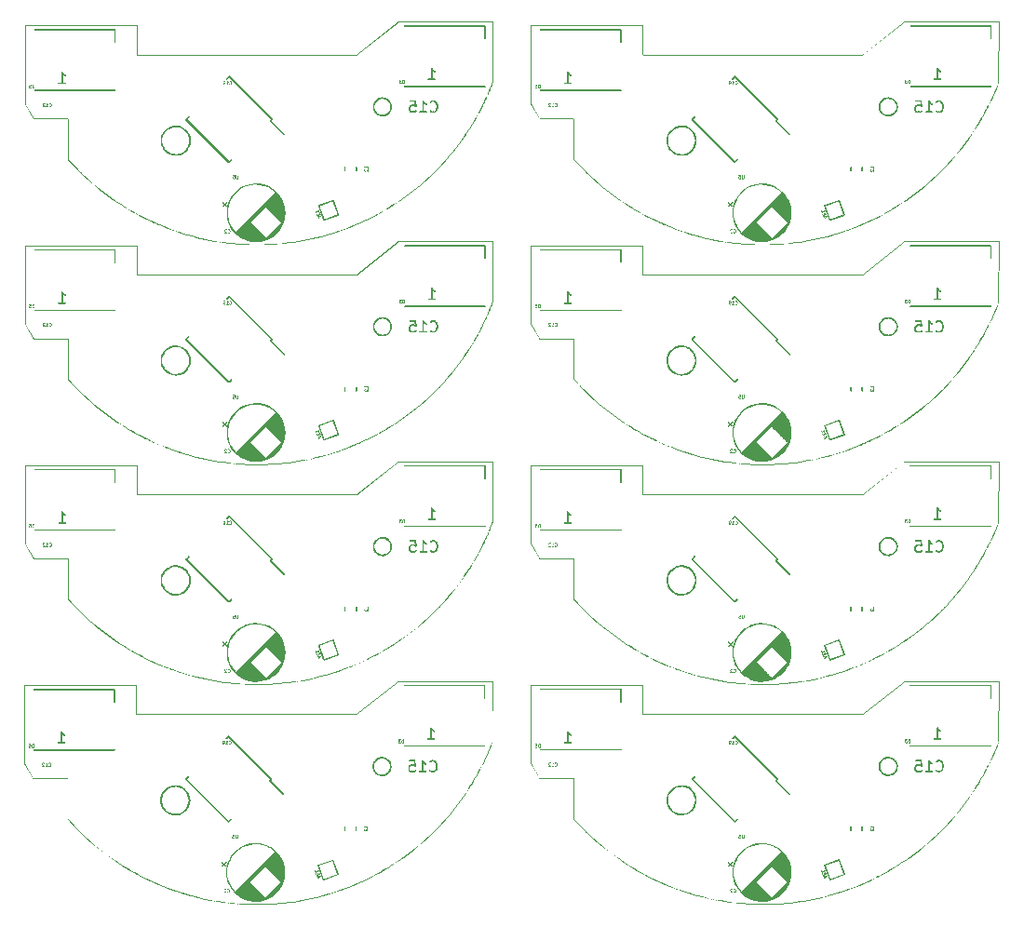
<source format=gbo>
%MOIN*%
%OFA0B0*%
%FSLAX44Y44*%
%IPPOS*%
%LPD*%
G36*
X00001545Y00004474D02*
G01*
X00001554Y00004476D01*
X00001562Y00004480D01*
X00001568Y00004486D01*
X00001573Y00004495D01*
X00001574Y00004504D01*
X00001573Y00004513D01*
X00001568Y00004521D01*
X00001562Y00004528D01*
X00001554Y00004532D01*
X00001545Y00004533D01*
X00000993Y00004533D01*
X00000984Y00004532D01*
X00000976Y00004528D01*
X00000969Y00004521D01*
X00000965Y00004513D01*
X00000964Y00004504D01*
X00001545Y00004504D01*
X00001545Y00004474D01*
G37*
G36*
X00001564Y00003045D02*
G01*
X00001568Y00003049D01*
X00001573Y00003058D01*
X00001574Y00003066D01*
X00001574Y00004504D01*
X00001573Y00004513D01*
X00001568Y00004521D01*
X00001562Y00004528D01*
X00001554Y00004532D01*
X00001545Y00004533D01*
X00001535Y00004532D01*
X00001527Y00004528D01*
X00001521Y00004521D01*
X00001516Y00004513D01*
X00001515Y00004504D01*
X00001545Y00004504D01*
X00001545Y00003066D01*
X00001564Y00003045D01*
G37*
G36*
X00016763Y00005813D02*
G01*
X00016775Y00005840D01*
X00016775Y00005870D01*
X00016775Y00005870D01*
X00016766Y00005869D01*
X00016758Y00005865D01*
X00016751Y00005858D01*
X00016747Y00005850D01*
X00016745Y00005840D01*
X00016747Y00005832D01*
X00016751Y00005823D01*
X00016758Y00005817D01*
X00016763Y00005813D01*
G37*
G36*
X00016704Y00005659D02*
G01*
X00016715Y00005686D01*
X00016775Y00005840D01*
X00016775Y00005870D01*
X00016775Y00005870D01*
X00016766Y00005869D01*
X00016758Y00005865D01*
X00016751Y00005858D01*
X00016747Y00005850D01*
X00016687Y00005695D01*
X00016685Y00005686D01*
X00016687Y00005677D01*
X00016691Y00005669D01*
X00016698Y00005662D01*
X00016704Y00005659D01*
G37*
G36*
X00016640Y00005506D02*
G01*
X00016652Y00005532D01*
X00016715Y00005686D01*
X00016726Y00005713D01*
X00016724Y00005714D01*
X00016715Y00005716D01*
X00016706Y00005714D01*
X00016698Y00005709D01*
X00016691Y00005703D01*
X00016687Y00005695D01*
X00016624Y00005541D01*
X00016622Y00005532D01*
X00016624Y00005523D01*
X00016628Y00005515D01*
X00016635Y00005508D01*
X00016640Y00005506D01*
G37*
G36*
X00016574Y00005353D02*
G01*
X00016586Y00005380D01*
X00016652Y00005532D01*
X00016663Y00005558D01*
X00016661Y00005560D01*
X00016652Y00005562D01*
X00016643Y00005560D01*
X00016635Y00005556D01*
X00016628Y00005550D01*
X00016624Y00005541D01*
X00016558Y00005389D01*
X00016557Y00005380D01*
X00016558Y00005371D01*
X00016562Y00005363D01*
X00016569Y00005356D01*
X00016574Y00005353D01*
G37*
G36*
X00016505Y00005202D02*
G01*
X00016518Y00005229D01*
X00016586Y00005380D01*
X00016598Y00005407D01*
X00016595Y00005407D01*
X00016586Y00005409D01*
X00016577Y00005407D01*
X00016569Y00005404D01*
X00016562Y00005397D01*
X00016558Y00005389D01*
X00016490Y00005238D01*
X00016488Y00005229D01*
X00016490Y00005220D01*
X00016494Y00005211D01*
X00016500Y00005205D01*
X00016505Y00005202D01*
G37*
G36*
X00016433Y00005053D02*
G01*
X00016446Y00005079D01*
X00016518Y00005229D01*
X00016530Y00005255D01*
X00016527Y00005256D01*
X00016518Y00005258D01*
X00016509Y00005256D01*
X00016500Y00005253D01*
X00016494Y00005246D01*
X00016490Y00005238D01*
X00016418Y00005088D01*
X00016417Y00005079D01*
X00016418Y00005070D01*
X00016423Y00005061D01*
X00016429Y00005054D01*
X00016433Y00005053D01*
G37*
G36*
X00016359Y00004904D02*
G01*
X00016372Y00004930D01*
X00016446Y00005079D01*
X00016459Y00005104D01*
X00016456Y00005107D01*
X00016446Y00005108D01*
X00016437Y00005107D01*
X00016429Y00005103D01*
X00016423Y00005096D01*
X00016418Y00005088D01*
X00016344Y00004939D01*
X00016343Y00004930D01*
X00016344Y00004921D01*
X00016349Y00004913D01*
X00016355Y00004906D01*
X00016359Y00004904D01*
G37*
G36*
X00016282Y00004757D02*
G01*
X00016296Y00004783D01*
X00016372Y00004930D01*
X00016385Y00004956D01*
X00016382Y00004958D01*
X00016372Y00004960D01*
X00016362Y00004958D01*
X00016355Y00004954D01*
X00016349Y00004947D01*
X00016272Y00004800D01*
X00016268Y00004792D01*
X00016266Y00004783D01*
X00016268Y00004774D01*
X00016272Y00004765D01*
X00016277Y00004759D01*
X00016282Y00004757D01*
G37*
G36*
X00016202Y00004612D02*
G01*
X00016216Y00004637D01*
X00016296Y00004783D01*
X00016309Y00004809D01*
X00016304Y00004811D01*
X00016296Y00004812D01*
X00016287Y00004811D01*
X00016277Y00004807D01*
X00016272Y00004800D01*
X00016192Y00004654D01*
X00016188Y00004646D01*
X00016187Y00004637D01*
X00016188Y00004628D01*
X00016192Y00004620D01*
X00016198Y00004613D01*
X00016202Y00004612D01*
G37*
G36*
X00016118Y00004468D02*
G01*
X00016134Y00004493D01*
X00016216Y00004637D01*
X00016230Y00004663D01*
X00016225Y00004665D01*
X00016216Y00004667D01*
X00016207Y00004665D01*
X00016198Y00004661D01*
X00016192Y00004654D01*
X00016110Y00004510D01*
X00016106Y00004502D01*
X00016105Y00004493D01*
X00016106Y00004484D01*
X00016110Y00004475D01*
X00016117Y00004469D01*
X00016118Y00004468D01*
G37*
G36*
X00016033Y00004325D02*
G01*
X00016049Y00004350D01*
X00016134Y00004493D01*
X00016149Y00004518D01*
X00016143Y00004521D01*
X00016134Y00004522D01*
X00016125Y00004521D01*
X00016117Y00004517D01*
X00016110Y00004510D01*
X00016025Y00004367D01*
X00016021Y00004359D01*
X00016020Y00004350D01*
X00016021Y00004341D01*
X00016025Y00004333D01*
X00016032Y00004326D01*
X00016033Y00004325D01*
G37*
G36*
X00015946Y00004184D02*
G01*
X00015962Y00004209D01*
X00016049Y00004350D01*
X00016064Y00004375D01*
X00016057Y00004378D01*
X00016049Y00004379D01*
X00016040Y00004378D01*
X00016032Y00004374D01*
X00016025Y00004367D01*
X00015938Y00004226D01*
X00015934Y00004218D01*
X00015932Y00004209D01*
X00015934Y00004200D01*
X00015938Y00004190D01*
X00015945Y00004185D01*
X00015946Y00004184D01*
G37*
G36*
X00015855Y00004045D02*
G01*
X00015872Y00004069D01*
X00015962Y00004209D01*
X00015976Y00004234D01*
X00015971Y00004237D01*
X00015962Y00004238D01*
X00015953Y00004237D01*
X00015945Y00004233D01*
X00015938Y00004226D01*
X00015848Y00004087D01*
X00015844Y00004078D01*
X00015842Y00004069D01*
X00015844Y00004060D01*
X00015848Y00004052D01*
X00015855Y00004045D01*
X00015855Y00004045D01*
G37*
G36*
X00015763Y00003907D02*
G01*
X00015779Y00003931D01*
X00015872Y00004069D01*
X00015888Y00004094D01*
X00015880Y00004097D01*
X00015872Y00004099D01*
X00015863Y00004097D01*
X00015855Y00004093D01*
X00015848Y00004087D01*
X00015755Y00003948D01*
X00015751Y00003940D01*
X00015750Y00003931D01*
X00015751Y00003922D01*
X00015755Y00003914D01*
X00015762Y00003907D01*
X00015763Y00003907D01*
G37*
G36*
X00015667Y00003771D02*
G01*
X00015684Y00003795D01*
X00015779Y00003931D01*
X00015795Y00003956D01*
X00015789Y00003958D01*
X00015779Y00003961D01*
X00015770Y00003958D01*
X00015762Y00003955D01*
X00015755Y00003948D01*
X00015661Y00003812D01*
X00015656Y00003804D01*
X00015654Y00003795D01*
X00015656Y00003786D01*
X00015661Y00003778D01*
X00015667Y00003771D01*
X00015667Y00003771D01*
G37*
G36*
X00015569Y00003637D02*
G01*
X00015587Y00003660D01*
X00015684Y00003795D01*
X00015701Y00003819D01*
X00015693Y00003822D01*
X00015684Y00003825D01*
X00015674Y00003822D01*
X00015667Y00003819D01*
X00015661Y00003812D01*
X00015563Y00003678D01*
X00015559Y00003670D01*
X00015557Y00003660D01*
X00015559Y00003652D01*
X00015563Y00003643D01*
X00015569Y00003637D01*
G37*
G36*
X00015469Y00003505D02*
G01*
X00015487Y00003528D01*
X00015587Y00003660D01*
X00015604Y00003685D01*
X00015596Y00003689D01*
X00015587Y00003689D01*
X00015578Y00003689D01*
X00015570Y00003685D01*
X00015563Y00003678D01*
X00015463Y00003546D01*
X00015459Y00003537D01*
X00015457Y00003528D01*
X00015459Y00003519D01*
X00015463Y00003511D01*
X00015469Y00003505D01*
G37*
G36*
X00015365Y00003375D02*
G01*
X00015385Y00003397D01*
X00015487Y00003528D01*
X00015505Y00003552D01*
X00015504Y00003552D01*
X00015496Y00003556D01*
X00015487Y00003558D01*
X00015478Y00003556D01*
X00015470Y00003552D01*
X00015463Y00003546D01*
X00015361Y00003415D01*
X00015357Y00003407D01*
X00015355Y00003397D01*
X00015357Y00003387D01*
X00015361Y00003380D01*
X00015365Y00003375D01*
G37*
G36*
X00015261Y00003246D02*
G01*
X00015280Y00003269D01*
X00015385Y00003397D01*
X00015403Y00003421D01*
X00015402Y00003421D01*
X00015394Y00003426D01*
X00015385Y00003427D01*
X00015376Y00003426D01*
X00015367Y00003421D01*
X00015361Y00003415D01*
X00015256Y00003286D01*
X00015251Y00003278D01*
X00015249Y00003269D01*
X00015251Y00003260D01*
X00015256Y00003250D01*
X00015261Y00003246D01*
G37*
G36*
X00015153Y00003120D02*
G01*
X00015173Y00003142D01*
X00015280Y00003269D01*
X00015298Y00003291D01*
X00015297Y00003293D01*
X00015289Y00003296D01*
X00015280Y00003297D01*
X00015270Y00003296D01*
X00015263Y00003293D01*
X00015256Y00003286D01*
X00015149Y00003158D01*
X00015145Y00003151D01*
X00015143Y00003142D01*
X00015145Y00003133D01*
X00015149Y00003124D01*
X00015153Y00003120D01*
G37*
G36*
X00015044Y00002995D02*
G01*
X00015063Y00003017D01*
X00015173Y00003142D01*
X00015192Y00003164D01*
X00015189Y00003166D01*
X00015182Y00003170D01*
X00015173Y00003171D01*
X00015164Y00003170D01*
X00015155Y00003166D01*
X00015149Y00003158D01*
X00015039Y00003034D01*
X00015035Y00003026D01*
X00015034Y00003017D01*
X00015035Y00003008D01*
X00015039Y00003000D01*
X00015044Y00002995D01*
G37*
G36*
X00014932Y00002873D02*
G01*
X00014952Y00002894D01*
X00015063Y00003017D01*
X00015083Y00003039D01*
X00015081Y00003041D01*
X00015072Y00003045D01*
X00015063Y00003046D01*
X00015054Y00003045D01*
X00015046Y00003041D01*
X00015039Y00003034D01*
X00014927Y00002911D01*
X00014924Y00002903D01*
X00014922Y00002894D01*
X00014924Y00002885D01*
X00014927Y00002877D01*
X00014932Y00002873D01*
G37*
G36*
X00014817Y00002752D02*
G01*
X00014838Y00002773D01*
X00014952Y00002894D01*
X00014971Y00002916D01*
X00014968Y00002918D01*
X00014961Y00002922D01*
X00014952Y00002924D01*
X00014941Y00002922D01*
X00014934Y00002918D01*
X00014927Y00002911D01*
X00014814Y00002791D01*
X00014810Y00002782D01*
X00014807Y00002773D01*
X00014810Y00002764D01*
X00014814Y00002756D01*
X00014817Y00002752D01*
G37*
G36*
X00014701Y00002634D02*
G01*
X00014722Y00002655D01*
X00014838Y00002773D01*
X00014858Y00002795D01*
X00014855Y00002797D01*
X00014846Y00002801D01*
X00014838Y00002803D01*
X00014829Y00002801D01*
X00014819Y00002797D01*
X00014814Y00002791D01*
X00014697Y00002672D01*
X00014693Y00002664D01*
X00014692Y00002655D01*
X00014693Y00002646D01*
X00014697Y00002637D01*
X00014701Y00002634D01*
G37*
G36*
X00014581Y00002518D02*
G01*
X00014603Y00002538D01*
X00014722Y00002655D01*
X00014742Y00002675D01*
X00014739Y00002679D01*
X00014731Y00002683D01*
X00014722Y00002684D01*
X00014712Y00002683D01*
X00014703Y00002679D01*
X00014585Y00002562D01*
X00014579Y00002556D01*
X00014575Y00002547D01*
X00014574Y00002538D01*
X00014575Y00002529D01*
X00014579Y00002521D01*
X00014581Y00002518D01*
G37*
G36*
X00014461Y00002404D02*
G01*
X00014483Y00002424D01*
X00014603Y00002538D01*
X00014624Y00002559D01*
X00014621Y00002562D01*
X00014612Y00002566D01*
X00014603Y00002567D01*
X00014594Y00002566D01*
X00014585Y00002562D01*
X00014464Y00002448D01*
X00014459Y00002441D01*
X00014455Y00002433D01*
X00014453Y00002424D01*
X00014455Y00002415D01*
X00014459Y00002406D01*
X00014461Y00002404D01*
G37*
G36*
X00014337Y00002292D02*
G01*
X00014360Y00002312D01*
X00014483Y00002424D01*
X00014504Y00002444D01*
X00014500Y00002448D01*
X00014492Y00002452D01*
X00014483Y00002453D01*
X00014474Y00002452D01*
X00014464Y00002448D01*
X00014342Y00002336D01*
X00014335Y00002329D01*
X00014331Y00002321D01*
X00014331Y00002312D01*
X00014331Y00002303D01*
X00014335Y00002294D01*
X00014337Y00002292D01*
G37*
G36*
X00014213Y00002183D02*
G01*
X00014236Y00002202D01*
X00014360Y00002312D01*
X00014382Y00002331D01*
X00014378Y00002336D01*
X00014369Y00002340D01*
X00014360Y00002341D01*
X00014351Y00002340D01*
X00014342Y00002336D01*
X00014217Y00002226D01*
X00014211Y00002219D01*
X00014208Y00002211D01*
X00014206Y00002202D01*
X00014208Y00002193D01*
X00014211Y00002185D01*
X00014213Y00002183D01*
G37*
G36*
X00014086Y00002076D02*
G01*
X00014109Y00002094D01*
X00014236Y00002202D01*
X00014258Y00002221D01*
X00014253Y00002226D01*
X00014245Y00002230D01*
X00014236Y00002232D01*
X00014227Y00002230D01*
X00014217Y00002226D01*
X00014091Y00002118D01*
X00014085Y00002112D01*
X00014080Y00002104D01*
X00014080Y00002094D01*
X00014080Y00002085D01*
X00014085Y00002077D01*
X00014086Y00002076D01*
G37*
G36*
X00013958Y00001971D02*
G01*
X00013980Y00001989D01*
X00014109Y00002094D01*
X00014131Y00002113D01*
X00014127Y00002118D01*
X00014118Y00002123D01*
X00014109Y00002124D01*
X00014099Y00002123D01*
X00014091Y00002118D01*
X00013963Y00002013D01*
X00013957Y00002007D01*
X00013953Y00001998D01*
X00013951Y00001989D01*
X00013953Y00001980D01*
X00013957Y00001971D01*
X00013958Y00001971D01*
G37*
G36*
X00013827Y00001869D02*
G01*
X00013849Y00001887D01*
X00013980Y00001989D01*
X00014003Y00002008D01*
X00013998Y00002013D01*
X00013990Y00002017D01*
X00013980Y00002019D01*
X00013971Y00002017D01*
X00013963Y00002013D01*
X00013833Y00001910D01*
X00013826Y00001904D01*
X00013822Y00001896D01*
X00013821Y00001887D01*
X00013822Y00001877D01*
X00013826Y00001869D01*
X00013827Y00001869D01*
G37*
G36*
X00013694Y00001768D02*
G01*
X00013717Y00001786D01*
X00013849Y00001887D01*
X00013873Y00001905D01*
X00013868Y00001910D01*
X00013859Y00001915D01*
X00013849Y00001916D01*
X00013841Y00001915D01*
X00013833Y00001910D01*
X00013701Y00001810D01*
X00013694Y00001804D01*
X00013690Y00001795D01*
X00013688Y00001786D01*
X00013690Y00001776D01*
X00013694Y00001768D01*
X00013694Y00001768D01*
G37*
G36*
X00013560Y00001670D02*
G01*
X00013584Y00001688D01*
X00013717Y00001786D01*
X00013741Y00001804D01*
X00013735Y00001810D01*
X00013727Y00001814D01*
X00013717Y00001816D01*
X00013709Y00001814D01*
X00013701Y00001810D01*
X00013566Y00001712D01*
X00013560Y00001706D01*
X00013555Y00001697D01*
X00013553Y00001688D01*
X00013555Y00001678D01*
X00013560Y00001670D01*
G37*
G36*
X00013423Y00001576D02*
G01*
X00013448Y00001593D01*
X00013584Y00001688D01*
X00013607Y00001706D01*
X00013601Y00001712D01*
X00013593Y00001715D01*
X00013584Y00001718D01*
X00013575Y00001715D01*
X00013566Y00001712D01*
X00013431Y00001616D01*
X00013423Y00001609D01*
X00013419Y00001601D01*
X00013418Y00001593D01*
X00013419Y00001584D01*
X00013423Y00001576D01*
G37*
G36*
X00013286Y00001484D02*
G01*
X00013309Y00001500D01*
X00013448Y00001593D01*
X00013472Y00001609D01*
X00013472Y00001609D01*
X00013465Y00001616D01*
X00013457Y00001621D01*
X00013448Y00001622D01*
X00013439Y00001621D01*
X00013431Y00001616D01*
X00013293Y00001524D01*
X00013286Y00001517D01*
X00013282Y00001509D01*
X00013281Y00001500D01*
X00013282Y00001491D01*
X00013286Y00001484D01*
G37*
G36*
X00013146Y00001394D02*
G01*
X00013171Y00001409D01*
X00013309Y00001500D01*
X00013335Y00001516D01*
X00013334Y00001517D01*
X00013328Y00001524D01*
X00013319Y00001528D01*
X00013309Y00001530D01*
X00013301Y00001528D01*
X00013293Y00001524D01*
X00013153Y00001434D01*
X00013147Y00001427D01*
X00013143Y00001419D01*
X00013142Y00001409D01*
X00013143Y00001401D01*
X00013146Y00001394D01*
G37*
G36*
X00013005Y00001307D02*
G01*
X00013030Y00001322D01*
X00013171Y00001409D01*
X00013196Y00001426D01*
X00013194Y00001427D01*
X00013187Y00001434D01*
X00013179Y00001438D01*
X00013171Y00001439D01*
X00013162Y00001438D01*
X00013153Y00001434D01*
X00013012Y00001346D01*
X00013005Y00001339D01*
X00013001Y00001331D01*
X00013001Y00001322D01*
X00013001Y00001313D01*
X00013005Y00001307D01*
G37*
G36*
X00012862Y00001222D02*
G01*
X00012887Y00001237D01*
X00013030Y00001322D01*
X00013055Y00001337D01*
X00013053Y00001339D01*
X00013047Y00001346D01*
X00013039Y00001350D01*
X00013030Y00001351D01*
X00013021Y00001350D01*
X00013012Y00001346D01*
X00012870Y00001261D01*
X00012864Y00001254D01*
X00012860Y00001246D01*
X00012858Y00001237D01*
X00012860Y00001228D01*
X00012862Y00001222D01*
G37*
G36*
X00012718Y00001140D02*
G01*
X00012744Y00001154D01*
X00012887Y00001237D01*
X00012913Y00001252D01*
X00012911Y00001254D01*
X00012905Y00001261D01*
X00012897Y00001265D01*
X00012887Y00001266D01*
X00012877Y00001265D01*
X00012870Y00001261D01*
X00012726Y00001178D01*
X00012720Y00001171D01*
X00012715Y00001163D01*
X00012714Y00001154D01*
X00012715Y00001145D01*
X00012718Y00001140D01*
G37*
G36*
X00012572Y00001061D02*
G01*
X00012598Y00001074D01*
X00012744Y00001154D01*
X00012769Y00001169D01*
X00012767Y00001171D01*
X00012761Y00001178D01*
X00012753Y00001182D01*
X00012744Y00001184D01*
X00012734Y00001182D01*
X00012726Y00001178D01*
X00012581Y00001098D01*
X00012574Y00001092D01*
X00012569Y00001083D01*
X00012568Y00001074D01*
X00012569Y00001065D01*
X00012572Y00001061D01*
G37*
G36*
X00012425Y00000984D02*
G01*
X00012451Y00000997D01*
X00012598Y00001074D01*
X00012624Y00001088D01*
X00012622Y00001092D01*
X00012615Y00001098D01*
X00012607Y00001102D01*
X00012598Y00001104D01*
X00012588Y00001102D01*
X00012581Y00001098D01*
X00012434Y00001021D01*
X00012427Y00001014D01*
X00012423Y00001005D01*
X00012421Y00000997D01*
X00012423Y00000988D01*
X00012425Y00000984D01*
G37*
G36*
X00012276Y00000910D02*
G01*
X00012303Y00000922D01*
X00012451Y00000997D01*
X00012477Y00001011D01*
X00012475Y00001014D01*
X00012467Y00001021D01*
X00012460Y00001024D01*
X00012451Y00001027D01*
X00012442Y00001024D01*
X00012293Y00000951D01*
X00012285Y00000946D01*
X00012279Y00000940D01*
X00012274Y00000932D01*
X00012273Y00000922D01*
X00012274Y00000913D01*
X00012276Y00000910D01*
G37*
G36*
X00012125Y00000838D02*
G01*
X00012153Y00000850D01*
X00012303Y00000922D01*
X00012329Y00000936D01*
X00012326Y00000940D01*
X00012320Y00000946D01*
X00012312Y00000951D01*
X00012303Y00000952D01*
X00012293Y00000951D01*
X00012144Y00000879D01*
X00012135Y00000875D01*
X00012129Y00000868D01*
X00012125Y00000859D01*
X00012123Y00000850D01*
X00012125Y00000842D01*
X00012125Y00000838D01*
G37*
G36*
X00011975Y00000770D02*
G01*
X00012002Y00000782D01*
X00012153Y00000850D01*
X00012179Y00000863D01*
X00012177Y00000868D01*
X00012170Y00000875D01*
X00012162Y00000879D01*
X00012153Y00000880D01*
X00012144Y00000879D01*
X00011993Y00000810D01*
X00011984Y00000806D01*
X00011978Y00000799D01*
X00011974Y00000791D01*
X00011972Y00000782D01*
X00011974Y00000772D01*
X00011975Y00000770D01*
G37*
G36*
X00011822Y00000704D02*
G01*
X00011849Y00000716D01*
X00012002Y00000782D01*
X00012028Y00000793D01*
X00012025Y00000799D01*
X00012019Y00000806D01*
X00012011Y00000810D01*
X00012002Y00000811D01*
X00011993Y00000810D01*
X00011840Y00000743D01*
X00011832Y00000740D01*
X00011826Y00000733D01*
X00011821Y00000725D01*
X00011820Y00000716D01*
X00011821Y00000707D01*
X00011822Y00000704D01*
G37*
G36*
X00011669Y00000641D02*
G01*
X00011696Y00000651D01*
X00011849Y00000716D01*
X00011876Y00000727D01*
X00011873Y00000733D01*
X00011867Y00000740D01*
X00011859Y00000743D01*
X00011849Y00000745D01*
X00011840Y00000743D01*
X00011687Y00000680D01*
X00011679Y00000675D01*
X00011672Y00000670D01*
X00011668Y00000661D01*
X00011666Y00000651D01*
X00011668Y00000643D01*
X00011669Y00000641D01*
G37*
G36*
X00011514Y00000582D02*
G01*
X00011540Y00000592D01*
X00011696Y00000651D01*
X00011722Y00000663D01*
X00011720Y00000670D01*
X00011713Y00000675D01*
X00011705Y00000680D01*
X00011696Y00000682D01*
X00011687Y00000680D01*
X00011532Y00000620D01*
X00011524Y00000616D01*
X00011518Y00000609D01*
X00011513Y00000601D01*
X00011512Y00000592D01*
X00011513Y00000583D01*
X00011514Y00000582D01*
G37*
G36*
X00011358Y00000524D02*
G01*
X00011386Y00000534D01*
X00011540Y00000592D01*
X00011569Y00000602D01*
X00011565Y00000609D01*
X00011559Y00000616D01*
X00011551Y00000620D01*
X00011540Y00000621D01*
X00011532Y00000620D01*
X00011377Y00000562D01*
X00011368Y00000558D01*
X00011362Y00000551D01*
X00011358Y00000543D01*
X00011356Y00000534D01*
X00011358Y00000525D01*
X00011358Y00000524D01*
G37*
G36*
X00011201Y00000470D02*
G01*
X00011229Y00000479D01*
X00011386Y00000534D01*
X00011413Y00000544D01*
X00011410Y00000551D01*
X00011403Y00000558D01*
X00011395Y00000562D01*
X00011386Y00000564D01*
X00011377Y00000562D01*
X00011220Y00000507D01*
X00011212Y00000502D01*
X00011205Y00000497D01*
X00011201Y00000488D01*
X00011198Y00000479D01*
X00011201Y00000470D01*
X00011201Y00000470D01*
G37*
G36*
X00011043Y00000419D02*
G01*
X00011071Y00000426D01*
X00011229Y00000479D01*
X00011257Y00000489D01*
X00011253Y00000497D01*
X00011246Y00000502D01*
X00011238Y00000507D01*
X00011229Y00000509D01*
X00011220Y00000507D01*
X00011062Y00000455D01*
X00011054Y00000451D01*
X00011047Y00000445D01*
X00011043Y00000436D01*
X00011042Y00000426D01*
X00011043Y00000419D01*
G37*
G36*
X00010884Y00000370D02*
G01*
X00010913Y00000378D01*
X00011071Y00000426D01*
X00011099Y00000437D01*
X00011095Y00000445D01*
X00011089Y00000451D01*
X00011080Y00000455D01*
X00011071Y00000457D01*
X00011062Y00000455D01*
X00010904Y00000406D01*
X00010895Y00000402D01*
X00010889Y00000396D01*
X00010885Y00000387D01*
X00010883Y00000378D01*
X00010884Y00000370D01*
G37*
G36*
X00010725Y00000325D02*
G01*
X00010753Y00000332D01*
X00010913Y00000378D01*
X00010941Y00000387D01*
X00010941Y00000387D01*
X00010936Y00000396D01*
X00010930Y00000402D01*
X00010922Y00000406D01*
X00010913Y00000407D01*
X00010904Y00000406D01*
X00010744Y00000360D01*
X00010736Y00000356D01*
X00010729Y00000350D01*
X00010725Y00000341D01*
X00010724Y00000332D01*
X00010725Y00000325D01*
G37*
G36*
X00010564Y00000282D02*
G01*
X00010592Y00000289D01*
X00010753Y00000332D01*
X00010781Y00000340D01*
X00010781Y00000341D01*
X00010777Y00000350D01*
X00010770Y00000356D01*
X00010762Y00000360D01*
X00010753Y00000362D01*
X00010744Y00000360D01*
X00010584Y00000317D01*
X00010575Y00000313D01*
X00010569Y00000306D01*
X00010565Y00000298D01*
X00010563Y00000289D01*
X00010564Y00000282D01*
G37*
G36*
X00010403Y00000241D02*
G01*
X00010431Y00000248D01*
X00010592Y00000289D01*
X00010621Y00000297D01*
X00010621Y00000298D01*
X00010617Y00000306D01*
X00010610Y00000313D01*
X00010602Y00000317D01*
X00010592Y00000319D01*
X00010584Y00000317D01*
X00010423Y00000277D01*
X00010414Y00000273D01*
X00010408Y00000266D01*
X00010404Y00000258D01*
X00010402Y00000248D01*
X00010403Y00000241D01*
G37*
G36*
X00010241Y00000205D02*
G01*
X00010270Y00000212D01*
X00010431Y00000248D01*
X00010460Y00000256D01*
X00010460Y00000258D01*
X00010456Y00000266D01*
X00010449Y00000273D01*
X00010441Y00000277D01*
X00010431Y00000278D01*
X00010423Y00000277D01*
X00010261Y00000240D01*
X00010253Y00000236D01*
X00010246Y00000229D01*
X00010242Y00000221D01*
X00010240Y00000212D01*
X00010241Y00000205D01*
G37*
G36*
X00010079Y00000172D02*
G01*
X00010107Y00000177D01*
X00010270Y00000212D01*
X00010298Y00000218D01*
X00010298Y00000221D01*
X00010294Y00000229D01*
X00010287Y00000236D01*
X00010279Y00000240D01*
X00010270Y00000241D01*
X00010261Y00000240D01*
X00010098Y00000205D01*
X00010089Y00000201D01*
X00010084Y00000195D01*
X00010079Y00000187D01*
X00010078Y00000177D01*
X00010079Y00000172D01*
G37*
G36*
X00009916Y00000141D02*
G01*
X00009944Y00000146D01*
X00010107Y00000177D01*
X00010136Y00000183D01*
X00010135Y00000187D01*
X00010130Y00000195D01*
X00010125Y00000201D01*
X00010117Y00000205D01*
X00010107Y00000206D01*
X00010098Y00000205D01*
X00009935Y00000174D01*
X00009927Y00000170D01*
X00009920Y00000164D01*
X00009916Y00000155D01*
X00009915Y00000146D01*
X00009916Y00000141D01*
G37*
G36*
X00009752Y00000114D02*
G01*
X00009781Y00000118D01*
X00009944Y00000146D01*
X00009973Y00000152D01*
X00009972Y00000155D01*
X00009968Y00000164D01*
X00009962Y00000170D01*
X00009953Y00000174D01*
X00009944Y00000176D01*
X00009935Y00000174D01*
X00009772Y00000146D01*
X00009763Y00000142D01*
X00009757Y00000135D01*
X00009753Y00000127D01*
X00009751Y00000118D01*
X00009752Y00000114D01*
G37*
G36*
X00009588Y00000089D02*
G01*
X00009617Y00000092D01*
X00009781Y00000118D01*
X00009809Y00000123D01*
X00009809Y00000127D01*
X00009805Y00000135D01*
X00009798Y00000142D01*
X00009790Y00000146D01*
X00009781Y00000147D01*
X00009617Y00000122D01*
X00009607Y00000120D01*
X00009599Y00000117D01*
X00009593Y00000110D01*
X00009589Y00000101D01*
X00009587Y00000092D01*
X00009588Y00000089D01*
G37*
G36*
X00009423Y00000067D02*
G01*
X00009452Y00000070D01*
X00009617Y00000092D01*
X00009645Y00000097D01*
X00009645Y00000101D01*
X00009640Y00000110D01*
X00009634Y00000117D01*
X00009626Y00000120D01*
X00009617Y00000122D01*
X00009452Y00000100D01*
X00009443Y00000099D01*
X00009435Y00000094D01*
X00009428Y00000088D01*
X00009424Y00000080D01*
X00009423Y00000070D01*
X00009423Y00000067D01*
G37*
G36*
X00009258Y00000047D02*
G01*
X00009287Y00000050D01*
X00009452Y00000070D01*
X00009481Y00000074D01*
X00009480Y00000080D01*
X00009476Y00000088D01*
X00009469Y00000094D01*
X00009461Y00000099D01*
X00009452Y00000100D01*
X00009287Y00000081D01*
X00009278Y00000079D01*
X00009270Y00000075D01*
X00009263Y00000069D01*
X00009259Y00000060D01*
X00009258Y00000050D01*
X00009258Y00000047D01*
G37*
G36*
X00009093Y00000033D02*
G01*
X00009122Y00000035D01*
X00009287Y00000050D01*
X00009316Y00000055D01*
X00009315Y00000060D01*
X00009311Y00000069D01*
X00009304Y00000075D01*
X00009296Y00000079D01*
X00009287Y00000081D01*
X00009122Y00000065D01*
X00009113Y00000063D01*
X00009105Y00000059D01*
X00009098Y00000053D01*
X00009094Y00000044D01*
X00009092Y00000035D01*
X00009093Y00000033D01*
G37*
G36*
X00008927Y00000020D02*
G01*
X00008956Y00000022D01*
X00009122Y00000035D01*
X00009151Y00000038D01*
X00009150Y00000044D01*
X00009146Y00000053D01*
X00009139Y00000059D01*
X00009131Y00000063D01*
X00009122Y00000065D01*
X00008956Y00000051D01*
X00008947Y00000050D01*
X00008939Y00000046D01*
X00008932Y00000039D01*
X00008928Y00000031D01*
X00008927Y00000022D01*
X00008927Y00000020D01*
G37*
G36*
X00008761Y00000011D02*
G01*
X00008791Y00000011D01*
X00008956Y00000022D01*
X00008986Y00000023D01*
X00008984Y00000031D01*
X00008980Y00000039D01*
X00008974Y00000046D01*
X00008965Y00000050D01*
X00008956Y00000051D01*
X00008791Y00000042D01*
X00008781Y00000040D01*
X00008773Y00000036D01*
X00008767Y00000028D01*
X00008763Y00000021D01*
X00008761Y00000011D01*
X00008761Y00000011D01*
G37*
G36*
X00008595Y00000004D02*
G01*
X00008625Y00000005D01*
X00008791Y00000011D01*
X00008820Y00000013D01*
X00008819Y00000021D01*
X00008815Y00000028D01*
X00008808Y00000036D01*
X00008800Y00000040D01*
X00008791Y00000042D01*
X00008625Y00000034D01*
X00008616Y00000033D01*
X00008607Y00000028D01*
X00008601Y00000022D01*
X00008597Y00000013D01*
X00008595Y00000005D01*
X00008595Y00000004D01*
G37*
G36*
X00008429Y00000001D02*
G01*
X00008459Y00000001D01*
X00008625Y00000005D01*
X00008654Y00000005D01*
X00008653Y00000013D01*
X00008649Y00000022D01*
X00008642Y00000028D01*
X00008634Y00000033D01*
X00008625Y00000034D01*
X00008459Y00000031D01*
X00008450Y00000028D01*
X00008441Y00000025D01*
X00008435Y00000018D01*
X00008431Y00000010D01*
X00008429Y00000001D01*
X00008429Y00000001D01*
G37*
G36*
X00008293Y00000000D02*
G01*
X00008459Y00000001D01*
X00008488Y00000002D01*
X00008487Y00000010D01*
X00008483Y00000018D01*
X00008476Y00000025D01*
X00008468Y00000028D01*
X00008459Y00000031D01*
X00008293Y00000030D01*
X00008284Y00000027D01*
X00008275Y00000023D01*
X00008269Y00000017D01*
X00008265Y00000009D01*
X00008263Y00000000D01*
X00008293Y00000000D01*
G37*
G36*
X00008293Y00000000D02*
G01*
X00008322Y00000000D01*
X00008320Y00000009D01*
X00008317Y00000017D01*
X00008310Y00000023D01*
X00008302Y00000027D01*
X00008293Y00000030D01*
X00008127Y00000032D01*
X00008118Y00000030D01*
X00008108Y00000025D01*
X00008103Y00000020D01*
X00008098Y00000011D01*
X00008097Y00000002D01*
X00008127Y00000002D01*
X00008293Y00000000D01*
G37*
G36*
X00008156Y00000002D02*
G01*
X00008156Y00000002D01*
X00008155Y00000011D01*
X00008151Y00000020D01*
X00008144Y00000025D01*
X00008136Y00000030D01*
X00008127Y00000032D01*
X00007961Y00000037D01*
X00007952Y00000035D01*
X00007943Y00000031D01*
X00007937Y00000025D01*
X00007933Y00000017D01*
X00007931Y00000009D01*
X00007961Y00000006D01*
X00008127Y00000002D01*
X00008156Y00000002D01*
G37*
G36*
X00007990Y00000005D02*
G01*
X00007990Y00000006D01*
X00007989Y00000017D01*
X00007985Y00000025D01*
X00007977Y00000031D01*
X00007970Y00000035D01*
X00007961Y00000037D01*
X00007795Y00000045D01*
X00007786Y00000044D01*
X00007778Y00000040D01*
X00007771Y00000033D01*
X00007766Y00000025D01*
X00007766Y00000018D01*
X00007795Y00000016D01*
X00007961Y00000006D01*
X00007990Y00000005D01*
G37*
G36*
X00007824Y00000013D02*
G01*
X00007824Y00000016D01*
X00007823Y00000025D01*
X00007819Y00000033D01*
X00007812Y00000040D01*
X00007804Y00000044D01*
X00007795Y00000045D01*
X00007629Y00000055D01*
X00007620Y00000055D01*
X00007612Y00000050D01*
X00007604Y00000044D01*
X00007601Y00000036D01*
X00007600Y00000028D01*
X00007629Y00000027D01*
X00007795Y00000016D01*
X00007824Y00000013D01*
G37*
G36*
X00007658Y00000025D02*
G01*
X00007659Y00000027D01*
X00007657Y00000036D01*
X00007652Y00000044D01*
X00007647Y00000050D01*
X00007638Y00000055D01*
X00007629Y00000055D01*
X00007463Y00000071D01*
X00007455Y00000069D01*
X00007446Y00000065D01*
X00007439Y00000059D01*
X00007436Y00000050D01*
X00007435Y00000044D01*
X00007463Y00000041D01*
X00007629Y00000027D01*
X00007658Y00000025D01*
G37*
G36*
X00007493Y00000039D02*
G01*
X00007493Y00000041D01*
X00007492Y00000050D01*
X00007488Y00000059D01*
X00007481Y00000065D01*
X00007472Y00000069D01*
X00007463Y00000071D01*
X00007299Y00000088D01*
X00007289Y00000087D01*
X00007281Y00000083D01*
X00007275Y00000076D01*
X00007271Y00000068D01*
X00007270Y00000062D01*
X00007299Y00000059D01*
X00007463Y00000041D01*
X00007493Y00000039D01*
G37*
G36*
X00007328Y00000055D02*
G01*
X00007328Y00000059D01*
X00007327Y00000068D01*
X00007322Y00000076D01*
X00007316Y00000083D01*
X00007308Y00000087D01*
X00007299Y00000088D01*
X00007134Y00000109D01*
X00007125Y00000107D01*
X00007117Y00000102D01*
X00007109Y00000095D01*
X00007105Y00000088D01*
X00007104Y00000083D01*
X00007134Y00000079D01*
X00007299Y00000059D01*
X00007328Y00000055D01*
G37*
G36*
X00007163Y00000075D02*
G01*
X00007163Y00000079D01*
X00007161Y00000088D01*
X00007158Y00000095D01*
X00007151Y00000102D01*
X00007143Y00000107D01*
X00007134Y00000109D01*
X00006969Y00000132D01*
X00006959Y00000131D01*
X00006952Y00000126D01*
X00006946Y00000120D01*
X00006941Y00000111D01*
X00006941Y00000107D01*
X00006969Y00000101D01*
X00007134Y00000079D01*
X00007163Y00000075D01*
G37*
G36*
X00006998Y00000098D02*
G01*
X00006999Y00000101D01*
X00006998Y00000111D01*
X00006993Y00000120D01*
X00006986Y00000126D01*
X00006979Y00000131D01*
X00006815Y00000157D01*
X00006805Y00000158D01*
X00006796Y00000157D01*
X00006788Y00000153D01*
X00006782Y00000146D01*
X00006777Y00000138D01*
X00006776Y00000134D01*
X00006805Y00000129D01*
X00006969Y00000101D01*
X00006998Y00000098D01*
G37*
G36*
X00006833Y00000124D02*
G01*
X00006834Y00000129D01*
X00006833Y00000138D01*
X00006828Y00000146D01*
X00006823Y00000153D01*
X00006815Y00000157D01*
X00006650Y00000185D01*
X00006642Y00000188D01*
X00006633Y00000185D01*
X00006624Y00000182D01*
X00006618Y00000176D01*
X00006614Y00000167D01*
X00006614Y00000164D01*
X00006642Y00000158D01*
X00006805Y00000129D01*
X00006833Y00000124D01*
G37*
G36*
X00006671Y00000153D02*
G01*
X00006672Y00000158D01*
X00006670Y00000167D01*
X00006666Y00000176D01*
X00006660Y00000182D01*
X00006650Y00000185D01*
X00006488Y00000219D01*
X00006479Y00000220D01*
X00006469Y00000219D01*
X00006462Y00000214D01*
X00006455Y00000207D01*
X00006451Y00000200D01*
X00006451Y00000197D01*
X00006479Y00000191D01*
X00006642Y00000158D01*
X00006671Y00000153D01*
G37*
G36*
X00006508Y00000185D02*
G01*
X00006509Y00000191D01*
X00006506Y00000200D01*
X00006502Y00000207D01*
X00006496Y00000214D01*
X00006488Y00000219D01*
X00006326Y00000254D01*
X00006316Y00000256D01*
X00006308Y00000254D01*
X00006300Y00000250D01*
X00006293Y00000244D01*
X00006289Y00000235D01*
X00006289Y00000233D01*
X00006316Y00000225D01*
X00006479Y00000191D01*
X00006508Y00000185D01*
G37*
G36*
X00006345Y00000220D02*
G01*
X00006346Y00000225D01*
X00006344Y00000235D01*
X00006341Y00000244D01*
X00006334Y00000250D01*
X00006326Y00000254D01*
X00006165Y00000293D01*
X00006156Y00000294D01*
X00006146Y00000293D01*
X00006138Y00000289D01*
X00006132Y00000282D01*
X00006128Y00000274D01*
X00006127Y00000272D01*
X00006156Y00000265D01*
X00006316Y00000225D01*
X00006345Y00000220D01*
G37*
G36*
X00006183Y00000258D02*
G01*
X00006185Y00000265D01*
X00006183Y00000274D01*
X00006179Y00000282D01*
X00006173Y00000289D01*
X00006165Y00000293D01*
X00006004Y00000334D01*
X00005995Y00000336D01*
X00005986Y00000334D01*
X00005977Y00000330D01*
X00005971Y00000323D01*
X00005967Y00000315D01*
X00005967Y00000314D01*
X00005995Y00000306D01*
X00006156Y00000265D01*
X00006183Y00000258D01*
G37*
G36*
X00006022Y00000299D02*
G01*
X00006024Y00000306D01*
X00006022Y00000315D01*
X00006019Y00000323D01*
X00006012Y00000330D01*
X00006004Y00000334D01*
X00005844Y00000378D01*
X00005835Y00000380D01*
X00005826Y00000378D01*
X00005817Y00000374D01*
X00005810Y00000368D01*
X00005807Y00000360D01*
X00005807Y00000359D01*
X00005835Y00000350D01*
X00005995Y00000306D01*
X00006022Y00000299D01*
G37*
G36*
X00005863Y00000343D02*
G01*
X00005864Y00000350D01*
X00005863Y00000360D01*
X00005859Y00000368D01*
X00005852Y00000374D01*
X00005844Y00000378D01*
X00005685Y00000426D01*
X00005676Y00000426D01*
X00005666Y00000426D01*
X00005658Y00000422D01*
X00005652Y00000415D01*
X00005648Y00000407D01*
X00005648Y00000407D01*
X00005676Y00000398D01*
X00005835Y00000350D01*
X00005863Y00000343D01*
G37*
G36*
X00005704Y00000388D02*
G01*
X00005705Y00000398D01*
X00005704Y00000407D01*
X00005699Y00000415D01*
X00005693Y00000422D01*
X00005685Y00000426D01*
X00005526Y00000476D01*
X00005517Y00000477D01*
X00005508Y00000476D01*
X00005500Y00000472D01*
X00005493Y00000464D01*
X00005489Y00000457D01*
X00005517Y00000447D01*
X00005676Y00000398D01*
X00005704Y00000388D01*
G37*
G36*
X00005545Y00000439D02*
G01*
X00005547Y00000447D01*
X00005545Y00000457D01*
X00005541Y00000464D01*
X00005535Y00000472D01*
X00005526Y00000476D01*
X00005369Y00000529D01*
X00005360Y00000530D01*
X00005351Y00000529D01*
X00005343Y00000525D01*
X00005336Y00000518D01*
X00005332Y00000511D01*
X00005360Y00000501D01*
X00005517Y00000447D01*
X00005545Y00000439D01*
G37*
G36*
X00005387Y00000492D02*
G01*
X00005387Y00000492D01*
X00005390Y00000501D01*
X00005387Y00000509D01*
X00005384Y00000518D01*
X00005377Y00000525D01*
X00005369Y00000529D01*
X00005213Y00000585D01*
X00005204Y00000586D01*
X00005195Y00000585D01*
X00005185Y00000581D01*
X00005180Y00000574D01*
X00005175Y00000567D01*
X00005204Y00000557D01*
X00005360Y00000501D01*
X00005387Y00000492D01*
G37*
G36*
X00005231Y00000547D02*
G01*
X00005232Y00000548D01*
X00005233Y00000557D01*
X00005232Y00000566D01*
X00005228Y00000574D01*
X00005221Y00000581D01*
X00005213Y00000585D01*
X00005058Y00000644D01*
X00005048Y00000645D01*
X00005039Y00000644D01*
X00005031Y00000640D01*
X00005024Y00000633D01*
X00005021Y00000627D01*
X00005048Y00000616D01*
X00005204Y00000557D01*
X00005231Y00000547D01*
G37*
G36*
X00005076Y00000605D02*
G01*
X00005077Y00000607D01*
X00005078Y00000616D01*
X00005077Y00000625D01*
X00005072Y00000633D01*
X00005066Y00000640D01*
X00005058Y00000644D01*
X00004903Y00000706D01*
X00004894Y00000707D01*
X00004885Y00000706D01*
X00004877Y00000701D01*
X00004870Y00000695D01*
X00004867Y00000689D01*
X00004894Y00000677D01*
X00005048Y00000616D01*
X00005076Y00000605D01*
G37*
G36*
X00004921Y00000667D02*
G01*
X00004922Y00000668D01*
X00004924Y00000677D01*
X00004922Y00000687D01*
X00004918Y00000695D01*
X00004912Y00000701D01*
X00004903Y00000706D01*
X00004750Y00000770D01*
X00004741Y00000771D01*
X00004732Y00000770D01*
X00004724Y00000766D01*
X00004717Y00000759D01*
X00004715Y00000754D01*
X00004741Y00000742D01*
X00004894Y00000677D01*
X00004921Y00000667D01*
G37*
G36*
X00004768Y00000731D02*
G01*
X00004769Y00000733D01*
X00004771Y00000742D01*
X00004769Y00000751D01*
X00004765Y00000759D01*
X00004759Y00000766D01*
X00004750Y00000770D01*
X00004599Y00000837D01*
X00004589Y00000838D01*
X00004580Y00000837D01*
X00004572Y00000833D01*
X00004566Y00000827D01*
X00004563Y00000822D01*
X00004589Y00000808D01*
X00004741Y00000742D01*
X00004768Y00000731D01*
G37*
G36*
X00004616Y00000796D02*
G01*
X00004618Y00000800D01*
X00004619Y00000808D01*
X00004618Y00000818D01*
X00004613Y00000827D01*
X00004607Y00000833D01*
X00004599Y00000837D01*
X00004448Y00000907D01*
X00004439Y00000909D01*
X00004430Y00000907D01*
X00004422Y00000903D01*
X00004415Y00000897D01*
X00004413Y00000891D01*
X00004439Y00000879D01*
X00004589Y00000808D01*
X00004616Y00000796D01*
G37*
G36*
X00004465Y00000867D02*
G01*
X00004467Y00000869D01*
X00004468Y00000879D01*
X00004467Y00000888D01*
X00004463Y00000897D01*
X00004456Y00000903D01*
X00004448Y00000907D01*
X00004299Y00000980D01*
X00004290Y00000982D01*
X00004281Y00000980D01*
X00004272Y00000976D01*
X00004266Y00000969D01*
X00004264Y00000965D01*
X00004290Y00000952D01*
X00004439Y00000879D01*
X00004465Y00000867D01*
G37*
G36*
X00004316Y00000939D02*
G01*
X00004318Y00000943D01*
X00004319Y00000952D01*
X00004318Y00000961D01*
X00004314Y00000969D01*
X00004307Y00000976D01*
X00004159Y00001052D01*
X00004151Y00001056D01*
X00004142Y00001057D01*
X00004133Y00001056D01*
X00004125Y00001052D01*
X00004118Y00001045D01*
X00004116Y00001041D01*
X00004142Y00001028D01*
X00004290Y00000952D01*
X00004316Y00000939D01*
G37*
G36*
X00004168Y00001014D02*
G01*
X00004170Y00001019D01*
X00004171Y00001028D01*
X00004170Y00001037D01*
X00004166Y00001045D01*
X00004159Y00001052D01*
X00004013Y00001130D01*
X00004005Y00001134D01*
X00003995Y00001136D01*
X00003986Y00001134D01*
X00003978Y00001130D01*
X00003972Y00001123D01*
X00003970Y00001120D01*
X00003995Y00001106D01*
X00004142Y00001028D01*
X00004168Y00001014D01*
G37*
G36*
X00004021Y00001092D02*
G01*
X00004023Y00001097D01*
X00004025Y00001106D01*
X00004023Y00001115D01*
X00004019Y00001123D01*
X00004013Y00001130D01*
X00003867Y00001211D01*
X00003860Y00001215D01*
X00003851Y00001216D01*
X00003841Y00001215D01*
X00003832Y00001211D01*
X00003826Y00001204D01*
X00003825Y00001202D01*
X00003851Y00001187D01*
X00003995Y00001106D01*
X00004021Y00001092D01*
G37*
G36*
X00003876Y00001173D02*
G01*
X00003879Y00001178D01*
X00003880Y00001187D01*
X00003879Y00001196D01*
X00003874Y00001204D01*
X00003867Y00001211D01*
X00003724Y00001293D01*
X00003716Y00001298D01*
X00003706Y00001300D01*
X00003698Y00001298D01*
X00003689Y00001293D01*
X00003683Y00001288D01*
X00003682Y00001286D01*
X00003706Y00001271D01*
X00003851Y00001187D01*
X00003876Y00001173D01*
G37*
G36*
X00003731Y00001256D02*
G01*
X00003734Y00001261D01*
X00003736Y00001271D01*
X00003734Y00001280D01*
X00003731Y00001288D01*
X00003724Y00001293D01*
X00003582Y00001381D01*
X00003574Y00001385D01*
X00003565Y00001386D01*
X00003556Y00001385D01*
X00003548Y00001381D01*
X00003541Y00001374D01*
X00003539Y00001372D01*
X00003565Y00001356D01*
X00003706Y00001271D01*
X00003731Y00001256D01*
G37*
G36*
X00003590Y00001342D02*
G01*
X00003593Y00001348D01*
X00003595Y00001356D01*
X00003593Y00001366D01*
X00003589Y00001374D01*
X00003582Y00001381D01*
X00003442Y00001469D01*
X00003433Y00001474D01*
X00003425Y00001475D01*
X00003415Y00001474D01*
X00003408Y00001469D01*
X00003400Y00001463D01*
X00003400Y00001462D01*
X00003425Y00001446D01*
X00003565Y00001356D01*
X00003590Y00001342D01*
G37*
G36*
X00003449Y00001429D02*
G01*
X00003453Y00001436D01*
X00003454Y00001446D01*
X00003453Y00001455D01*
X00003448Y00001463D01*
X00003442Y00001469D01*
X00003304Y00001561D01*
X00003294Y00001565D01*
X00003286Y00001566D01*
X00003277Y00001565D01*
X00003269Y00001561D01*
X00003262Y00001554D01*
X00003262Y00001554D01*
X00003286Y00001537D01*
X00003425Y00001446D01*
X00003449Y00001429D01*
G37*
G36*
X00003310Y00001521D02*
G01*
X00003313Y00001528D01*
X00003316Y00001537D01*
X00003313Y00001545D01*
X00003309Y00001554D01*
X00003304Y00001561D01*
X00003167Y00001654D01*
X00003157Y00001659D01*
X00003149Y00001660D01*
X00003140Y00001659D01*
X00003132Y00001654D01*
X00003125Y00001647D01*
X00003125Y00001647D01*
X00003149Y00001631D01*
X00003286Y00001537D01*
X00003310Y00001521D01*
G37*
G36*
X00003173Y00001613D02*
G01*
X00003177Y00001622D01*
X00003179Y00001631D01*
X00003177Y00001639D01*
X00003172Y00001647D01*
X00003167Y00001654D01*
X00003032Y00001751D01*
X00003023Y00001754D01*
X00003014Y00001757D01*
X00003005Y00001754D01*
X00002997Y00001751D01*
X00002990Y00001744D01*
X00003014Y00001727D01*
X00003149Y00001631D01*
X00003173Y00001613D01*
G37*
G36*
X00003038Y00001710D02*
G01*
X00003042Y00001718D01*
X00003044Y00001727D01*
X00003042Y00001736D01*
X00003038Y00001744D01*
X00003032Y00001751D01*
X00002898Y00001850D01*
X00002890Y00001854D01*
X00002881Y00001855D01*
X00002872Y00001854D01*
X00002863Y00001850D01*
X00002857Y00001844D01*
X00002881Y00001826D01*
X00003014Y00001727D01*
X00003038Y00001710D01*
G37*
G36*
X00002904Y00001809D02*
G01*
X00002905Y00001809D01*
X00002909Y00001817D01*
X00002910Y00001826D01*
X00002909Y00001835D01*
X00002905Y00001844D01*
X00002898Y00001850D01*
X00002767Y00001951D01*
X00002758Y00001956D01*
X00002749Y00001957D01*
X00002740Y00001956D01*
X00002732Y00001951D01*
X00002726Y00001946D01*
X00002749Y00001928D01*
X00002881Y00001826D01*
X00002904Y00001809D01*
G37*
G36*
X00002773Y00001910D02*
G01*
X00002773Y00001910D01*
X00002777Y00001918D01*
X00002779Y00001928D01*
X00002777Y00001937D01*
X00002773Y00001945D01*
X00002767Y00001951D01*
X00002637Y00002055D01*
X00002629Y00002059D01*
X00002620Y00002061D01*
X00002610Y00002059D01*
X00002602Y00002055D01*
X00002597Y00002049D01*
X00002620Y00002031D01*
X00002749Y00001928D01*
X00002773Y00001910D01*
G37*
G36*
X00002642Y00002013D02*
G01*
X00002643Y00002014D01*
X00002648Y00002022D01*
X00002649Y00002031D01*
X00002648Y00002039D01*
X00002643Y00002049D01*
X00002637Y00002055D01*
X00002509Y00002161D01*
X00002501Y00002165D01*
X00002492Y00002167D01*
X00002483Y00002165D01*
X00002474Y00002161D01*
X00002470Y00002156D01*
X00002492Y00002137D01*
X00002620Y00002031D01*
X00002642Y00002013D01*
G37*
G36*
X00002514Y00002119D02*
G01*
X00002516Y00002120D01*
X00002520Y00002128D01*
X00002521Y00002137D01*
X00002520Y00002146D01*
X00002516Y00002155D01*
X00002509Y00002161D01*
X00002383Y00002270D01*
X00002375Y00002274D01*
X00002366Y00002275D01*
X00002357Y00002274D01*
X00002349Y00002270D01*
X00002344Y00002265D01*
X00002366Y00002246D01*
X00002492Y00002137D01*
X00002514Y00002119D01*
G37*
G36*
X00002388Y00002227D02*
G01*
X00002390Y00002228D01*
X00002394Y00002237D01*
X00002396Y00002246D01*
X00002394Y00002255D01*
X00002390Y00002263D01*
X00002383Y00002270D01*
X00002260Y00002380D01*
X00002251Y00002385D01*
X00002242Y00002386D01*
X00002233Y00002385D01*
X00002225Y00002380D01*
X00002221Y00002376D01*
X00002242Y00002356D01*
X00002366Y00002246D01*
X00002388Y00002227D01*
G37*
G36*
X00002264Y00002337D02*
G01*
X00002266Y00002339D01*
X00002270Y00002347D01*
X00002272Y00002356D01*
X00002270Y00002366D01*
X00002266Y00002374D01*
X00002260Y00002380D01*
X00002138Y00002493D01*
X00002130Y00002498D01*
X00002121Y00002499D01*
X00002112Y00002498D01*
X00002103Y00002493D01*
X00002100Y00002490D01*
X00002121Y00002469D01*
X00002242Y00002356D01*
X00002264Y00002337D01*
G37*
G36*
X00002142Y00002450D02*
G01*
X00002145Y00002452D01*
X00002149Y00002460D01*
X00002150Y00002469D01*
X00002149Y00002479D01*
X00002145Y00002487D01*
X00002138Y00002493D01*
X00002018Y00002609D01*
X00002010Y00002612D01*
X00002001Y00002614D01*
X00001991Y00002612D01*
X00001984Y00002609D01*
X00001980Y00002605D01*
X00002001Y00002585D01*
X00002121Y00002469D01*
X00002142Y00002450D01*
G37*
G36*
X00002022Y00002564D02*
G01*
X00002025Y00002567D01*
X00002029Y00002575D01*
X00002031Y00002585D01*
X00002029Y00002594D01*
X00002025Y00002602D01*
X00002018Y00002609D01*
X00001901Y00002726D01*
X00001893Y00002730D01*
X00001884Y00002732D01*
X00001874Y00002730D01*
X00001865Y00002726D01*
X00001863Y00002723D01*
X00001884Y00002702D01*
X00002001Y00002585D01*
X00002022Y00002564D01*
G37*
G36*
X00001904Y00002681D02*
G01*
X00001908Y00002685D01*
X00001912Y00002693D01*
X00001913Y00002702D01*
X00001912Y00002711D01*
X00001908Y00002718D01*
X00001791Y00002839D01*
X00001786Y00002844D01*
X00001776Y00002849D01*
X00001768Y00002851D01*
X00001759Y00002849D01*
X00001751Y00002844D01*
X00001748Y00002843D01*
X00001768Y00002821D01*
X00001884Y00002702D01*
X00001904Y00002681D01*
G37*
G36*
X00001789Y00002801D02*
G01*
X00001791Y00002804D01*
X00001796Y00002812D01*
X00001797Y00002821D01*
X00001796Y00002831D01*
X00001791Y00002839D01*
X00001678Y00002960D01*
X00001673Y00002967D01*
X00001663Y00002970D01*
X00001654Y00002973D01*
X00001646Y00002970D01*
X00001638Y00002967D01*
X00001636Y00002965D01*
X00001654Y00002943D01*
X00001768Y00002821D01*
X00001789Y00002801D01*
G37*
G36*
X00001675Y00002922D02*
G01*
X00001678Y00002926D01*
X00001683Y00002934D01*
X00001684Y00002943D01*
X00001683Y00002952D01*
X00001678Y00002960D01*
X00001568Y00003084D01*
X00001562Y00003091D01*
X00001554Y00003095D01*
X00001545Y00003096D01*
X00001545Y00003066D01*
X00001654Y00002943D01*
X00001675Y00002922D01*
G37*
G36*
X00016763Y00005814D02*
G01*
X00016775Y00005840D01*
X00016781Y00008008D01*
X00016751Y00008008D01*
X00016746Y00005840D01*
X00016748Y00005830D01*
X00016752Y00005823D01*
X00016759Y00005817D01*
X00016763Y00005814D01*
G37*
G36*
X00016781Y00007977D02*
G01*
X00016781Y00008008D01*
X00013385Y00008008D01*
X00013361Y00007990D01*
X00013367Y00007984D01*
X00013375Y00007980D01*
X00013385Y00007977D01*
X00016781Y00007977D01*
G37*
G36*
X00011889Y00006797D02*
G01*
X00011898Y00006798D01*
X00011906Y00006802D01*
X00013402Y00007984D01*
X00013409Y00007990D01*
X00013413Y00007999D01*
X00013415Y00008008D01*
X00013385Y00008008D01*
X00011889Y00006827D01*
X00011859Y00006827D01*
X00011861Y00006817D01*
X00011865Y00006808D01*
X00011872Y00006802D01*
X00011880Y00006798D01*
X00011889Y00006797D01*
G37*
G36*
X00011889Y00006797D02*
G01*
X00011898Y00006798D01*
X00011906Y00006802D01*
X00011913Y00006808D01*
X00011917Y00006817D01*
X00011919Y00006827D01*
X00011917Y00006835D01*
X00011913Y00006844D01*
X00011912Y00006845D01*
X00011889Y00006827D01*
X00004035Y00006827D01*
X00004035Y00006856D01*
X00004026Y00006855D01*
X00004017Y00006851D01*
X00004011Y00006844D01*
X00004007Y00006835D01*
X00004005Y00006827D01*
X00004007Y00006817D01*
X00004011Y00006808D01*
X00004017Y00006802D01*
X00004026Y00006798D01*
X00004035Y00006797D01*
X00011889Y00006797D01*
G37*
G36*
X00004035Y00006797D02*
G01*
X00004044Y00006798D01*
X00004052Y00006802D01*
X00004059Y00006808D01*
X00004063Y00006817D01*
X00004064Y00006827D01*
X00004035Y00006827D01*
X00004035Y00007870D01*
X00004005Y00007870D01*
X00004005Y00006827D01*
X00004007Y00006817D01*
X00004011Y00006808D01*
X00004017Y00006802D01*
X00004026Y00006798D01*
X00004035Y00006797D01*
G37*
G36*
X00004035Y00007840D02*
G01*
X00004035Y00007870D01*
X00000000Y00007870D01*
X00000000Y00007840D01*
X00004035Y00007840D01*
G37*
G36*
X00000013Y00005030D02*
G01*
X00000017Y00005031D01*
X00000023Y00005038D01*
X00000027Y00005046D01*
X00000028Y00005054D01*
X00000028Y00007870D01*
X00000000Y00007870D01*
X00000000Y00005054D01*
X00000013Y00005030D01*
G37*
G36*
X00000344Y00004504D02*
G01*
X00000342Y00004513D01*
X00000337Y00004521D01*
X00000023Y00005072D01*
X00000017Y00005079D01*
X00000008Y00005083D01*
X00000000Y00005084D01*
X00000000Y00005054D01*
X00000314Y00004504D01*
X00000344Y00004504D01*
G37*
G36*
X00001023Y00004504D02*
G01*
X00001021Y00004513D01*
X00001017Y00004521D01*
X00001011Y00004528D01*
X00001002Y00004532D01*
X00000993Y00004533D01*
X00000314Y00004533D01*
X00000305Y00004532D01*
X00000300Y00004529D01*
X00000314Y00004504D01*
X00001023Y00004504D01*
G37*
G36*
X00013119Y00004927D02*
G01*
X00013127Y00004928D01*
X00013137Y00004933D01*
X00013143Y00004939D01*
X00013147Y00004947D01*
X00013149Y00004957D01*
X00013147Y00004966D01*
X00013143Y00004974D01*
X00013137Y00004980D01*
X00013127Y00004985D01*
X00013119Y00004986D01*
X00013110Y00004985D01*
X00013102Y00004980D01*
X00013095Y00004974D01*
X00013091Y00004966D01*
X00013090Y00004957D01*
X00013091Y00004947D01*
X00013095Y00004939D01*
X00013102Y00004933D01*
X00013110Y00004928D01*
X00013119Y00004927D01*
G37*
G36*
X00013119Y00004927D02*
G01*
X00013127Y00004928D01*
X00013137Y00004933D01*
X00013143Y00004939D01*
X00013147Y00004947D01*
X00013149Y00004957D01*
X00013141Y00005024D01*
X00013140Y00005033D01*
X00013136Y00005042D01*
X00013129Y00005048D01*
X00013121Y00005052D01*
X00013112Y00005054D01*
X00013103Y00005052D01*
X00013095Y00005048D01*
X00013088Y00005042D01*
X00013084Y00005033D01*
X00013082Y00005024D01*
X00013090Y00004957D01*
X00013091Y00004947D01*
X00013095Y00004939D01*
X00013102Y00004933D01*
X00013110Y00004928D01*
X00013119Y00004927D01*
G37*
G36*
X00013112Y00004995D02*
G01*
X00013121Y00004996D01*
X00013129Y00005000D01*
X00013136Y00005007D01*
X00013140Y00005014D01*
X00013141Y00005024D01*
X00013140Y00005033D01*
X00013117Y00005098D01*
X00013113Y00005106D01*
X00013108Y00005113D01*
X00013099Y00005117D01*
X00013090Y00005118D01*
X00013081Y00005117D01*
X00013072Y00005113D01*
X00013065Y00005106D01*
X00013061Y00005098D01*
X00013061Y00005089D01*
X00013061Y00005080D01*
X00013084Y00005014D01*
X00013088Y00005007D01*
X00013095Y00005000D01*
X00013103Y00004996D01*
X00013112Y00004995D01*
G37*
G36*
X00013090Y00005059D02*
G01*
X00013099Y00005061D01*
X00013108Y00005064D01*
X00013113Y00005071D01*
X00013117Y00005080D01*
X00013119Y00005089D01*
X00013117Y00005098D01*
X00013113Y00005106D01*
X00013079Y00005164D01*
X00013072Y00005171D01*
X00013063Y00005175D01*
X00013055Y00005177D01*
X00013046Y00005175D01*
X00013038Y00005171D01*
X00013031Y00005164D01*
X00013027Y00005155D01*
X00013026Y00005147D01*
X00013027Y00005138D01*
X00013031Y00005130D01*
X00013065Y00005071D01*
X00013072Y00005064D01*
X00013081Y00005061D01*
X00013090Y00005059D01*
G37*
G36*
X00013055Y00005118D02*
G01*
X00013063Y00005119D01*
X00013072Y00005123D01*
X00013079Y00005130D01*
X00013083Y00005138D01*
X00013085Y00005147D01*
X00013083Y00005155D01*
X00013079Y00005164D01*
X00013032Y00005214D01*
X00013026Y00005220D01*
X00013017Y00005225D01*
X00013007Y00005225D01*
X00012999Y00005225D01*
X00012991Y00005220D01*
X00012984Y00005214D01*
X00012980Y00005205D01*
X00012979Y00005197D01*
X00012980Y00005187D01*
X00012984Y00005179D01*
X00013031Y00005130D01*
X00013038Y00005123D01*
X00013046Y00005119D01*
X00013055Y00005118D01*
G37*
G36*
X00013007Y00005167D02*
G01*
X00013017Y00005169D01*
X00013026Y00005173D01*
X00013032Y00005179D01*
X00013036Y00005187D01*
X00013038Y00005197D01*
X00013036Y00005205D01*
X00013032Y00005214D01*
X00013026Y00005220D01*
X00012969Y00005259D01*
X00012961Y00005263D01*
X00012951Y00005264D01*
X00012943Y00005263D01*
X00012935Y00005259D01*
X00012928Y00005252D01*
X00012924Y00005244D01*
X00012922Y00005235D01*
X00012924Y00005225D01*
X00012928Y00005217D01*
X00012935Y00005211D01*
X00012991Y00005173D01*
X00012999Y00005169D01*
X00013007Y00005167D01*
G37*
G36*
X00012951Y00005205D02*
G01*
X00012961Y00005207D01*
X00012969Y00005211D01*
X00012976Y00005217D01*
X00012980Y00005225D01*
X00012981Y00005235D01*
X00012980Y00005244D01*
X00012976Y00005252D01*
X00012969Y00005259D01*
X00012961Y00005263D01*
X00012898Y00005288D01*
X00012889Y00005290D01*
X00012879Y00005288D01*
X00012871Y00005284D01*
X00012865Y00005276D01*
X00012861Y00005269D01*
X00012859Y00005260D01*
X00012861Y00005251D01*
X00012865Y00005243D01*
X00012871Y00005235D01*
X00012879Y00005232D01*
X00012943Y00005207D01*
X00012951Y00005205D01*
G37*
G36*
X00012889Y00005230D02*
G01*
X00012898Y00005232D01*
X00012906Y00005235D01*
X00012913Y00005243D01*
X00012917Y00005251D01*
X00012918Y00005260D01*
X00012917Y00005269D01*
X00012913Y00005276D01*
X00012906Y00005284D01*
X00012898Y00005288D01*
X00012830Y00005299D01*
X00012821Y00005301D01*
X00012811Y00005299D01*
X00012804Y00005295D01*
X00012798Y00005288D01*
X00012793Y00005280D01*
X00012791Y00005271D01*
X00012793Y00005262D01*
X00012798Y00005254D01*
X00012804Y00005247D01*
X00012811Y00005243D01*
X00012879Y00005232D01*
X00012889Y00005230D01*
G37*
G36*
X00012753Y00005238D02*
G01*
X00012821Y00005242D01*
X00012830Y00005243D01*
X00012839Y00005247D01*
X00012845Y00005254D01*
X00012849Y00005262D01*
X00012851Y00005271D01*
X00012849Y00005280D01*
X00012845Y00005288D01*
X00012839Y00005295D01*
X00012830Y00005299D01*
X00012821Y00005301D01*
X00012753Y00005296D01*
X00012744Y00005295D01*
X00012736Y00005291D01*
X00012730Y00005285D01*
X00012725Y00005276D01*
X00012724Y00005266D01*
X00012725Y00005258D01*
X00012730Y00005250D01*
X00012736Y00005243D01*
X00012744Y00005239D01*
X00012753Y00005238D01*
G37*
G36*
X00012688Y00005220D02*
G01*
X00012697Y00005221D01*
X00012763Y00005239D01*
X00012770Y00005243D01*
X00012777Y00005250D01*
X00012781Y00005258D01*
X00012783Y00005266D01*
X00012781Y00005276D01*
X00012777Y00005285D01*
X00012770Y00005291D01*
X00012763Y00005295D01*
X00012753Y00005296D01*
X00012744Y00005295D01*
X00012679Y00005276D01*
X00012669Y00005273D01*
X00012664Y00005266D01*
X00012660Y00005258D01*
X00012658Y00005249D01*
X00012660Y00005240D01*
X00012664Y00005232D01*
X00012669Y00005225D01*
X00012679Y00005221D01*
X00012688Y00005220D01*
G37*
G36*
X00012628Y00005188D02*
G01*
X00012637Y00005189D01*
X00012645Y00005193D01*
X00012705Y00005225D01*
X00012712Y00005232D01*
X00012716Y00005240D01*
X00012717Y00005249D01*
X00012716Y00005258D01*
X00012712Y00005266D01*
X00012705Y00005273D01*
X00012697Y00005276D01*
X00012688Y00005279D01*
X00012679Y00005276D01*
X00012669Y00005273D01*
X00012609Y00005241D01*
X00012604Y00005235D01*
X00012600Y00005225D01*
X00012598Y00005217D01*
X00012600Y00005208D01*
X00012604Y00005200D01*
X00012609Y00005193D01*
X00012618Y00005189D01*
X00012628Y00005188D01*
G37*
G36*
X00012576Y00005144D02*
G01*
X00012585Y00005145D01*
X00012593Y00005149D01*
X00012645Y00005193D01*
X00012650Y00005200D01*
X00012656Y00005208D01*
X00012657Y00005217D01*
X00012656Y00005225D01*
X00012650Y00005235D01*
X00012645Y00005241D01*
X00012637Y00005245D01*
X00012628Y00005247D01*
X00012618Y00005245D01*
X00012609Y00005241D01*
X00012558Y00005197D01*
X00012552Y00005190D01*
X00012548Y00005182D01*
X00012546Y00005173D01*
X00012548Y00005164D01*
X00012552Y00005155D01*
X00012558Y00005149D01*
X00012567Y00005145D01*
X00012576Y00005144D01*
G37*
G36*
X00012534Y00005089D02*
G01*
X00012544Y00005091D01*
X00012552Y00005094D01*
X00012558Y00005102D01*
X00012600Y00005155D01*
X00012604Y00005164D01*
X00012605Y00005173D01*
X00012604Y00005182D01*
X00012600Y00005190D01*
X00012593Y00005197D01*
X00012585Y00005201D01*
X00012576Y00005203D01*
X00012567Y00005201D01*
X00012558Y00005197D01*
X00012552Y00005190D01*
X00012511Y00005135D01*
X00012506Y00005128D01*
X00012505Y00005119D01*
X00012506Y00005110D01*
X00012511Y00005102D01*
X00012517Y00005094D01*
X00012525Y00005091D01*
X00012534Y00005089D01*
G37*
G36*
X00012506Y00005028D02*
G01*
X00012515Y00005029D01*
X00012523Y00005033D01*
X00012529Y00005040D01*
X00012534Y00005048D01*
X00012563Y00005110D01*
X00012564Y00005119D01*
X00012563Y00005128D01*
X00012558Y00005135D01*
X00012552Y00005143D01*
X00012544Y00005147D01*
X00012534Y00005148D01*
X00012525Y00005147D01*
X00012517Y00005143D01*
X00012511Y00005135D01*
X00012506Y00005128D01*
X00012478Y00005066D01*
X00012476Y00005057D01*
X00012478Y00005048D01*
X00012482Y00005040D01*
X00012488Y00005033D01*
X00012497Y00005029D01*
X00012506Y00005028D01*
G37*
G36*
X00012491Y00004961D02*
G01*
X00012500Y00004963D01*
X00012508Y00004967D01*
X00012515Y00004973D01*
X00012519Y00004981D01*
X00012534Y00005048D01*
X00012535Y00005057D01*
X00012534Y00005066D01*
X00012529Y00005074D01*
X00012523Y00005081D01*
X00012515Y00005084D01*
X00012506Y00005087D01*
X00012497Y00005084D01*
X00012488Y00005081D01*
X00012482Y00005074D01*
X00012478Y00005066D01*
X00012463Y00005000D01*
X00012462Y00004991D01*
X00012463Y00004981D01*
X00012467Y00004973D01*
X00012474Y00004967D01*
X00012482Y00004963D01*
X00012491Y00004961D01*
G37*
G36*
X00012491Y00004893D02*
G01*
X00012500Y00004894D01*
X00012508Y00004899D01*
X00012515Y00004905D01*
X00012519Y00004913D01*
X00012521Y00004922D01*
X00012521Y00004991D01*
X00012519Y00005000D01*
X00012515Y00005008D01*
X00012508Y00005014D01*
X00012500Y00005019D01*
X00012491Y00005020D01*
X00012482Y00005019D01*
X00012474Y00005014D01*
X00012467Y00005008D01*
X00012463Y00005000D01*
X00012462Y00004991D01*
X00012462Y00004922D01*
X00012463Y00004913D01*
X00012467Y00004905D01*
X00012474Y00004899D01*
X00012482Y00004894D01*
X00012491Y00004893D01*
G37*
G36*
X00012506Y00004826D02*
G01*
X00012515Y00004828D01*
X00012523Y00004832D01*
X00012529Y00004839D01*
X00012534Y00004847D01*
X00012535Y00004856D01*
X00012534Y00004865D01*
X00012519Y00004932D01*
X00012515Y00004940D01*
X00012508Y00004946D01*
X00012500Y00004951D01*
X00012491Y00004952D01*
X00012482Y00004951D01*
X00012474Y00004946D01*
X00012467Y00004940D01*
X00012463Y00004932D01*
X00012462Y00004922D01*
X00012463Y00004913D01*
X00012478Y00004847D01*
X00012482Y00004839D01*
X00012488Y00004832D01*
X00012497Y00004828D01*
X00012506Y00004826D01*
G37*
G36*
X00012534Y00004765D02*
G01*
X00012544Y00004766D01*
X00012552Y00004770D01*
X00012558Y00004777D01*
X00012563Y00004785D01*
X00012564Y00004794D01*
X00012563Y00004803D01*
X00012534Y00004865D01*
X00012529Y00004873D01*
X00012523Y00004880D01*
X00012515Y00004884D01*
X00012506Y00004885D01*
X00012497Y00004884D01*
X00012488Y00004880D01*
X00012482Y00004873D01*
X00012478Y00004865D01*
X00012476Y00004856D01*
X00012478Y00004847D01*
X00012506Y00004785D01*
X00012511Y00004777D01*
X00012517Y00004770D01*
X00012525Y00004766D01*
X00012534Y00004765D01*
G37*
G36*
X00012576Y00004710D02*
G01*
X00012585Y00004712D01*
X00012593Y00004716D01*
X00012600Y00004723D01*
X00012604Y00004731D01*
X00012605Y00004740D01*
X00012604Y00004749D01*
X00012600Y00004757D01*
X00012558Y00004812D01*
X00012552Y00004818D01*
X00012544Y00004822D01*
X00012534Y00004824D01*
X00012525Y00004822D01*
X00012517Y00004818D01*
X00012511Y00004812D01*
X00012506Y00004803D01*
X00012505Y00004794D01*
X00012506Y00004785D01*
X00012511Y00004777D01*
X00012552Y00004723D01*
X00012558Y00004716D01*
X00012567Y00004712D01*
X00012576Y00004710D01*
G37*
G36*
X00012628Y00004666D02*
G01*
X00012637Y00004668D01*
X00012645Y00004672D01*
X00012650Y00004678D01*
X00012656Y00004687D01*
X00012657Y00004696D01*
X00012656Y00004705D01*
X00012650Y00004713D01*
X00012645Y00004720D01*
X00012593Y00004764D01*
X00012585Y00004768D01*
X00012576Y00004769D01*
X00012567Y00004768D01*
X00012558Y00004764D01*
X00012552Y00004757D01*
X00012548Y00004749D01*
X00012546Y00004740D01*
X00012548Y00004731D01*
X00012552Y00004723D01*
X00012558Y00004716D01*
X00012609Y00004672D01*
X00012618Y00004668D01*
X00012628Y00004666D01*
G37*
G36*
X00012688Y00004634D02*
G01*
X00012697Y00004636D01*
X00012705Y00004640D01*
X00012712Y00004647D01*
X00012716Y00004655D01*
X00012717Y00004664D01*
X00012716Y00004673D01*
X00012712Y00004681D01*
X00012705Y00004688D01*
X00012645Y00004720D01*
X00012637Y00004724D01*
X00012628Y00004725D01*
X00012618Y00004724D01*
X00012609Y00004720D01*
X00012604Y00004713D01*
X00012600Y00004705D01*
X00012598Y00004696D01*
X00012600Y00004687D01*
X00012604Y00004678D01*
X00012609Y00004672D01*
X00012669Y00004640D01*
X00012679Y00004636D01*
X00012688Y00004634D01*
G37*
G36*
X00012753Y00004616D02*
G01*
X00012763Y00004618D01*
X00012770Y00004622D01*
X00012777Y00004628D01*
X00012781Y00004637D01*
X00012783Y00004646D01*
X00012781Y00004655D01*
X00012777Y00004663D01*
X00012770Y00004670D01*
X00012763Y00004674D01*
X00012697Y00004692D01*
X00012688Y00004693D01*
X00012679Y00004692D01*
X00012669Y00004688D01*
X00012664Y00004681D01*
X00012660Y00004673D01*
X00012658Y00004664D01*
X00012660Y00004655D01*
X00012664Y00004647D01*
X00012669Y00004640D01*
X00012679Y00004636D01*
X00012744Y00004618D01*
X00012753Y00004616D01*
G37*
G36*
X00012821Y00004613D02*
G01*
X00012830Y00004614D01*
X00012839Y00004618D01*
X00012845Y00004625D01*
X00012849Y00004633D01*
X00012851Y00004642D01*
X00012849Y00004651D01*
X00012845Y00004659D01*
X00012839Y00004666D01*
X00012830Y00004670D01*
X00012821Y00004672D01*
X00012753Y00004675D01*
X00012744Y00004674D01*
X00012736Y00004670D01*
X00012730Y00004663D01*
X00012725Y00004655D01*
X00012724Y00004646D01*
X00012725Y00004637D01*
X00012730Y00004628D01*
X00012736Y00004622D01*
X00012744Y00004618D01*
X00012753Y00004616D01*
X00012821Y00004613D01*
G37*
G36*
X00012821Y00004613D02*
G01*
X00012830Y00004614D01*
X00012898Y00004625D01*
X00012906Y00004629D01*
X00012913Y00004636D01*
X00012917Y00004644D01*
X00012918Y00004653D01*
X00012917Y00004662D01*
X00012913Y00004670D01*
X00012906Y00004677D01*
X00012898Y00004681D01*
X00012889Y00004683D01*
X00012879Y00004681D01*
X00012811Y00004670D01*
X00012804Y00004666D01*
X00012798Y00004659D01*
X00012793Y00004651D01*
X00012791Y00004642D01*
X00012793Y00004633D01*
X00012798Y00004625D01*
X00012804Y00004618D01*
X00012811Y00004614D01*
X00012821Y00004613D01*
G37*
G36*
X00012889Y00004624D02*
G01*
X00012898Y00004625D01*
X00012961Y00004650D01*
X00012969Y00004654D01*
X00012976Y00004661D01*
X00012980Y00004669D01*
X00012981Y00004678D01*
X00012980Y00004687D01*
X00012976Y00004696D01*
X00012969Y00004702D01*
X00012961Y00004706D01*
X00012951Y00004708D01*
X00012943Y00004706D01*
X00012879Y00004681D01*
X00012871Y00004677D01*
X00012865Y00004670D01*
X00012861Y00004662D01*
X00012859Y00004653D01*
X00012861Y00004644D01*
X00012865Y00004636D01*
X00012871Y00004629D01*
X00012879Y00004625D01*
X00012889Y00004624D01*
G37*
G36*
X00012951Y00004649D02*
G01*
X00012961Y00004650D01*
X00012969Y00004654D01*
X00013026Y00004693D01*
X00013032Y00004699D01*
X00013036Y00004707D01*
X00013038Y00004716D01*
X00013036Y00004726D01*
X00013032Y00004734D01*
X00013026Y00004740D01*
X00013017Y00004745D01*
X00013007Y00004746D01*
X00012999Y00004745D01*
X00012991Y00004740D01*
X00012935Y00004702D01*
X00012928Y00004696D01*
X00012924Y00004687D01*
X00012922Y00004678D01*
X00012924Y00004669D01*
X00012928Y00004661D01*
X00012935Y00004654D01*
X00012943Y00004650D01*
X00012951Y00004649D01*
G37*
G36*
X00013007Y00004687D02*
G01*
X00013017Y00004688D01*
X00013026Y00004693D01*
X00013032Y00004699D01*
X00013079Y00004749D01*
X00013083Y00004757D01*
X00013085Y00004766D01*
X00013083Y00004775D01*
X00013079Y00004783D01*
X00013072Y00004790D01*
X00013063Y00004794D01*
X00013055Y00004795D01*
X00013046Y00004794D01*
X00013038Y00004790D01*
X00013031Y00004783D01*
X00012984Y00004734D01*
X00012980Y00004726D01*
X00012979Y00004716D01*
X00012980Y00004707D01*
X00012984Y00004699D01*
X00012991Y00004693D01*
X00012999Y00004688D01*
X00013007Y00004687D01*
G37*
G36*
X00013055Y00004736D02*
G01*
X00013063Y00004738D01*
X00013072Y00004742D01*
X00013079Y00004749D01*
X00013113Y00004807D01*
X00013117Y00004815D01*
X00013119Y00004824D01*
X00013117Y00004833D01*
X00013113Y00004842D01*
X00013108Y00004848D01*
X00013099Y00004852D01*
X00013090Y00004854D01*
X00013081Y00004852D01*
X00013072Y00004848D01*
X00013065Y00004842D01*
X00013031Y00004783D01*
X00013027Y00004775D01*
X00013026Y00004766D01*
X00013027Y00004757D01*
X00013031Y00004749D01*
X00013038Y00004742D01*
X00013046Y00004738D01*
X00013055Y00004736D01*
G37*
G36*
X00013090Y00004795D02*
G01*
X00013099Y00004796D01*
X00013108Y00004800D01*
X00013113Y00004807D01*
X00013117Y00004815D01*
X00013140Y00004880D01*
X00013141Y00004889D01*
X00013140Y00004898D01*
X00013136Y00004906D01*
X00013129Y00004913D01*
X00013121Y00004917D01*
X00013112Y00004918D01*
X00013103Y00004917D01*
X00013095Y00004913D01*
X00013088Y00004906D01*
X00013084Y00004898D01*
X00013061Y00004833D01*
X00013061Y00004824D01*
X00013061Y00004815D01*
X00013065Y00004807D01*
X00013072Y00004800D01*
X00013081Y00004796D01*
X00013090Y00004795D01*
G37*
G36*
X00013112Y00004859D02*
G01*
X00013121Y00004861D01*
X00013129Y00004865D01*
X00013136Y00004871D01*
X00013140Y00004880D01*
X00013141Y00004889D01*
X00013149Y00004957D01*
X00013147Y00004966D01*
X00013143Y00004974D01*
X00013137Y00004980D01*
X00013127Y00004985D01*
X00013119Y00004986D01*
X00013110Y00004985D01*
X00013102Y00004980D01*
X00013095Y00004974D01*
X00013091Y00004966D01*
X00013090Y00004957D01*
X00013082Y00004889D01*
X00013084Y00004880D01*
X00013088Y00004871D01*
X00013095Y00004865D01*
X00013103Y00004861D01*
X00013112Y00004859D01*
G37*
G36*
X00005915Y00003716D02*
G01*
X00005924Y00003718D01*
X00005931Y00003721D01*
X00005938Y00003729D01*
X00005943Y00003736D01*
X00005944Y00003746D01*
X00005943Y00003755D01*
X00005938Y00003763D01*
X00005931Y00003770D01*
X00005924Y00003774D01*
X00005915Y00003775D01*
X00005905Y00003774D01*
X00005897Y00003770D01*
X00005891Y00003763D01*
X00005887Y00003755D01*
X00005885Y00003746D01*
X00005887Y00003736D01*
X00005891Y00003729D01*
X00005897Y00003721D01*
X00005905Y00003718D01*
X00005915Y00003716D01*
G37*
G36*
X00005915Y00003716D02*
G01*
X00005924Y00003718D01*
X00005931Y00003721D01*
X00005938Y00003729D01*
X00005943Y00003736D01*
X00005944Y00003746D01*
X00005931Y00003856D01*
X00005931Y00003865D01*
X00005927Y00003872D01*
X00005920Y00003880D01*
X00005911Y00003884D01*
X00005903Y00003885D01*
X00005894Y00003884D01*
X00005885Y00003880D01*
X00005879Y00003872D01*
X00005875Y00003865D01*
X00005873Y00003856D01*
X00005885Y00003746D01*
X00005887Y00003736D01*
X00005891Y00003729D01*
X00005897Y00003721D01*
X00005905Y00003718D01*
X00005915Y00003716D01*
G37*
G36*
X00005903Y00003826D02*
G01*
X00005911Y00003827D01*
X00005920Y00003832D01*
X00005927Y00003839D01*
X00005931Y00003847D01*
X00005931Y00003856D01*
X00005931Y00003865D01*
X00005895Y00003970D01*
X00005891Y00003978D01*
X00005885Y00003985D01*
X00005876Y00003988D01*
X00005867Y00003990D01*
X00005858Y00003988D01*
X00005850Y00003985D01*
X00005843Y00003978D01*
X00005839Y00003970D01*
X00005838Y00003961D01*
X00005839Y00003952D01*
X00005875Y00003847D01*
X00005879Y00003839D01*
X00005885Y00003832D01*
X00005894Y00003827D01*
X00005903Y00003826D01*
G37*
G36*
X00005867Y00003931D02*
G01*
X00005876Y00003932D01*
X00005885Y00003937D01*
X00005891Y00003943D01*
X00005895Y00003952D01*
X00005897Y00003961D01*
X00005895Y00003970D01*
X00005891Y00003978D01*
X00005834Y00004073D01*
X00005828Y00004079D01*
X00005819Y00004084D01*
X00005810Y00004084D01*
X00005800Y00004084D01*
X00005793Y00004079D01*
X00005786Y00004073D01*
X00005782Y00004064D01*
X00005780Y00004056D01*
X00005782Y00004047D01*
X00005786Y00004038D01*
X00005843Y00003943D01*
X00005850Y00003937D01*
X00005858Y00003932D01*
X00005867Y00003931D01*
G37*
G36*
X00005810Y00004026D02*
G01*
X00005819Y00004028D01*
X00005828Y00004032D01*
X00005834Y00004038D01*
X00005838Y00004047D01*
X00005840Y00004056D01*
X00005838Y00004064D01*
X00005834Y00004073D01*
X00005758Y00004153D01*
X00005750Y00004160D01*
X00005743Y00004164D01*
X00005734Y00004166D01*
X00005725Y00004164D01*
X00005717Y00004160D01*
X00005709Y00004153D01*
X00005706Y00004145D01*
X00005705Y00004136D01*
X00005706Y00004127D01*
X00005709Y00004119D01*
X00005786Y00004038D01*
X00005793Y00004032D01*
X00005800Y00004028D01*
X00005810Y00004026D01*
G37*
G36*
X00005734Y00004106D02*
G01*
X00005743Y00004108D01*
X00005750Y00004112D01*
X00005758Y00004119D01*
X00005762Y00004127D01*
X00005764Y00004136D01*
X00005762Y00004145D01*
X00005758Y00004153D01*
X00005750Y00004160D01*
X00005659Y00004222D01*
X00005652Y00004226D01*
X00005643Y00004228D01*
X00005633Y00004226D01*
X00005625Y00004222D01*
X00005619Y00004215D01*
X00005614Y00004207D01*
X00005613Y00004198D01*
X00005614Y00004189D01*
X00005619Y00004181D01*
X00005625Y00004174D01*
X00005717Y00004112D01*
X00005725Y00004108D01*
X00005734Y00004106D01*
G37*
G36*
X00005643Y00004169D02*
G01*
X00005652Y00004170D01*
X00005659Y00004174D01*
X00005666Y00004181D01*
X00005671Y00004189D01*
X00005672Y00004198D01*
X00005671Y00004207D01*
X00005666Y00004215D01*
X00005659Y00004222D01*
X00005652Y00004226D01*
X00005548Y00004267D01*
X00005540Y00004269D01*
X00005531Y00004267D01*
X00005522Y00004263D01*
X00005516Y00004256D01*
X00005512Y00004248D01*
X00005510Y00004239D01*
X00005512Y00004230D01*
X00005516Y00004222D01*
X00005522Y00004215D01*
X00005531Y00004211D01*
X00005633Y00004170D01*
X00005643Y00004169D01*
G37*
G36*
X00005540Y00004210D02*
G01*
X00005548Y00004211D01*
X00005557Y00004215D01*
X00005564Y00004222D01*
X00005568Y00004230D01*
X00005568Y00004239D01*
X00005568Y00004248D01*
X00005564Y00004256D01*
X00005557Y00004263D01*
X00005548Y00004267D01*
X00005440Y00004285D01*
X00005430Y00004286D01*
X00005421Y00004285D01*
X00005413Y00004281D01*
X00005407Y00004274D01*
X00005402Y00004266D01*
X00005401Y00004257D01*
X00005402Y00004248D01*
X00005407Y00004240D01*
X00005413Y00004233D01*
X00005421Y00004229D01*
X00005531Y00004211D01*
X00005540Y00004210D01*
G37*
G36*
X00005320Y00004221D02*
G01*
X00005430Y00004227D01*
X00005440Y00004229D01*
X00005447Y00004233D01*
X00005454Y00004240D01*
X00005459Y00004248D01*
X00005460Y00004257D01*
X00005459Y00004266D01*
X00005454Y00004274D01*
X00005447Y00004281D01*
X00005440Y00004285D01*
X00005430Y00004286D01*
X00005320Y00004281D01*
X00005311Y00004279D01*
X00005303Y00004275D01*
X00005296Y00004268D01*
X00005292Y00004260D01*
X00005290Y00004251D01*
X00005292Y00004242D01*
X00005296Y00004234D01*
X00005303Y00004227D01*
X00005311Y00004223D01*
X00005320Y00004221D01*
G37*
G36*
X00005213Y00004192D02*
G01*
X00005222Y00004193D01*
X00005329Y00004223D01*
X00005336Y00004227D01*
X00005344Y00004234D01*
X00005348Y00004242D01*
X00005350Y00004251D01*
X00005348Y00004260D01*
X00005344Y00004268D01*
X00005336Y00004275D01*
X00005329Y00004279D01*
X00005320Y00004281D01*
X00005311Y00004279D01*
X00005204Y00004249D01*
X00005195Y00004245D01*
X00005189Y00004239D01*
X00005185Y00004230D01*
X00005184Y00004221D01*
X00005185Y00004212D01*
X00005189Y00004204D01*
X00005195Y00004197D01*
X00005204Y00004193D01*
X00005213Y00004192D01*
G37*
G36*
X00005116Y00004140D02*
G01*
X00005125Y00004141D01*
X00005133Y00004146D01*
X00005231Y00004197D01*
X00005237Y00004204D01*
X00005241Y00004212D01*
X00005243Y00004221D01*
X00005241Y00004230D01*
X00005237Y00004239D01*
X00005231Y00004245D01*
X00005222Y00004249D01*
X00005213Y00004251D01*
X00005204Y00004249D01*
X00005195Y00004245D01*
X00005098Y00004193D01*
X00005092Y00004187D01*
X00005087Y00004179D01*
X00005086Y00004170D01*
X00005087Y00004160D01*
X00005092Y00004152D01*
X00005098Y00004146D01*
X00005106Y00004141D01*
X00005116Y00004140D01*
G37*
G36*
X00005031Y00004068D02*
G01*
X00005040Y00004069D01*
X00005049Y00004074D01*
X00005133Y00004146D01*
X00005139Y00004152D01*
X00005144Y00004160D01*
X00005145Y00004170D01*
X00005144Y00004179D01*
X00005139Y00004187D01*
X00005133Y00004193D01*
X00005125Y00004198D01*
X00005116Y00004199D01*
X00005106Y00004198D01*
X00005098Y00004193D01*
X00005014Y00004122D01*
X00005007Y00004114D01*
X00005003Y00004107D01*
X00005002Y00004098D01*
X00005003Y00004089D01*
X00005007Y00004081D01*
X00005014Y00004074D01*
X00005022Y00004069D01*
X00005031Y00004068D01*
G37*
G36*
X00004964Y00003980D02*
G01*
X00004973Y00003982D01*
X00004982Y00003986D01*
X00004988Y00003992D01*
X00005054Y00004081D01*
X00005059Y00004089D01*
X00005061Y00004098D01*
X00005059Y00004107D01*
X00005054Y00004114D01*
X00005049Y00004122D01*
X00005040Y00004126D01*
X00005031Y00004127D01*
X00005022Y00004126D01*
X00005014Y00004122D01*
X00005007Y00004114D01*
X00004940Y00004027D01*
X00004936Y00004019D01*
X00004935Y00004010D01*
X00004936Y00004001D01*
X00004940Y00003992D01*
X00004947Y00003986D01*
X00004955Y00003982D01*
X00004964Y00003980D01*
G37*
G36*
X00004918Y00003880D02*
G01*
X00004927Y00003881D01*
X00004935Y00003885D01*
X00004942Y00003892D01*
X00004946Y00003900D01*
X00004992Y00004001D01*
X00004994Y00004010D01*
X00004992Y00004019D01*
X00004988Y00004027D01*
X00004982Y00004034D01*
X00004973Y00004038D01*
X00004964Y00004038D01*
X00004955Y00004038D01*
X00004947Y00004034D01*
X00004940Y00004027D01*
X00004936Y00004019D01*
X00004890Y00003917D01*
X00004888Y00003909D01*
X00004890Y00003900D01*
X00004894Y00003892D01*
X00004900Y00003885D01*
X00004909Y00003881D01*
X00004918Y00003880D01*
G37*
G36*
X00004894Y00003772D02*
G01*
X00004903Y00003773D01*
X00004911Y00003777D01*
X00004918Y00003784D01*
X00004922Y00003792D01*
X00004946Y00003900D01*
X00004947Y00003909D01*
X00004946Y00003917D01*
X00004942Y00003927D01*
X00004935Y00003932D01*
X00004927Y00003937D01*
X00004918Y00003938D01*
X00004909Y00003937D01*
X00004900Y00003932D01*
X00004894Y00003927D01*
X00004890Y00003917D01*
X00004866Y00003810D01*
X00004864Y00003801D01*
X00004866Y00003792D01*
X00004870Y00003784D01*
X00004877Y00003777D01*
X00004885Y00003773D01*
X00004894Y00003772D01*
G37*
G36*
X00004894Y00003660D02*
G01*
X00004903Y00003662D01*
X00004911Y00003667D01*
X00004918Y00003673D01*
X00004922Y00003681D01*
X00004923Y00003690D01*
X00004923Y00003801D01*
X00004922Y00003810D01*
X00004918Y00003819D01*
X00004911Y00003825D01*
X00004903Y00003829D01*
X00004894Y00003831D01*
X00004885Y00003829D01*
X00004877Y00003825D01*
X00004870Y00003819D01*
X00004866Y00003810D01*
X00004864Y00003801D01*
X00004864Y00003690D01*
X00004866Y00003681D01*
X00004870Y00003673D01*
X00004877Y00003667D01*
X00004885Y00003662D01*
X00004894Y00003660D01*
G37*
G36*
X00004918Y00003552D02*
G01*
X00004927Y00003553D01*
X00004935Y00003559D01*
X00004942Y00003565D01*
X00004946Y00003573D01*
X00004947Y00003582D01*
X00004946Y00003592D01*
X00004922Y00003700D01*
X00004918Y00003708D01*
X00004911Y00003714D01*
X00004903Y00003719D01*
X00004894Y00003719D01*
X00004885Y00003719D01*
X00004877Y00003714D01*
X00004870Y00003708D01*
X00004866Y00003700D01*
X00004864Y00003690D01*
X00004866Y00003681D01*
X00004890Y00003573D01*
X00004894Y00003565D01*
X00004900Y00003559D01*
X00004909Y00003553D01*
X00004918Y00003552D01*
G37*
G36*
X00004964Y00003453D02*
G01*
X00004973Y00003454D01*
X00004982Y00003458D01*
X00004988Y00003464D01*
X00004992Y00003473D01*
X00004994Y00003482D01*
X00004992Y00003491D01*
X00004946Y00003592D01*
X00004942Y00003599D01*
X00004935Y00003605D01*
X00004927Y00003610D01*
X00004918Y00003612D01*
X00004909Y00003610D01*
X00004900Y00003605D01*
X00004894Y00003599D01*
X00004890Y00003592D01*
X00004888Y00003582D01*
X00004890Y00003573D01*
X00004936Y00003473D01*
X00004940Y00003464D01*
X00004947Y00003458D01*
X00004955Y00003454D01*
X00004964Y00003453D01*
G37*
G36*
X00005031Y00003363D02*
G01*
X00005040Y00003366D01*
X00005049Y00003369D01*
X00005054Y00003377D01*
X00005059Y00003385D01*
X00005061Y00003394D01*
X00005059Y00003402D01*
X00005054Y00003411D01*
X00004988Y00003499D01*
X00004982Y00003506D01*
X00004973Y00003509D01*
X00004964Y00003512D01*
X00004955Y00003509D01*
X00004947Y00003506D01*
X00004940Y00003499D01*
X00004936Y00003491D01*
X00004935Y00003482D01*
X00004936Y00003473D01*
X00004940Y00003464D01*
X00005007Y00003377D01*
X00005014Y00003369D01*
X00005022Y00003366D01*
X00005031Y00003363D01*
G37*
G36*
X00005116Y00003293D02*
G01*
X00005125Y00003293D01*
X00005133Y00003297D01*
X00005139Y00003305D01*
X00005144Y00003312D01*
X00005145Y00003322D01*
X00005144Y00003331D01*
X00005139Y00003339D01*
X00005133Y00003346D01*
X00005049Y00003417D01*
X00005040Y00003422D01*
X00005031Y00003423D01*
X00005022Y00003422D01*
X00005014Y00003417D01*
X00005007Y00003411D01*
X00005003Y00003402D01*
X00005002Y00003394D01*
X00005003Y00003385D01*
X00005007Y00003377D01*
X00005014Y00003369D01*
X00005098Y00003297D01*
X00005106Y00003293D01*
X00005116Y00003293D01*
G37*
G36*
X00005213Y00003241D02*
G01*
X00005222Y00003242D01*
X00005231Y00003247D01*
X00005237Y00003253D01*
X00005241Y00003261D01*
X00005243Y00003270D01*
X00005241Y00003279D01*
X00005237Y00003288D01*
X00005231Y00003293D01*
X00005133Y00003346D01*
X00005125Y00003350D01*
X00005116Y00003352D01*
X00005106Y00003350D01*
X00005098Y00003346D01*
X00005092Y00003339D01*
X00005087Y00003331D01*
X00005086Y00003322D01*
X00005087Y00003312D01*
X00005092Y00003305D01*
X00005098Y00003297D01*
X00005195Y00003247D01*
X00005204Y00003242D01*
X00005213Y00003241D01*
G37*
G36*
X00005320Y00003211D02*
G01*
X00005329Y00003212D01*
X00005336Y00003217D01*
X00005344Y00003222D01*
X00005348Y00003232D01*
X00005350Y00003241D01*
X00005348Y00003249D01*
X00005344Y00003258D01*
X00005336Y00003264D01*
X00005329Y00003269D01*
X00005222Y00003299D01*
X00005213Y00003300D01*
X00005204Y00003299D01*
X00005195Y00003293D01*
X00005189Y00003288D01*
X00005185Y00003279D01*
X00005184Y00003270D01*
X00005185Y00003261D01*
X00005189Y00003253D01*
X00005195Y00003247D01*
X00005204Y00003242D01*
X00005311Y00003212D01*
X00005320Y00003211D01*
G37*
G36*
X00005430Y00003204D02*
G01*
X00005440Y00003207D01*
X00005447Y00003211D01*
X00005454Y00003217D01*
X00005459Y00003226D01*
X00005460Y00003234D01*
X00005459Y00003244D01*
X00005454Y00003251D01*
X00005447Y00003259D01*
X00005440Y00003263D01*
X00005430Y00003263D01*
X00005320Y00003270D01*
X00005311Y00003269D01*
X00005303Y00003264D01*
X00005296Y00003258D01*
X00005292Y00003249D01*
X00005290Y00003241D01*
X00005292Y00003232D01*
X00005296Y00003222D01*
X00005303Y00003217D01*
X00005311Y00003212D01*
X00005320Y00003211D01*
X00005430Y00003204D01*
G37*
G36*
X00005430Y00003204D02*
G01*
X00005440Y00003207D01*
X00005548Y00003225D01*
X00005557Y00003229D01*
X00005564Y00003234D01*
X00005568Y00003244D01*
X00005568Y00003253D01*
X00005568Y00003262D01*
X00005564Y00003270D01*
X00005557Y00003277D01*
X00005548Y00003280D01*
X00005540Y00003281D01*
X00005531Y00003280D01*
X00005421Y00003263D01*
X00005413Y00003259D01*
X00005407Y00003251D01*
X00005402Y00003244D01*
X00005401Y00003234D01*
X00005402Y00003226D01*
X00005407Y00003217D01*
X00005413Y00003211D01*
X00005421Y00003207D01*
X00005430Y00003204D01*
G37*
G36*
X00005540Y00003222D02*
G01*
X00005548Y00003225D01*
X00005652Y00003265D01*
X00005659Y00003270D01*
X00005666Y00003276D01*
X00005671Y00003285D01*
X00005672Y00003293D01*
X00005671Y00003303D01*
X00005666Y00003310D01*
X00005659Y00003318D01*
X00005652Y00003322D01*
X00005643Y00003323D01*
X00005633Y00003322D01*
X00005531Y00003280D01*
X00005522Y00003277D01*
X00005516Y00003270D01*
X00005512Y00003262D01*
X00005510Y00003253D01*
X00005512Y00003244D01*
X00005516Y00003234D01*
X00005522Y00003229D01*
X00005531Y00003225D01*
X00005540Y00003222D01*
G37*
G36*
X00005643Y00003263D02*
G01*
X00005652Y00003265D01*
X00005659Y00003270D01*
X00005750Y00003332D01*
X00005758Y00003338D01*
X00005762Y00003347D01*
X00005764Y00003355D01*
X00005762Y00003365D01*
X00005758Y00003372D01*
X00005750Y00003380D01*
X00005743Y00003384D01*
X00005734Y00003385D01*
X00005725Y00003384D01*
X00005717Y00003380D01*
X00005625Y00003318D01*
X00005619Y00003310D01*
X00005614Y00003303D01*
X00005613Y00003293D01*
X00005614Y00003285D01*
X00005619Y00003276D01*
X00005625Y00003270D01*
X00005633Y00003265D01*
X00005643Y00003263D01*
G37*
G36*
X00005734Y00003325D02*
G01*
X00005743Y00003327D01*
X00005750Y00003332D01*
X00005758Y00003338D01*
X00005834Y00003418D01*
X00005838Y00003427D01*
X00005840Y00003436D01*
X00005838Y00003444D01*
X00005834Y00003454D01*
X00005828Y00003459D01*
X00005819Y00003463D01*
X00005810Y00003466D01*
X00005800Y00003463D01*
X00005793Y00003459D01*
X00005786Y00003454D01*
X00005709Y00003372D01*
X00005706Y00003365D01*
X00005705Y00003355D01*
X00005706Y00003347D01*
X00005709Y00003338D01*
X00005717Y00003332D01*
X00005725Y00003327D01*
X00005734Y00003325D01*
G37*
G36*
X00005810Y00003407D02*
G01*
X00005819Y00003408D01*
X00005828Y00003412D01*
X00005834Y00003418D01*
X00005891Y00003514D01*
X00005895Y00003521D01*
X00005897Y00003531D01*
X00005895Y00003539D01*
X00005891Y00003548D01*
X00005885Y00003554D01*
X00005876Y00003559D01*
X00005867Y00003561D01*
X00005858Y00003559D01*
X00005850Y00003554D01*
X00005843Y00003548D01*
X00005786Y00003454D01*
X00005782Y00003444D01*
X00005780Y00003436D01*
X00005782Y00003427D01*
X00005786Y00003418D01*
X00005793Y00003412D01*
X00005800Y00003408D01*
X00005810Y00003407D01*
G37*
G36*
X00005867Y00003501D02*
G01*
X00005876Y00003503D01*
X00005885Y00003506D01*
X00005891Y00003514D01*
X00005895Y00003521D01*
X00005931Y00003627D01*
X00005931Y00003636D01*
X00005931Y00003644D01*
X00005927Y00003653D01*
X00005920Y00003659D01*
X00005911Y00003664D01*
X00005903Y00003665D01*
X00005894Y00003664D01*
X00005885Y00003659D01*
X00005879Y00003653D01*
X00005875Y00003644D01*
X00005839Y00003539D01*
X00005838Y00003531D01*
X00005839Y00003521D01*
X00005843Y00003514D01*
X00005850Y00003506D01*
X00005858Y00003503D01*
X00005867Y00003501D01*
G37*
G36*
X00005903Y00003605D02*
G01*
X00005911Y00003608D01*
X00005920Y00003612D01*
X00005927Y00003619D01*
X00005931Y00003627D01*
X00005931Y00003636D01*
X00005944Y00003746D01*
X00005943Y00003755D01*
X00005938Y00003763D01*
X00005931Y00003770D01*
X00005924Y00003774D01*
X00005915Y00003775D01*
X00005905Y00003774D01*
X00005897Y00003770D01*
X00005891Y00003763D01*
X00005887Y00003755D01*
X00005885Y00003746D01*
X00005873Y00003636D01*
X00005875Y00003627D01*
X00005879Y00003619D01*
X00005885Y00003612D01*
X00005894Y00003608D01*
X00005903Y00003605D01*
G37*
G36*
X00011869Y00002635D02*
G01*
X00011877Y00002636D01*
X00011883Y00002639D01*
X00011888Y00002645D01*
X00011892Y00002651D01*
X00011893Y00002658D01*
X00011893Y00002787D01*
X00011892Y00002794D01*
X00011888Y00002800D01*
X00011883Y00002806D01*
X00011877Y00002809D01*
X00011869Y00002810D01*
X00011862Y00002809D01*
X00011855Y00002806D01*
X00011850Y00002800D01*
X00011847Y00002794D01*
X00011846Y00002787D01*
X00011846Y00002658D01*
X00011847Y00002651D01*
X00011850Y00002645D01*
X00011855Y00002639D01*
X00011862Y00002636D01*
X00011869Y00002635D01*
G37*
G36*
X00011468Y00002635D02*
G01*
X00011475Y00002636D01*
X00011482Y00002639D01*
X00011487Y00002645D01*
X00011490Y00002651D01*
X00011491Y00002658D01*
X00011491Y00002787D01*
X00011490Y00002794D01*
X00011487Y00002800D01*
X00011482Y00002806D01*
X00011475Y00002809D01*
X00011468Y00002810D01*
X00011459Y00002809D01*
X00011454Y00002806D01*
X00011449Y00002800D01*
X00011445Y00002794D01*
X00011444Y00002787D01*
X00011444Y00002658D01*
X00011445Y00002651D01*
X00011449Y00002645D01*
X00011454Y00002639D01*
X00011459Y00002636D01*
X00011468Y00002635D01*
G37*
G36*
X00010713Y00000874D02*
G01*
X00010721Y00000875D01*
X00011238Y00001063D01*
X00011246Y00001067D01*
X00011251Y00001072D01*
X00011254Y00001078D01*
X00011255Y00001086D01*
X00011254Y00001093D01*
X00011251Y00001100D01*
X00011246Y00001105D01*
X00011238Y00001108D01*
X00011232Y00001109D01*
X00011224Y00001108D01*
X00010706Y00000920D01*
X00010700Y00000916D01*
X00010694Y00000910D01*
X00010691Y00000905D01*
X00010690Y00000897D01*
X00010691Y00000890D01*
X00010694Y00000883D01*
X00010700Y00000878D01*
X00010706Y00000875D01*
X00010713Y00000874D01*
G37*
G36*
X00011232Y00001062D02*
G01*
X00011238Y00001063D01*
X00011246Y00001067D01*
X00011251Y00001072D01*
X00011254Y00001078D01*
X00011255Y00001086D01*
X00011254Y00001093D01*
X00011066Y00001610D01*
X00011062Y00001617D01*
X00011056Y00001623D01*
X00011051Y00001625D01*
X00011043Y00001627D01*
X00011036Y00001625D01*
X00011029Y00001623D01*
X00011024Y00001617D01*
X00011021Y00001610D01*
X00011020Y00001603D01*
X00011021Y00001596D01*
X00011209Y00001078D01*
X00011213Y00001072D01*
X00011217Y00001067D01*
X00011224Y00001063D01*
X00011232Y00001062D01*
G37*
G36*
X00010525Y00001392D02*
G01*
X00010532Y00001393D01*
X00011051Y00001581D01*
X00011056Y00001585D01*
X00011062Y00001590D01*
X00011066Y00001596D01*
X00011067Y00001603D01*
X00011066Y00001610D01*
X00011062Y00001617D01*
X00011056Y00001623D01*
X00011051Y00001625D01*
X00011043Y00001627D01*
X00011036Y00001625D01*
X00010518Y00001438D01*
X00010511Y00001434D01*
X00010506Y00001429D01*
X00010503Y00001423D01*
X00010502Y00001414D01*
X00010503Y00001408D01*
X00010506Y00001401D01*
X00010511Y00001396D01*
X00010518Y00001393D01*
X00010525Y00001392D01*
G37*
G36*
X00010713Y00000874D02*
G01*
X00010721Y00000875D01*
X00010728Y00000878D01*
X00010733Y00000883D01*
X00010736Y00000890D01*
X00010737Y00000897D01*
X00010736Y00000905D01*
X00010548Y00001423D01*
X00010544Y00001429D01*
X00010539Y00001434D01*
X00010532Y00001438D01*
X00010525Y00001439D01*
X00010518Y00001438D01*
X00010511Y00001434D01*
X00010506Y00001429D01*
X00010503Y00001423D01*
X00010502Y00001414D01*
X00010503Y00001408D01*
X00010691Y00000890D01*
X00010694Y00000883D01*
X00010700Y00000878D01*
X00010706Y00000875D01*
X00010713Y00000874D01*
G37*
G36*
X00009312Y00001140D02*
G01*
X00009319Y00001141D01*
X00009326Y00001145D01*
X00009331Y00001150D01*
X00009334Y00001156D01*
X00009335Y00001164D01*
X00009334Y00001171D01*
X00009331Y00001178D01*
X00009326Y00001183D01*
X00009319Y00001186D01*
X00009312Y00001187D01*
X00009304Y00001186D01*
X00009298Y00001183D01*
X00009293Y00001178D01*
X00009289Y00001171D01*
X00009288Y00001164D01*
X00009289Y00001156D01*
X00009293Y00001150D01*
X00009298Y00001145D01*
X00009304Y00001141D01*
X00009312Y00001140D01*
G37*
G36*
X00009312Y00001140D02*
G01*
X00009319Y00001141D01*
X00009326Y00001145D01*
X00009331Y00001150D01*
X00009334Y00001156D01*
X00009335Y00001164D01*
X00009322Y00001329D01*
X00009321Y00001336D01*
X00009318Y00001343D01*
X00009312Y00001348D01*
X00009306Y00001351D01*
X00009298Y00001353D01*
X00009291Y00001351D01*
X00009285Y00001348D01*
X00009279Y00001343D01*
X00009276Y00001336D01*
X00009275Y00001329D01*
X00009288Y00001164D01*
X00009289Y00001156D01*
X00009293Y00001150D01*
X00009298Y00001145D01*
X00009304Y00001141D01*
X00009312Y00001140D01*
G37*
G36*
X00009298Y00001306D02*
G01*
X00009306Y00001307D01*
X00009312Y00001310D01*
X00009318Y00001315D01*
X00009321Y00001322D01*
X00009322Y00001329D01*
X00009321Y00001336D01*
X00009281Y00001498D01*
X00009278Y00001504D01*
X00009273Y00001509D01*
X00009266Y00001513D01*
X00009259Y00001514D01*
X00009251Y00001513D01*
X00009245Y00001509D01*
X00009240Y00001504D01*
X00009236Y00001498D01*
X00009235Y00001490D01*
X00009236Y00001482D01*
X00009276Y00001322D01*
X00009279Y00001315D01*
X00009285Y00001310D01*
X00009291Y00001307D01*
X00009298Y00001306D01*
G37*
G36*
X00009259Y00001467D02*
G01*
X00009266Y00001468D01*
X00009273Y00001471D01*
X00009278Y00001476D01*
X00009281Y00001482D01*
X00009282Y00001490D01*
X00009281Y00001498D01*
X00009216Y00001650D01*
X00009213Y00001656D01*
X00009208Y00001661D01*
X00009201Y00001665D01*
X00009194Y00001666D01*
X00009186Y00001665D01*
X00009180Y00001661D01*
X00009175Y00001656D01*
X00009171Y00001650D01*
X00009170Y00001643D01*
X00009171Y00001636D01*
X00009236Y00001482D01*
X00009240Y00001476D01*
X00009245Y00001471D01*
X00009251Y00001468D01*
X00009259Y00001467D01*
G37*
G36*
X00009194Y00001618D02*
G01*
X00009201Y00001621D01*
X00009208Y00001624D01*
X00009213Y00001629D01*
X00009216Y00001636D01*
X00009217Y00001643D01*
X00009216Y00001650D01*
X00009213Y00001656D01*
X00009124Y00001797D01*
X00009119Y00001802D01*
X00009112Y00001806D01*
X00009105Y00001806D01*
X00009098Y00001806D01*
X00009091Y00001802D01*
X00009086Y00001797D01*
X00009082Y00001791D01*
X00009081Y00001782D01*
X00009082Y00001776D01*
X00009086Y00001768D01*
X00009175Y00001629D01*
X00009180Y00001624D01*
X00009186Y00001621D01*
X00009194Y00001618D01*
G37*
G36*
X00009105Y00001760D02*
G01*
X00009112Y00001760D01*
X00009119Y00001764D01*
X00009124Y00001768D01*
X00009127Y00001776D01*
X00009129Y00001782D01*
X00009127Y00001791D01*
X00009124Y00001797D01*
X00009014Y00001920D01*
X00009009Y00001927D01*
X00009002Y00001930D01*
X00008995Y00001931D01*
X00008988Y00001930D01*
X00008981Y00001927D01*
X00008976Y00001920D01*
X00008972Y00001915D01*
X00008971Y00001908D01*
X00008972Y00001900D01*
X00008976Y00001894D01*
X00009086Y00001768D01*
X00009091Y00001764D01*
X00009098Y00001760D01*
X00009105Y00001760D01*
G37*
G36*
X00008995Y00001884D02*
G01*
X00009002Y00001885D01*
X00009009Y00001888D01*
X00009014Y00001894D01*
X00009017Y00001900D01*
X00009018Y00001908D01*
X00009017Y00001915D01*
X00009014Y00001920D01*
X00009009Y00001927D01*
X00008880Y00002032D01*
X00008874Y00002034D01*
X00008866Y00002036D01*
X00008859Y00002034D01*
X00008852Y00002032D01*
X00008847Y00002026D01*
X00008844Y00002020D01*
X00008843Y00002013D01*
X00008844Y00002005D01*
X00008847Y00001999D01*
X00008852Y00001993D01*
X00008981Y00001888D01*
X00008988Y00001885D01*
X00008995Y00001884D01*
G37*
G36*
X00008866Y00001989D02*
G01*
X00008874Y00001990D01*
X00008880Y00001993D01*
X00008885Y00001999D01*
X00008889Y00002005D01*
X00008890Y00002013D01*
X00008889Y00002020D01*
X00008885Y00002026D01*
X00008880Y00002032D01*
X00008736Y00002115D01*
X00008730Y00002118D01*
X00008722Y00002119D01*
X00008715Y00002118D01*
X00008709Y00002115D01*
X00008703Y00002109D01*
X00008700Y00002103D01*
X00008699Y00002096D01*
X00008700Y00002088D01*
X00008703Y00002082D01*
X00008709Y00002076D01*
X00008852Y00001993D01*
X00008859Y00001990D01*
X00008866Y00001989D01*
G37*
G36*
X00008722Y00002072D02*
G01*
X00008730Y00002073D01*
X00008736Y00002076D01*
X00008742Y00002082D01*
X00008745Y00002088D01*
X00008746Y00002096D01*
X00008745Y00002103D01*
X00008742Y00002109D01*
X00008736Y00002115D01*
X00008730Y00002118D01*
X00008575Y00002177D01*
X00008567Y00002178D01*
X00008560Y00002177D01*
X00008553Y00002174D01*
X00008548Y00002168D01*
X00008545Y00002162D01*
X00008544Y00002154D01*
X00008545Y00002147D01*
X00008548Y00002141D01*
X00008553Y00002135D01*
X00008560Y00002132D01*
X00008715Y00002073D01*
X00008722Y00002072D01*
G37*
G36*
X00008567Y00002131D02*
G01*
X00008575Y00002132D01*
X00008581Y00002135D01*
X00008586Y00002141D01*
X00008590Y00002147D01*
X00008591Y00002154D01*
X00008590Y00002162D01*
X00008586Y00002168D01*
X00008581Y00002174D01*
X00008575Y00002177D01*
X00008412Y00002210D01*
X00008405Y00002211D01*
X00008397Y00002210D01*
X00008391Y00002207D01*
X00008386Y00002202D01*
X00008381Y00002195D01*
X00008381Y00002188D01*
X00008381Y00002180D01*
X00008386Y00002174D01*
X00008391Y00002169D01*
X00008397Y00002165D01*
X00008560Y00002132D01*
X00008567Y00002131D01*
G37*
G36*
X00008405Y00002164D02*
G01*
X00008412Y00002165D01*
X00008419Y00002169D01*
X00008424Y00002174D01*
X00008427Y00002180D01*
X00008428Y00002188D01*
X00008427Y00002195D01*
X00008424Y00002202D01*
X00008419Y00002207D01*
X00008412Y00002210D01*
X00008405Y00002211D01*
X00008239Y00002218D01*
X00008231Y00002217D01*
X00008225Y00002213D01*
X00008220Y00002208D01*
X00008216Y00002202D01*
X00008215Y00002194D01*
X00008216Y00002187D01*
X00008220Y00002180D01*
X00008225Y00002175D01*
X00008231Y00002172D01*
X00008239Y00002171D01*
X00008405Y00002164D01*
G37*
G36*
X00008074Y00002151D02*
G01*
X00008239Y00002171D01*
X00008246Y00002172D01*
X00008253Y00002175D01*
X00008258Y00002180D01*
X00008260Y00002187D01*
X00008262Y00002194D01*
X00008260Y00002202D01*
X00008258Y00002208D01*
X00008253Y00002213D01*
X00008246Y00002217D01*
X00008239Y00002218D01*
X00008074Y00002198D01*
X00008067Y00002197D01*
X00008060Y00002193D01*
X00008055Y00002188D01*
X00008051Y00002182D01*
X00008050Y00002174D01*
X00008051Y00002167D01*
X00008055Y00002160D01*
X00008060Y00002155D01*
X00008067Y00002152D01*
X00008074Y00002151D01*
G37*
G36*
X00007915Y00002105D02*
G01*
X00007922Y00002106D01*
X00008081Y00002152D01*
X00008088Y00002155D01*
X00008093Y00002160D01*
X00008096Y00002167D01*
X00008098Y00002174D01*
X00008096Y00002182D01*
X00008093Y00002188D01*
X00008088Y00002193D01*
X00008081Y00002197D01*
X00008074Y00002198D01*
X00008067Y00002197D01*
X00007907Y00002151D01*
X00007901Y00002147D01*
X00007895Y00002142D01*
X00007892Y00002135D01*
X00007891Y00002128D01*
X00007892Y00002121D01*
X00007895Y00002114D01*
X00007901Y00002109D01*
X00007907Y00002106D01*
X00007915Y00002105D01*
G37*
G36*
X00007765Y00002033D02*
G01*
X00007772Y00002034D01*
X00007922Y00002106D01*
X00007927Y00002109D01*
X00007934Y00002114D01*
X00007937Y00002121D01*
X00007937Y00002128D01*
X00007937Y00002135D01*
X00007934Y00002142D01*
X00007927Y00002147D01*
X00007922Y00002151D01*
X00007915Y00002152D01*
X00007907Y00002151D01*
X00007756Y00002079D01*
X00007751Y00002076D01*
X00007744Y00002071D01*
X00007742Y00002064D01*
X00007741Y00002057D01*
X00007742Y00002049D01*
X00007744Y00002043D01*
X00007751Y00002038D01*
X00007756Y00002034D01*
X00007765Y00002033D01*
G37*
G36*
X00007628Y00001939D02*
G01*
X00007635Y00001940D01*
X00007642Y00001943D01*
X00007778Y00002038D01*
X00007784Y00002043D01*
X00007786Y00002049D01*
X00007788Y00002057D01*
X00007786Y00002064D01*
X00007784Y00002071D01*
X00007778Y00002076D01*
X00007772Y00002079D01*
X00007765Y00002081D01*
X00007756Y00002079D01*
X00007751Y00002076D01*
X00007614Y00001981D01*
X00007609Y00001976D01*
X00007604Y00001970D01*
X00007604Y00001963D01*
X00007604Y00001955D01*
X00007609Y00001949D01*
X00007614Y00001943D01*
X00007621Y00001940D01*
X00007628Y00001939D01*
G37*
G36*
X00007508Y00001824D02*
G01*
X00007516Y00001825D01*
X00007522Y00001829D01*
X00007642Y00001943D01*
X00007647Y00001949D01*
X00007650Y00001955D01*
X00007652Y00001963D01*
X00007650Y00001970D01*
X00007647Y00001976D01*
X00007642Y00001981D01*
X00007635Y00001985D01*
X00007628Y00001986D01*
X00007621Y00001985D01*
X00007614Y00001981D01*
X00007494Y00001867D01*
X00007489Y00001862D01*
X00007486Y00001855D01*
X00007485Y00001848D01*
X00007486Y00001840D01*
X00007489Y00001834D01*
X00007494Y00001829D01*
X00007500Y00001825D01*
X00007508Y00001824D01*
G37*
G36*
X00007408Y00001691D02*
G01*
X00007416Y00001692D01*
X00007422Y00001696D01*
X00007428Y00001700D01*
X00007527Y00001834D01*
X00007530Y00001840D01*
X00007531Y00001848D01*
X00007530Y00001855D01*
X00007527Y00001862D01*
X00007522Y00001867D01*
X00007516Y00001870D01*
X00007508Y00001870D01*
X00007500Y00001870D01*
X00007494Y00001867D01*
X00007489Y00001862D01*
X00007389Y00001729D01*
X00007386Y00001722D01*
X00007385Y00001715D01*
X00007386Y00001707D01*
X00007389Y00001700D01*
X00007395Y00001696D01*
X00007401Y00001692D01*
X00007408Y00001691D01*
G37*
G36*
X00007331Y00001544D02*
G01*
X00007339Y00001545D01*
X00007345Y00001549D01*
X00007349Y00001554D01*
X00007428Y00001700D01*
X00007431Y00001707D01*
X00007432Y00001715D01*
X00007431Y00001722D01*
X00007428Y00001729D01*
X00007422Y00001734D01*
X00007416Y00001737D01*
X00007408Y00001738D01*
X00007401Y00001737D01*
X00007395Y00001734D01*
X00007389Y00001729D01*
X00007312Y00001582D01*
X00007309Y00001575D01*
X00007308Y00001568D01*
X00007309Y00001561D01*
X00007312Y00001554D01*
X00007317Y00001549D01*
X00007324Y00001545D01*
X00007331Y00001544D01*
G37*
G36*
X00007279Y00001387D02*
G01*
X00007286Y00001388D01*
X00007292Y00001391D01*
X00007298Y00001397D01*
X00007301Y00001403D01*
X00007354Y00001561D01*
X00007355Y00001568D01*
X00007354Y00001575D01*
X00007349Y00001582D01*
X00007345Y00001586D01*
X00007339Y00001590D01*
X00007331Y00001592D01*
X00007324Y00001590D01*
X00007317Y00001586D01*
X00007312Y00001582D01*
X00007309Y00001575D01*
X00007256Y00001418D01*
X00007255Y00001411D01*
X00007256Y00001403D01*
X00007259Y00001397D01*
X00007265Y00001391D01*
X00007271Y00001388D01*
X00007279Y00001387D01*
G37*
G36*
X00007252Y00001223D02*
G01*
X00007258Y00001224D01*
X00007266Y00001228D01*
X00007271Y00001233D01*
X00007275Y00001239D01*
X00007301Y00001403D01*
X00007302Y00001411D01*
X00007301Y00001418D01*
X00007298Y00001424D01*
X00007292Y00001429D01*
X00007286Y00001433D01*
X00007279Y00001434D01*
X00007271Y00001433D01*
X00007265Y00001429D01*
X00007259Y00001424D01*
X00007256Y00001418D01*
X00007229Y00001254D01*
X00007228Y00001247D01*
X00007229Y00001239D01*
X00007233Y00001233D01*
X00007238Y00001228D01*
X00007245Y00001224D01*
X00007252Y00001223D01*
G37*
G36*
X00007252Y00001057D02*
G01*
X00007258Y00001058D01*
X00007266Y00001062D01*
X00007271Y00001067D01*
X00007275Y00001073D01*
X00007276Y00001081D01*
X00007276Y00001247D01*
X00007275Y00001254D01*
X00007271Y00001261D01*
X00007266Y00001266D01*
X00007258Y00001269D01*
X00007252Y00001270D01*
X00007245Y00001269D01*
X00007238Y00001266D01*
X00007233Y00001261D01*
X00007229Y00001254D01*
X00007228Y00001247D01*
X00007228Y00001081D01*
X00007229Y00001073D01*
X00007233Y00001067D01*
X00007238Y00001062D01*
X00007245Y00001058D01*
X00007252Y00001057D01*
G37*
G36*
X00007279Y00000893D02*
G01*
X00007286Y00000893D01*
X00007292Y00000898D01*
X00007298Y00000903D01*
X00007301Y00000910D01*
X00007302Y00000917D01*
X00007301Y00000924D01*
X00007275Y00001088D01*
X00007271Y00001095D01*
X00007266Y00001100D01*
X00007258Y00001103D01*
X00007252Y00001104D01*
X00007245Y00001103D01*
X00007238Y00001100D01*
X00007233Y00001095D01*
X00007229Y00001088D01*
X00007228Y00001081D01*
X00007229Y00001073D01*
X00007256Y00000910D01*
X00007259Y00000903D01*
X00007265Y00000898D01*
X00007271Y00000893D01*
X00007279Y00000893D01*
G37*
G36*
X00007331Y00000736D02*
G01*
X00007339Y00000737D01*
X00007345Y00000740D01*
X00007349Y00000745D01*
X00007354Y00000752D01*
X00007355Y00000759D01*
X00007354Y00000767D01*
X00007301Y00000924D01*
X00007298Y00000931D01*
X00007292Y00000936D01*
X00007286Y00000939D01*
X00007279Y00000940D01*
X00007271Y00000939D01*
X00007265Y00000936D01*
X00007259Y00000931D01*
X00007256Y00000924D01*
X00007255Y00000917D01*
X00007256Y00000910D01*
X00007309Y00000752D01*
X00007312Y00000745D01*
X00007317Y00000740D01*
X00007324Y00000737D01*
X00007331Y00000736D01*
G37*
G36*
X00007408Y00000589D02*
G01*
X00007416Y00000590D01*
X00007422Y00000593D01*
X00007428Y00000598D01*
X00007431Y00000605D01*
X00007432Y00000612D01*
X00007431Y00000620D01*
X00007428Y00000626D01*
X00007349Y00000772D01*
X00007345Y00000777D01*
X00007339Y00000782D01*
X00007331Y00000783D01*
X00007324Y00000782D01*
X00007317Y00000777D01*
X00007312Y00000772D01*
X00007309Y00000767D01*
X00007308Y00000759D01*
X00007309Y00000752D01*
X00007312Y00000745D01*
X00007389Y00000598D01*
X00007395Y00000593D01*
X00007401Y00000590D01*
X00007408Y00000589D01*
G37*
G36*
X00007508Y00000456D02*
G01*
X00007516Y00000457D01*
X00007522Y00000461D01*
X00007527Y00000466D01*
X00007530Y00000472D01*
X00007531Y00000480D01*
X00007530Y00000487D01*
X00007527Y00000494D01*
X00007428Y00000626D01*
X00007422Y00000631D01*
X00007416Y00000635D01*
X00007408Y00000636D01*
X00007401Y00000635D01*
X00007395Y00000631D01*
X00007389Y00000626D01*
X00007386Y00000620D01*
X00007385Y00000612D01*
X00007386Y00000605D01*
X00007389Y00000598D01*
X00007489Y00000466D01*
X00007494Y00000461D01*
X00007500Y00000457D01*
X00007508Y00000456D01*
G37*
G36*
X00007628Y00000341D02*
G01*
X00007635Y00000342D01*
X00007642Y00000346D01*
X00007647Y00000351D01*
X00007650Y00000357D01*
X00007652Y00000365D01*
X00007650Y00000371D01*
X00007647Y00000379D01*
X00007642Y00000383D01*
X00007522Y00000499D01*
X00007516Y00000502D01*
X00007508Y00000502D01*
X00007500Y00000502D01*
X00007494Y00000499D01*
X00007489Y00000494D01*
X00007486Y00000487D01*
X00007485Y00000480D01*
X00007486Y00000472D01*
X00007489Y00000466D01*
X00007494Y00000461D01*
X00007614Y00000346D01*
X00007621Y00000342D01*
X00007628Y00000341D01*
G37*
G36*
X00007765Y00000247D02*
G01*
X00007772Y00000248D01*
X00007778Y00000251D01*
X00007784Y00000256D01*
X00007786Y00000263D01*
X00007788Y00000270D01*
X00007786Y00000278D01*
X00007784Y00000284D01*
X00007778Y00000289D01*
X00007642Y00000383D01*
X00007635Y00000387D01*
X00007628Y00000388D01*
X00007621Y00000387D01*
X00007614Y00000383D01*
X00007609Y00000379D01*
X00007604Y00000371D01*
X00007604Y00000365D01*
X00007604Y00000357D01*
X00007609Y00000351D01*
X00007614Y00000346D01*
X00007751Y00000251D01*
X00007756Y00000248D01*
X00007765Y00000247D01*
G37*
G36*
X00007915Y00000176D02*
G01*
X00007922Y00000177D01*
X00007927Y00000180D01*
X00007934Y00000185D01*
X00007937Y00000191D01*
X00007937Y00000199D01*
X00007937Y00000205D01*
X00007934Y00000213D01*
X00007927Y00000218D01*
X00007922Y00000222D01*
X00007772Y00000293D01*
X00007765Y00000294D01*
X00007756Y00000293D01*
X00007751Y00000289D01*
X00007744Y00000284D01*
X00007742Y00000278D01*
X00007741Y00000270D01*
X00007742Y00000263D01*
X00007744Y00000256D01*
X00007751Y00000251D01*
X00007756Y00000248D01*
X00007907Y00000177D01*
X00007915Y00000176D01*
G37*
G36*
X00008074Y00000129D02*
G01*
X00008081Y00000131D01*
X00008088Y00000134D01*
X00008093Y00000139D01*
X00008096Y00000146D01*
X00008098Y00000153D01*
X00008096Y00000160D01*
X00008093Y00000167D01*
X00008088Y00000172D01*
X00008081Y00000175D01*
X00007922Y00000222D01*
X00007915Y00000222D01*
X00007907Y00000222D01*
X00007901Y00000218D01*
X00007895Y00000213D01*
X00007892Y00000205D01*
X00007891Y00000199D01*
X00007892Y00000191D01*
X00007895Y00000185D01*
X00007901Y00000180D01*
X00007907Y00000177D01*
X00008067Y00000131D01*
X00008074Y00000129D01*
G37*
G36*
X00008239Y00000109D02*
G01*
X00008246Y00000111D01*
X00008253Y00000114D01*
X00008258Y00000119D01*
X00008260Y00000126D01*
X00008262Y00000133D01*
X00008260Y00000140D01*
X00008258Y00000147D01*
X00008253Y00000152D01*
X00008246Y00000155D01*
X00008239Y00000157D01*
X00008074Y00000177D01*
X00008067Y00000175D01*
X00008060Y00000172D01*
X00008055Y00000167D01*
X00008051Y00000160D01*
X00008050Y00000153D01*
X00008051Y00000146D01*
X00008055Y00000139D01*
X00008060Y00000134D01*
X00008067Y00000131D01*
X00008074Y00000129D01*
X00008239Y00000109D01*
G37*
G36*
X00008239Y00000109D02*
G01*
X00008405Y00000115D01*
X00008412Y00000117D01*
X00008419Y00000120D01*
X00008424Y00000126D01*
X00008427Y00000132D01*
X00008428Y00000140D01*
X00008427Y00000147D01*
X00008424Y00000154D01*
X00008419Y00000159D01*
X00008412Y00000162D01*
X00008405Y00000162D01*
X00008239Y00000157D01*
X00008231Y00000155D01*
X00008225Y00000152D01*
X00008220Y00000147D01*
X00008216Y00000140D01*
X00008215Y00000133D01*
X00008216Y00000126D01*
X00008220Y00000119D01*
X00008225Y00000114D01*
X00008231Y00000111D01*
X00008239Y00000109D01*
G37*
G36*
X00008405Y00000115D02*
G01*
X00008412Y00000117D01*
X00008575Y00000150D01*
X00008581Y00000154D01*
X00008586Y00000159D01*
X00008590Y00000166D01*
X00008591Y00000173D01*
X00008590Y00000180D01*
X00008586Y00000187D01*
X00008581Y00000191D01*
X00008575Y00000195D01*
X00008567Y00000197D01*
X00008560Y00000195D01*
X00008397Y00000162D01*
X00008391Y00000159D01*
X00008386Y00000154D01*
X00008381Y00000147D01*
X00008381Y00000140D01*
X00008381Y00000132D01*
X00008386Y00000126D01*
X00008391Y00000120D01*
X00008397Y00000117D01*
X00008405Y00000115D01*
G37*
G36*
X00008567Y00000149D02*
G01*
X00008575Y00000150D01*
X00008730Y00000208D01*
X00008736Y00000213D01*
X00008742Y00000218D01*
X00008745Y00000223D01*
X00008746Y00000231D01*
X00008745Y00000239D01*
X00008742Y00000246D01*
X00008736Y00000251D01*
X00008730Y00000254D01*
X00008722Y00000254D01*
X00008715Y00000254D01*
X00008560Y00000195D01*
X00008553Y00000191D01*
X00008548Y00000187D01*
X00008545Y00000180D01*
X00008544Y00000173D01*
X00008545Y00000166D01*
X00008548Y00000159D01*
X00008553Y00000154D01*
X00008560Y00000150D01*
X00008567Y00000149D01*
G37*
G36*
X00008722Y00000207D02*
G01*
X00008730Y00000208D01*
X00008736Y00000213D01*
X00008880Y00000296D01*
X00008885Y00000301D01*
X00008889Y00000307D01*
X00008890Y00000315D01*
X00008889Y00000322D01*
X00008885Y00000329D01*
X00008880Y00000334D01*
X00008874Y00000337D01*
X00008866Y00000337D01*
X00008859Y00000337D01*
X00008852Y00000334D01*
X00008709Y00000251D01*
X00008703Y00000246D01*
X00008700Y00000239D01*
X00008699Y00000231D01*
X00008700Y00000223D01*
X00008703Y00000218D01*
X00008709Y00000213D01*
X00008715Y00000208D01*
X00008722Y00000207D01*
G37*
G36*
X00008866Y00000291D02*
G01*
X00008874Y00000292D01*
X00008880Y00000296D01*
X00009009Y00000400D01*
X00009014Y00000406D01*
X00009017Y00000411D01*
X00009018Y00000420D01*
X00009017Y00000426D01*
X00009014Y00000434D01*
X00009009Y00000439D01*
X00009002Y00000442D01*
X00008995Y00000443D01*
X00008988Y00000442D01*
X00008981Y00000439D01*
X00008852Y00000334D01*
X00008847Y00000329D01*
X00008844Y00000322D01*
X00008843Y00000315D01*
X00008844Y00000307D01*
X00008847Y00000301D01*
X00008852Y00000296D01*
X00008859Y00000292D01*
X00008866Y00000291D01*
G37*
G36*
X00008995Y00000396D02*
G01*
X00009002Y00000396D01*
X00009009Y00000400D01*
X00009014Y00000406D01*
X00009124Y00000530D01*
X00009127Y00000537D01*
X00009129Y00000544D01*
X00009127Y00000551D01*
X00009124Y00000558D01*
X00009119Y00000563D01*
X00009112Y00000566D01*
X00009105Y00000568D01*
X00009098Y00000566D01*
X00009091Y00000563D01*
X00009086Y00000558D01*
X00008976Y00000434D01*
X00008972Y00000426D01*
X00008971Y00000420D01*
X00008972Y00000411D01*
X00008976Y00000406D01*
X00008981Y00000400D01*
X00008988Y00000396D01*
X00008995Y00000396D01*
G37*
G36*
X00009105Y00000520D02*
G01*
X00009112Y00000522D01*
X00009119Y00000525D01*
X00009124Y00000530D01*
X00009213Y00000670D01*
X00009216Y00000677D01*
X00009217Y00000684D01*
X00009216Y00000692D01*
X00009213Y00000698D01*
X00009208Y00000703D01*
X00009201Y00000707D01*
X00009194Y00000708D01*
X00009186Y00000707D01*
X00009180Y00000703D01*
X00009175Y00000698D01*
X00009086Y00000558D01*
X00009082Y00000551D01*
X00009081Y00000544D01*
X00009082Y00000537D01*
X00009086Y00000530D01*
X00009091Y00000525D01*
X00009098Y00000522D01*
X00009105Y00000520D01*
G37*
G36*
X00009194Y00000661D02*
G01*
X00009201Y00000662D01*
X00009208Y00000665D01*
X00009213Y00000670D01*
X00009216Y00000677D01*
X00009281Y00000830D01*
X00009282Y00000837D01*
X00009281Y00000844D01*
X00009278Y00000850D01*
X00009273Y00000856D01*
X00009266Y00000859D01*
X00009259Y00000861D01*
X00009251Y00000859D01*
X00009245Y00000856D01*
X00009240Y00000850D01*
X00009236Y00000844D01*
X00009171Y00000692D01*
X00009170Y00000684D01*
X00009171Y00000677D01*
X00009175Y00000670D01*
X00009180Y00000665D01*
X00009186Y00000662D01*
X00009194Y00000661D01*
G37*
G36*
X00009259Y00000812D02*
G01*
X00009266Y00000815D01*
X00009273Y00000818D01*
X00009278Y00000823D01*
X00009281Y00000830D01*
X00009321Y00000990D01*
X00009322Y00000998D01*
X00009321Y00001005D01*
X00009318Y00001012D01*
X00009312Y00001017D01*
X00009306Y00001021D01*
X00009298Y00001022D01*
X00009291Y00001021D01*
X00009285Y00001017D01*
X00009279Y00001012D01*
X00009276Y00001005D01*
X00009236Y00000844D01*
X00009235Y00000837D01*
X00009236Y00000830D01*
X00009240Y00000823D01*
X00009245Y00000818D01*
X00009251Y00000815D01*
X00009259Y00000812D01*
G37*
G36*
X00009298Y00000975D02*
G01*
X00009306Y00000976D01*
X00009312Y00000979D01*
X00009318Y00000984D01*
X00009321Y00000990D01*
X00009322Y00000998D01*
X00009335Y00001164D01*
X00009334Y00001171D01*
X00009331Y00001178D01*
X00009326Y00001183D01*
X00009319Y00001186D01*
X00009312Y00001187D01*
X00009304Y00001186D01*
X00009298Y00001183D01*
X00009293Y00001178D01*
X00009289Y00001171D01*
X00009288Y00001164D01*
X00009275Y00000998D01*
X00009276Y00000990D01*
X00009279Y00000984D01*
X00009285Y00000979D01*
X00009291Y00000976D01*
X00009298Y00000975D01*
G37*
G36*
X00007561Y00000422D02*
G01*
X00007569Y00000423D01*
X00007576Y00000426D01*
X00009018Y00001867D01*
X00009021Y00001874D01*
X00009022Y00001882D01*
X00009021Y00001889D01*
X00009018Y00001896D01*
X00009012Y00001901D01*
X00009006Y00001904D01*
X00008999Y00001905D01*
X00008991Y00001904D01*
X00008985Y00001901D01*
X00007543Y00000459D01*
X00007540Y00000453D01*
X00007538Y00000445D01*
X00007540Y00000438D01*
X00007543Y00000432D01*
X00007548Y00000426D01*
X00007554Y00000423D01*
X00007561Y00000422D01*
G37*
G36*
X00007573Y00000411D02*
G01*
X00007580Y00000411D01*
X00007587Y00000415D01*
X00007591Y00000420D01*
X00009024Y00001852D01*
X00009024Y00001852D01*
X00009029Y00001857D01*
X00009032Y00001863D01*
X00009033Y00001870D01*
X00009032Y00001878D01*
X00009029Y00001885D01*
X00009024Y00001890D01*
X00009017Y00001893D01*
X00009010Y00001894D01*
X00009002Y00001893D01*
X00008996Y00001890D01*
X00007554Y00000447D01*
X00007551Y00000442D01*
X00007550Y00000434D01*
X00007551Y00000426D01*
X00007554Y00000420D01*
X00007559Y00000415D01*
X00007566Y00000411D01*
X00007573Y00000411D01*
G37*
G36*
X00007584Y00000400D02*
G01*
X00007591Y00000400D01*
X00007598Y00000404D01*
X00009034Y00001840D01*
X00009040Y00001844D01*
X00009043Y00001852D01*
X00009044Y00001859D01*
X00009043Y00001867D01*
X00009040Y00001873D01*
X00009034Y00001878D01*
X00009028Y00001882D01*
X00009021Y00001882D01*
X00009013Y00001882D01*
X00009007Y00001878D01*
X00009001Y00001873D01*
X00007571Y00000443D01*
X00007564Y00000437D01*
X00007561Y00000430D01*
X00007560Y00000423D01*
X00007561Y00000415D01*
X00007564Y00000409D01*
X00007571Y00000404D01*
X00007577Y00000400D01*
X00007584Y00000400D01*
G37*
G36*
X00007596Y00000388D02*
G01*
X00007603Y00000390D01*
X00007610Y00000393D01*
X00009050Y00001834D01*
X00009054Y00001841D01*
X00009055Y00001848D01*
X00009054Y00001855D01*
X00009050Y00001862D01*
X00009045Y00001867D01*
X00009039Y00001870D01*
X00009031Y00001872D01*
X00009024Y00001870D01*
X00009018Y00001867D01*
X00009012Y00001862D01*
X00009012Y00001862D01*
X00007577Y00000426D01*
X00007574Y00000420D01*
X00007572Y00000413D01*
X00007574Y00000405D01*
X00007577Y00000399D01*
X00007582Y00000393D01*
X00007589Y00000390D01*
X00007596Y00000388D01*
G37*
G36*
X00007608Y00000378D02*
G01*
X00007615Y00000380D01*
X00007621Y00000383D01*
X00009061Y00001821D01*
X00009064Y00001829D01*
X00009066Y00001836D01*
X00009064Y00001844D01*
X00009061Y00001850D01*
X00009056Y00001855D01*
X00009049Y00001859D01*
X00009042Y00001859D01*
X00009035Y00001859D01*
X00009028Y00001855D01*
X00009023Y00001850D01*
X00009023Y00001850D01*
X00007593Y00000421D01*
X00007589Y00000415D01*
X00007584Y00000409D01*
X00007584Y00000402D01*
X00007584Y00000394D01*
X00007589Y00000388D01*
X00007593Y00000383D01*
X00007600Y00000380D01*
X00007608Y00000378D01*
G37*
G36*
X00007620Y00000368D02*
G01*
X00007627Y00000369D01*
X00007634Y00000373D01*
X00009071Y00001810D01*
X00009075Y00001817D01*
X00009076Y00001824D01*
X00009075Y00001832D01*
X00009071Y00001837D01*
X00009066Y00001843D01*
X00009060Y00001847D01*
X00009052Y00001848D01*
X00009045Y00001847D01*
X00009038Y00001843D01*
X00007601Y00000406D01*
X00007597Y00000399D01*
X00007596Y00000392D01*
X00007597Y00000383D01*
X00007601Y00000378D01*
X00007606Y00000373D01*
X00007612Y00000369D01*
X00007620Y00000368D01*
G37*
G36*
X00007632Y00000358D02*
G01*
X00007639Y00000359D01*
X00007645Y00000363D01*
X00007651Y00000368D01*
X00007651Y00000368D01*
X00008071Y00000788D01*
X00008077Y00000793D01*
X00008080Y00000800D01*
X00008081Y00000806D01*
X00008080Y00000815D01*
X00008077Y00000821D01*
X00008071Y00000826D01*
X00008065Y00000830D01*
X00008058Y00000830D01*
X00008050Y00000830D01*
X00008044Y00000826D01*
X00007613Y00000396D01*
X00007609Y00000388D01*
X00007608Y00000382D01*
X00007609Y00000374D01*
X00007613Y00000368D01*
X00007618Y00000363D01*
X00007624Y00000359D01*
X00007632Y00000358D01*
G37*
G36*
X00008637Y00001363D02*
G01*
X00008644Y00001364D01*
X00008651Y00001366D01*
X00008656Y00001372D01*
X00008656Y00001372D01*
X00009076Y00001792D01*
X00009081Y00001797D01*
X00009085Y00001805D01*
X00009086Y00001812D01*
X00009085Y00001819D01*
X00009081Y00001826D01*
X00009076Y00001831D01*
X00009070Y00001834D01*
X00009062Y00001836D01*
X00009055Y00001834D01*
X00009048Y00001831D01*
X00008618Y00001400D01*
X00008614Y00001394D01*
X00008613Y00001386D01*
X00008614Y00001379D01*
X00008618Y00001372D01*
X00008623Y00001366D01*
X00008629Y00001364D01*
X00008637Y00001363D01*
G37*
G36*
X00007644Y00000348D02*
G01*
X00007651Y00000349D01*
X00007658Y00000353D01*
X00007663Y00000358D01*
X00008088Y00000782D01*
X00008091Y00000789D01*
X00008092Y00000796D01*
X00008091Y00000803D01*
X00008088Y00000810D01*
X00008083Y00000815D01*
X00008076Y00000819D01*
X00008068Y00000819D01*
X00008061Y00000819D01*
X00008055Y00000815D01*
X00007624Y00000386D01*
X00007621Y00000379D01*
X00007621Y00000371D01*
X00007621Y00000364D01*
X00007624Y00000358D01*
X00007630Y00000353D01*
X00007637Y00000349D01*
X00007644Y00000348D01*
G37*
G36*
X00008648Y00001351D02*
G01*
X00008655Y00001353D01*
X00008662Y00001356D01*
X00008667Y00001361D01*
X00009091Y00001786D01*
X00009095Y00001791D01*
X00009096Y00001799D01*
X00009095Y00001806D01*
X00009091Y00001814D01*
X00009086Y00001819D01*
X00009080Y00001821D01*
X00009072Y00001822D01*
X00009065Y00001821D01*
X00009058Y00001819D01*
X00008629Y00001389D01*
X00008625Y00001383D01*
X00008624Y00001375D01*
X00008625Y00001368D01*
X00008629Y00001361D01*
X00008634Y00001356D01*
X00008640Y00001353D01*
X00008648Y00001351D01*
G37*
G36*
X00007655Y00000337D02*
G01*
X00007664Y00000339D01*
X00007670Y00000343D01*
X00008094Y00000766D01*
X00008098Y00000771D01*
X00008102Y00000777D01*
X00008103Y00000785D01*
X00008102Y00000792D01*
X00008098Y00000799D01*
X00008094Y00000804D01*
X00008087Y00000808D01*
X00008080Y00000808D01*
X00008073Y00000808D01*
X00008066Y00000804D01*
X00007637Y00000376D01*
X00007634Y00000369D01*
X00007633Y00000362D01*
X00007634Y00000354D01*
X00007637Y00000348D01*
X00007643Y00000343D01*
X00007649Y00000339D01*
X00007655Y00000337D01*
G37*
G36*
X00008659Y00001340D02*
G01*
X00008666Y00001342D01*
X00008673Y00001345D01*
X00008678Y00001350D01*
X00009096Y00001768D01*
X00009101Y00001774D01*
X00009105Y00001780D01*
X00009106Y00001787D01*
X00009105Y00001795D01*
X00009101Y00001801D01*
X00009096Y00001806D01*
X00009090Y00001810D01*
X00009082Y00001811D01*
X00009075Y00001810D01*
X00009068Y00001806D01*
X00009063Y00001801D01*
X00008640Y00001378D01*
X00008636Y00001371D01*
X00008635Y00001364D01*
X00008636Y00001356D01*
X00008640Y00001350D01*
X00008645Y00001345D01*
X00008652Y00001342D01*
X00008659Y00001340D01*
G37*
G36*
X00007669Y00000328D02*
G01*
X00007675Y00000329D01*
X00007682Y00000333D01*
X00007688Y00000337D01*
X00008110Y00000760D01*
X00008113Y00000767D01*
X00008115Y00000774D01*
X00008113Y00000781D01*
X00008110Y00000788D01*
X00008105Y00000793D01*
X00008098Y00000796D01*
X00008091Y00000798D01*
X00008084Y00000796D01*
X00008077Y00000793D01*
X00008072Y00000788D01*
X00008072Y00000788D01*
X00007654Y00000371D01*
X00007650Y00000366D01*
X00007645Y00000359D01*
X00007645Y00000352D01*
X00007645Y00000345D01*
X00007650Y00000337D01*
X00007654Y00000333D01*
X00007662Y00000329D01*
X00007669Y00000328D01*
G37*
G36*
X00008670Y00001329D02*
G01*
X00008677Y00001331D01*
X00008684Y00001334D01*
X00009106Y00001756D01*
X00009111Y00001760D01*
X00009115Y00001768D01*
X00009116Y00001775D01*
X00009115Y00001782D01*
X00009111Y00001789D01*
X00009106Y00001794D01*
X00009099Y00001797D01*
X00009092Y00001798D01*
X00009085Y00001797D01*
X00009078Y00001794D01*
X00008656Y00001372D01*
X00008651Y00001366D01*
X00008648Y00001360D01*
X00008646Y00001353D01*
X00008648Y00001346D01*
X00008651Y00001339D01*
X00008656Y00001334D01*
X00008663Y00001331D01*
X00008670Y00001329D01*
G37*
G36*
X00007682Y00000319D02*
G01*
X00007689Y00000320D01*
X00007695Y00000323D01*
X00008121Y00000749D01*
X00008125Y00000755D01*
X00008126Y00000763D01*
X00008125Y00000770D01*
X00008121Y00000777D01*
X00008116Y00000782D01*
X00008108Y00000785D01*
X00008102Y00000786D01*
X00008095Y00000785D01*
X00008088Y00000782D01*
X00007668Y00000362D01*
X00007663Y00000356D01*
X00007659Y00000350D01*
X00007658Y00000342D01*
X00007659Y00000335D01*
X00007663Y00000329D01*
X00007668Y00000323D01*
X00007674Y00000320D01*
X00007682Y00000319D01*
G37*
G36*
X00008681Y00001318D02*
G01*
X00008688Y00001319D01*
X00008695Y00001323D01*
X00009121Y00001748D01*
X00009124Y00001754D01*
X00009125Y00001761D01*
X00009124Y00001768D01*
X00009121Y00001776D01*
X00009115Y00001781D01*
X00009109Y00001784D01*
X00009102Y00001786D01*
X00009094Y00001784D01*
X00009088Y00001781D01*
X00009082Y00001776D01*
X00009082Y00001776D01*
X00008667Y00001361D01*
X00008662Y00001356D01*
X00008659Y00001349D01*
X00008658Y00001342D01*
X00008659Y00001335D01*
X00008662Y00001328D01*
X00008667Y00001323D01*
X00008674Y00001319D01*
X00008681Y00001318D01*
G37*
G36*
X00007695Y00000310D02*
G01*
X00007702Y00000311D01*
X00007709Y00000314D01*
X00008132Y00000738D01*
X00008136Y00000743D01*
X00008137Y00000752D01*
X00008136Y00000759D01*
X00008132Y00000766D01*
X00008127Y00000771D01*
X00008121Y00000774D01*
X00008113Y00000775D01*
X00008106Y00000774D01*
X00008098Y00000771D01*
X00008094Y00000766D01*
X00008094Y00000766D01*
X00007681Y00000352D01*
X00007675Y00000347D01*
X00007672Y00000341D01*
X00007671Y00000333D01*
X00007672Y00000325D01*
X00007675Y00000319D01*
X00007681Y00000314D01*
X00007688Y00000311D01*
X00007695Y00000310D01*
G37*
G36*
X00008692Y00001307D02*
G01*
X00008700Y00001308D01*
X00008706Y00001312D01*
X00009130Y00001734D01*
X00009133Y00001742D01*
X00009134Y00001749D01*
X00009133Y00001756D01*
X00009130Y00001763D01*
X00009125Y00001768D01*
X00009118Y00001772D01*
X00009111Y00001773D01*
X00009103Y00001772D01*
X00009097Y00001768D01*
X00008673Y00001345D01*
X00008670Y00001338D01*
X00008669Y00001331D01*
X00008670Y00001323D01*
X00008673Y00001317D01*
X00008678Y00001312D01*
X00008685Y00001308D01*
X00008692Y00001307D01*
G37*
G36*
X00007708Y00000300D02*
G01*
X00007714Y00000302D01*
X00007722Y00000305D01*
X00007727Y00000310D01*
X00007727Y00000310D01*
X00008138Y00000721D01*
X00008144Y00000727D01*
X00008147Y00000733D01*
X00008148Y00000741D01*
X00008147Y00000748D01*
X00008144Y00000754D01*
X00008138Y00000760D01*
X00008132Y00000763D01*
X00008124Y00000764D01*
X00008117Y00000763D01*
X00008111Y00000760D01*
X00007694Y00000343D01*
X00007689Y00000337D01*
X00007684Y00000331D01*
X00007683Y00000324D01*
X00007684Y00000317D01*
X00007689Y00000310D01*
X00007694Y00000305D01*
X00007701Y00000302D01*
X00007708Y00000300D01*
G37*
G36*
X00008703Y00001296D02*
G01*
X00008711Y00001297D01*
X00008717Y00001300D01*
X00008723Y00001306D01*
X00009134Y00001716D01*
X00009134Y00001716D01*
X00009139Y00001722D01*
X00009142Y00001729D01*
X00009144Y00001736D01*
X00009142Y00001743D01*
X00009139Y00001750D01*
X00009134Y00001754D01*
X00009127Y00001758D01*
X00009120Y00001760D01*
X00009113Y00001758D01*
X00009106Y00001754D01*
X00009101Y00001750D01*
X00008684Y00001333D01*
X00008681Y00001327D01*
X00008680Y00001320D01*
X00008681Y00001312D01*
X00008684Y00001306D01*
X00008690Y00001300D01*
X00008696Y00001297D01*
X00008703Y00001296D01*
G37*
G36*
X00007721Y00000292D02*
G01*
X00007729Y00000293D01*
X00007735Y00000296D01*
X00008149Y00000709D01*
X00008155Y00000714D01*
X00008158Y00000722D01*
X00008159Y00000729D01*
X00008158Y00000737D01*
X00008155Y00000743D01*
X00008149Y00000748D01*
X00008143Y00000752D01*
X00008136Y00000753D01*
X00008128Y00000752D01*
X00008122Y00000748D01*
X00007702Y00000329D01*
X00007699Y00000322D01*
X00007698Y00000315D01*
X00007699Y00000308D01*
X00007702Y00000301D01*
X00007707Y00000296D01*
X00007713Y00000293D01*
X00007721Y00000292D01*
G37*
G36*
X00008715Y00001285D02*
G01*
X00008722Y00001286D01*
X00008728Y00001288D01*
X00009148Y00001708D01*
X00009151Y00001715D01*
X00009152Y00001722D01*
X00009151Y00001729D01*
X00009148Y00001737D01*
X00009143Y00001742D01*
X00009136Y00001744D01*
X00009129Y00001745D01*
X00009122Y00001744D01*
X00009115Y00001742D01*
X00008695Y00001322D01*
X00008692Y00001316D01*
X00008691Y00001308D01*
X00008692Y00001301D01*
X00008695Y00001295D01*
X00008701Y00001288D01*
X00008707Y00001286D01*
X00008715Y00001285D01*
G37*
G36*
X00007735Y00000283D02*
G01*
X00007742Y00000284D01*
X00007749Y00000287D01*
X00008161Y00000699D01*
X00008166Y00000704D01*
X00008168Y00000711D01*
X00008169Y00000718D01*
X00008168Y00000726D01*
X00008166Y00000732D01*
X00008161Y00000737D01*
X00008154Y00000741D01*
X00008147Y00000742D01*
X00008138Y00000741D01*
X00008133Y00000737D01*
X00007715Y00000320D01*
X00007712Y00000314D01*
X00007711Y00000306D01*
X00007712Y00000299D01*
X00007715Y00000292D01*
X00007721Y00000287D01*
X00007727Y00000284D01*
X00007735Y00000283D01*
G37*
G36*
X00008726Y00001274D02*
G01*
X00008733Y00001275D01*
X00008740Y00001278D01*
X00008745Y00001283D01*
X00009157Y00001695D01*
X00009160Y00001701D01*
X00009161Y00001708D01*
X00009160Y00001716D01*
X00009157Y00001722D01*
X00009152Y00001728D01*
X00009145Y00001731D01*
X00009138Y00001733D01*
X00009130Y00001731D01*
X00009124Y00001728D01*
X00008707Y00001311D01*
X00008703Y00001305D01*
X00008702Y00001297D01*
X00008703Y00001290D01*
X00008707Y00001283D01*
X00008712Y00001278D01*
X00008718Y00001275D01*
X00008726Y00001274D01*
G37*
G36*
X00007748Y00000274D02*
G01*
X00007756Y00000275D01*
X00007762Y00000278D01*
X00007766Y00000284D01*
X00007766Y00000284D01*
X00008172Y00000688D01*
X00008177Y00000693D01*
X00008179Y00000700D01*
X00008181Y00000707D01*
X00008179Y00000714D01*
X00008177Y00000721D01*
X00008172Y00000726D01*
X00008165Y00000730D01*
X00008158Y00000731D01*
X00008151Y00000730D01*
X00008144Y00000726D01*
X00007729Y00000311D01*
X00007725Y00000305D01*
X00007725Y00000298D01*
X00007725Y00000290D01*
X00007729Y00000284D01*
X00007734Y00000278D01*
X00007741Y00000275D01*
X00007748Y00000274D01*
G37*
G36*
X00008737Y00001263D02*
G01*
X00008744Y00001264D01*
X00008751Y00001267D01*
X00008756Y00001272D01*
X00009160Y00001676D01*
X00009165Y00001681D01*
X00009169Y00001688D01*
X00009170Y00001696D01*
X00009169Y00001703D01*
X00009165Y00001710D01*
X00009160Y00001715D01*
X00009154Y00001718D01*
X00009146Y00001719D01*
X00009139Y00001718D01*
X00009132Y00001715D01*
X00008723Y00001305D01*
X00008718Y00001300D01*
X00008714Y00001293D01*
X00008713Y00001286D01*
X00008714Y00001279D01*
X00008718Y00001272D01*
X00008723Y00001267D01*
X00008730Y00001264D01*
X00008737Y00001263D01*
G37*
G36*
X00007762Y00000266D02*
G01*
X00007770Y00000267D01*
X00007775Y00000270D01*
X00007781Y00000275D01*
X00008188Y00000682D01*
X00008191Y00000689D01*
X00008193Y00000696D01*
X00008191Y00000703D01*
X00008188Y00000709D01*
X00008183Y00000714D01*
X00008176Y00000718D01*
X00008168Y00000720D01*
X00008162Y00000718D01*
X00008155Y00000714D01*
X00008149Y00000709D01*
X00008149Y00000709D01*
X00007748Y00000308D01*
X00007743Y00000303D01*
X00007740Y00000297D01*
X00007739Y00000289D01*
X00007740Y00000282D01*
X00007743Y00000275D01*
X00007748Y00000270D01*
X00007755Y00000267D01*
X00007762Y00000266D01*
G37*
G36*
X00008748Y00001251D02*
G01*
X00008755Y00001253D01*
X00008762Y00001256D01*
X00008767Y00001261D01*
X00009174Y00001668D01*
X00009177Y00001674D01*
X00009178Y00001681D01*
X00009177Y00001689D01*
X00009174Y00001696D01*
X00009169Y00001700D01*
X00009162Y00001704D01*
X00009155Y00001705D01*
X00009147Y00001704D01*
X00009141Y00001700D01*
X00008734Y00001293D01*
X00008729Y00001288D01*
X00008726Y00001282D01*
X00008724Y00001275D01*
X00008726Y00001268D01*
X00008729Y00001261D01*
X00008734Y00001256D01*
X00008741Y00001253D01*
X00008748Y00001251D01*
G37*
G36*
X00007775Y00000257D02*
G01*
X00007783Y00000258D01*
X00007790Y00000262D01*
X00008199Y00000671D01*
X00008203Y00000678D01*
X00008204Y00000685D01*
X00008203Y00000692D01*
X00008199Y00000699D01*
X00008194Y00000704D01*
X00008187Y00000707D01*
X00008179Y00000708D01*
X00008173Y00000707D01*
X00008166Y00000704D01*
X00007762Y00000300D01*
X00007756Y00000295D01*
X00007754Y00000288D01*
X00007753Y00000281D01*
X00007754Y00000274D01*
X00007756Y00000267D01*
X00007762Y00000262D01*
X00007769Y00000258D01*
X00007775Y00000257D01*
G37*
G36*
X00008759Y00001240D02*
G01*
X00008766Y00001241D01*
X00008773Y00001245D01*
X00009182Y00001654D01*
X00009186Y00001661D01*
X00009187Y00001668D01*
X00009186Y00001675D01*
X00009182Y00001681D01*
X00009177Y00001686D01*
X00009170Y00001690D01*
X00009163Y00001691D01*
X00009156Y00001690D01*
X00009149Y00001686D01*
X00009144Y00001681D01*
X00009144Y00001681D01*
X00008745Y00001283D01*
X00008740Y00001278D01*
X00008737Y00001271D01*
X00008735Y00001264D01*
X00008737Y00001257D01*
X00008740Y00001250D01*
X00008745Y00001245D01*
X00008752Y00001241D01*
X00008759Y00001240D01*
G37*
G36*
X00007791Y00000248D02*
G01*
X00007798Y00000250D01*
X00007804Y00000253D01*
X00008205Y00000654D01*
X00008211Y00000660D01*
X00008214Y00000666D01*
X00008215Y00000673D01*
X00008214Y00000680D01*
X00008211Y00000687D01*
X00008205Y00000693D01*
X00008199Y00000696D01*
X00008191Y00000697D01*
X00008184Y00000696D01*
X00008178Y00000693D01*
X00007776Y00000292D01*
X00007772Y00000286D01*
X00007768Y00000280D01*
X00007766Y00000273D01*
X00007768Y00000265D01*
X00007772Y00000259D01*
X00007776Y00000253D01*
X00007783Y00000250D01*
X00007791Y00000248D01*
G37*
G36*
X00008771Y00001229D02*
G01*
X00008778Y00001230D01*
X00008784Y00001233D01*
X00008790Y00001239D01*
X00009191Y00001639D01*
X00009194Y00001646D01*
X00009195Y00001653D01*
X00009194Y00001661D01*
X00009191Y00001666D01*
X00009185Y00001671D01*
X00009179Y00001676D01*
X00009171Y00001676D01*
X00009164Y00001676D01*
X00009158Y00001671D01*
X00009152Y00001666D01*
X00008751Y00001266D01*
X00008748Y00001260D01*
X00008747Y00001252D01*
X00008748Y00001245D01*
X00008751Y00001239D01*
X00008757Y00001233D01*
X00008763Y00001230D01*
X00008771Y00001229D01*
G37*
G36*
X00007804Y00000241D02*
G01*
X00007812Y00000241D01*
X00007819Y00000246D01*
X00008217Y00000643D01*
X00008222Y00000648D01*
X00008225Y00000655D01*
X00008226Y00000662D01*
X00008225Y00000670D01*
X00008222Y00000675D01*
X00008217Y00000680D01*
X00008210Y00000685D01*
X00008203Y00000686D01*
X00008195Y00000685D01*
X00008189Y00000680D01*
X00008184Y00000675D01*
X00008184Y00000675D01*
X00007791Y00000284D01*
X00007786Y00000279D01*
X00007783Y00000272D01*
X00007781Y00000265D01*
X00007783Y00000257D01*
X00007786Y00000251D01*
X00007791Y00000246D01*
X00007798Y00000241D01*
X00007804Y00000241D01*
G37*
G36*
X00008782Y00001218D02*
G01*
X00008789Y00001219D01*
X00008796Y00001222D01*
X00009198Y00001624D01*
X00009202Y00001631D01*
X00009203Y00001639D01*
X00009202Y00001646D01*
X00009198Y00001653D01*
X00009193Y00001658D01*
X00009187Y00001661D01*
X00009179Y00001661D01*
X00009172Y00001661D01*
X00009165Y00001658D01*
X00009160Y00001653D01*
X00008768Y00001260D01*
X00008768Y00001260D01*
X00008763Y00001255D01*
X00008759Y00001249D01*
X00008758Y00001241D01*
X00008759Y00001234D01*
X00008763Y00001227D01*
X00008768Y00001222D01*
X00008774Y00001219D01*
X00008782Y00001218D01*
G37*
G36*
X00007820Y00000234D02*
G01*
X00007826Y00000235D01*
X00007834Y00000238D01*
X00007839Y00000242D01*
X00008228Y00000632D01*
X00008233Y00000637D01*
X00008236Y00000644D01*
X00008237Y00000651D01*
X00008236Y00000658D01*
X00008233Y00000665D01*
X00008228Y00000670D01*
X00008221Y00000674D01*
X00008214Y00000675D01*
X00008206Y00000674D01*
X00008199Y00000670D01*
X00008195Y00000665D01*
X00007805Y00000276D01*
X00007801Y00000271D01*
X00007796Y00000265D01*
X00007796Y00000257D01*
X00007796Y00000250D01*
X00007801Y00000242D01*
X00007805Y00000238D01*
X00007813Y00000235D01*
X00007820Y00000234D01*
G37*
G36*
X00008793Y00001207D02*
G01*
X00008800Y00001208D01*
X00008807Y00001211D01*
X00009201Y00001605D01*
X00009201Y00001605D01*
X00009206Y00001609D01*
X00009209Y00001616D01*
X00009210Y00001624D01*
X00009209Y00001631D01*
X00009206Y00001638D01*
X00009201Y00001643D01*
X00009194Y00001646D01*
X00009187Y00001647D01*
X00009179Y00001646D01*
X00009173Y00001643D01*
X00008774Y00001244D01*
X00008770Y00001238D01*
X00008769Y00001230D01*
X00008770Y00001223D01*
X00008774Y00001216D01*
X00008779Y00001211D01*
X00008786Y00001208D01*
X00008793Y00001207D01*
G37*
G36*
X00007834Y00000225D02*
G01*
X00007842Y00000227D01*
X00007848Y00000231D01*
X00008244Y00000626D01*
X00008247Y00000633D01*
X00008249Y00000640D01*
X00008247Y00000646D01*
X00008244Y00000654D01*
X00008239Y00000659D01*
X00008232Y00000662D01*
X00008225Y00000664D01*
X00008218Y00000662D01*
X00008211Y00000659D01*
X00007815Y00000264D01*
X00007812Y00000257D01*
X00007811Y00000250D01*
X00007812Y00000241D01*
X00007815Y00000236D01*
X00007821Y00000231D01*
X00007826Y00000227D01*
X00007834Y00000225D01*
G37*
G36*
X00008804Y00001195D02*
G01*
X00008811Y00001197D01*
X00008818Y00001200D01*
X00009213Y00001594D01*
X00009217Y00001601D01*
X00009218Y00001608D01*
X00009217Y00001616D01*
X00009213Y00001623D01*
X00009208Y00001628D01*
X00009202Y00001631D01*
X00009194Y00001632D01*
X00009187Y00001631D01*
X00009180Y00001628D01*
X00008785Y00001233D01*
X00008781Y00001226D01*
X00008780Y00001219D01*
X00008781Y00001212D01*
X00008785Y00001205D01*
X00008790Y00001200D01*
X00008797Y00001197D01*
X00008804Y00001195D01*
G37*
G36*
X00007850Y00000219D02*
G01*
X00007856Y00000220D01*
X00007864Y00000222D01*
X00008255Y00000615D01*
X00008258Y00000622D01*
X00008260Y00000629D01*
X00008258Y00000636D01*
X00008255Y00000643D01*
X00008250Y00000648D01*
X00008243Y00000651D01*
X00008236Y00000653D01*
X00008229Y00000651D01*
X00008222Y00000648D01*
X00007831Y00000256D01*
X00007826Y00000250D01*
X00007826Y00000241D01*
X00007826Y00000235D01*
X00007831Y00000229D01*
X00007835Y00000222D01*
X00007842Y00000220D01*
X00007850Y00000219D01*
G37*
G36*
X00008815Y00001184D02*
G01*
X00008822Y00001185D01*
X00008829Y00001189D01*
X00009221Y00001579D01*
X00009224Y00001586D01*
X00009225Y00001593D01*
X00009224Y00001601D01*
X00009221Y00001608D01*
X00009215Y00001613D01*
X00009209Y00001616D01*
X00009201Y00001617D01*
X00009194Y00001616D01*
X00009188Y00001613D01*
X00008796Y00001222D01*
X00008793Y00001215D01*
X00008791Y00001208D01*
X00008793Y00001201D01*
X00008796Y00001194D01*
X00008801Y00001189D01*
X00008808Y00001185D01*
X00008815Y00001184D01*
G37*
G36*
X00007864Y00000212D02*
G01*
X00007872Y00000213D01*
X00007879Y00000216D01*
X00007884Y00000221D01*
X00008260Y00000599D01*
X00008260Y00000599D01*
X00008266Y00000604D01*
X00008270Y00000610D01*
X00008271Y00000618D01*
X00008270Y00000625D01*
X00008266Y00000632D01*
X00008260Y00000637D01*
X00008254Y00000640D01*
X00008247Y00000641D01*
X00008240Y00000640D01*
X00008233Y00000637D01*
X00007846Y00000248D01*
X00007842Y00000242D01*
X00007841Y00000235D01*
X00007842Y00000228D01*
X00007846Y00000221D01*
X00007851Y00000216D01*
X00007856Y00000213D01*
X00007864Y00000212D01*
G37*
G36*
X00008826Y00001173D02*
G01*
X00008834Y00001174D01*
X00008840Y00001178D01*
X00008845Y00001183D01*
X00008845Y00001183D01*
X00009223Y00001560D01*
X00009228Y00001565D01*
X00009231Y00001572D01*
X00009232Y00001578D01*
X00009231Y00001586D01*
X00009228Y00001593D01*
X00009223Y00001598D01*
X00009216Y00001601D01*
X00009209Y00001602D01*
X00009201Y00001601D01*
X00009195Y00001598D01*
X00008807Y00001211D01*
X00008804Y00001204D01*
X00008803Y00001197D01*
X00008804Y00001189D01*
X00008807Y00001183D01*
X00008812Y00001178D01*
X00008819Y00001174D01*
X00008826Y00001173D01*
G37*
G36*
X00007880Y00000204D02*
G01*
X00007887Y00000205D01*
X00007894Y00000208D01*
X00007899Y00000214D01*
X00007899Y00000214D01*
X00008272Y00000588D01*
X00008277Y00000593D01*
X00008281Y00000599D01*
X00008282Y00000607D01*
X00008281Y00000614D01*
X00008277Y00000620D01*
X00008272Y00000626D01*
X00008266Y00000629D01*
X00008258Y00000630D01*
X00008251Y00000629D01*
X00008244Y00000626D01*
X00007865Y00000248D01*
X00007861Y00000241D01*
X00007858Y00000236D01*
X00007856Y00000229D01*
X00007858Y00000221D01*
X00007861Y00000214D01*
X00007865Y00000208D01*
X00007873Y00000205D01*
X00007880Y00000204D01*
G37*
G36*
X00008837Y00001162D02*
G01*
X00008845Y00001163D01*
X00008851Y00001167D01*
X00009229Y00001545D01*
X00009235Y00001550D01*
X00009238Y00001555D01*
X00009239Y00001564D01*
X00009238Y00001571D01*
X00009235Y00001578D01*
X00009229Y00001583D01*
X00009223Y00001586D01*
X00009215Y00001586D01*
X00009208Y00001586D01*
X00009202Y00001583D01*
X00008823Y00001205D01*
X00008818Y00001200D01*
X00008815Y00001193D01*
X00008814Y00001186D01*
X00008815Y00001178D01*
X00008818Y00001172D01*
X00008823Y00001167D01*
X00008830Y00001163D01*
X00008837Y00001162D01*
G37*
G36*
X00007895Y00000198D02*
G01*
X00007903Y00000199D01*
X00007910Y00000203D01*
X00007915Y00000207D01*
X00008283Y00000576D01*
X00008289Y00000582D01*
X00008292Y00000588D01*
X00008293Y00000595D01*
X00008292Y00000603D01*
X00008289Y00000609D01*
X00008283Y00000615D01*
X00008277Y00000618D01*
X00008269Y00000619D01*
X00008262Y00000618D01*
X00008256Y00000615D01*
X00008250Y00000609D01*
X00007877Y00000236D01*
X00007873Y00000229D01*
X00007872Y00000222D01*
X00007873Y00000214D01*
X00007877Y00000207D01*
X00007882Y00000203D01*
X00007889Y00000199D01*
X00007895Y00000198D01*
G37*
G36*
X00008848Y00001151D02*
G01*
X00008856Y00001152D01*
X00008862Y00001155D01*
X00009236Y00001529D01*
X00009241Y00001534D01*
X00009245Y00001540D01*
X00009246Y00001548D01*
X00009245Y00001555D01*
X00009241Y00001562D01*
X00009236Y00001567D01*
X00009229Y00001571D01*
X00009222Y00001572D01*
X00009215Y00001571D01*
X00009208Y00001567D01*
X00008835Y00001194D01*
X00008829Y00001188D01*
X00008826Y00001182D01*
X00008825Y00001175D01*
X00008826Y00001167D01*
X00008829Y00001161D01*
X00008835Y00001155D01*
X00008841Y00001152D01*
X00008848Y00001151D01*
G37*
G36*
X00007912Y00000191D02*
G01*
X00007919Y00000193D01*
X00007925Y00000196D01*
X00008294Y00000565D01*
X00008300Y00000570D01*
X00008303Y00000577D01*
X00008304Y00000584D01*
X00008303Y00000592D01*
X00008300Y00000598D01*
X00008294Y00000603D01*
X00008288Y00000607D01*
X00008281Y00000608D01*
X00008273Y00000607D01*
X00008267Y00000603D01*
X00008260Y00000598D01*
X00008260Y00000598D01*
X00007897Y00000235D01*
X00007893Y00000229D01*
X00007889Y00000222D01*
X00007887Y00000214D01*
X00007889Y00000207D01*
X00007893Y00000202D01*
X00007897Y00000196D01*
X00007904Y00000193D01*
X00007912Y00000191D01*
G37*
G36*
X00008860Y00001140D02*
G01*
X00008867Y00001141D01*
X00008874Y00001144D01*
X00008879Y00001150D01*
X00009248Y00001518D01*
X00009251Y00001525D01*
X00009252Y00001532D01*
X00009251Y00001540D01*
X00009248Y00001545D01*
X00009242Y00001550D01*
X00009236Y00001555D01*
X00009228Y00001555D01*
X00009221Y00001555D01*
X00009215Y00001550D01*
X00009209Y00001545D01*
X00008846Y00001183D01*
X00008846Y00001183D01*
X00008841Y00001177D01*
X00008837Y00001171D01*
X00008836Y00001163D01*
X00008837Y00001156D01*
X00008841Y00001150D01*
X00008846Y00001144D01*
X00008852Y00001141D01*
X00008860Y00001140D01*
G37*
G36*
X00007927Y00000185D02*
G01*
X00007935Y00000187D01*
X00007941Y00000190D01*
X00007947Y00000195D01*
X00007947Y00000195D01*
X00008311Y00000559D01*
X00008314Y00000566D01*
X00008315Y00000573D01*
X00008314Y00000581D01*
X00008311Y00000587D01*
X00008306Y00000592D01*
X00008299Y00000596D01*
X00008292Y00000597D01*
X00008284Y00000596D01*
X00008278Y00000592D01*
X00008273Y00000587D01*
X00007914Y00000228D01*
X00007907Y00000222D01*
X00007905Y00000216D01*
X00007904Y00000208D01*
X00007905Y00000202D01*
X00007907Y00000195D01*
X00007914Y00000190D01*
X00007920Y00000187D01*
X00007927Y00000185D01*
G37*
G36*
X00008871Y00001129D02*
G01*
X00008878Y00001130D01*
X00008885Y00001133D01*
X00009249Y00001497D01*
X00009249Y00001497D01*
X00009254Y00001502D01*
X00009257Y00001509D01*
X00009259Y00001516D01*
X00009257Y00001524D01*
X00009254Y00001530D01*
X00009249Y00001535D01*
X00009242Y00001539D01*
X00009235Y00001540D01*
X00009228Y00001539D01*
X00009221Y00001535D01*
X00008852Y00001166D01*
X00008848Y00001160D01*
X00008847Y00001152D01*
X00008848Y00001145D01*
X00008852Y00001138D01*
X00008857Y00001133D01*
X00008863Y00001130D01*
X00008871Y00001129D01*
G37*
G36*
X00007944Y00000180D02*
G01*
X00007951Y00000181D01*
X00007957Y00000184D01*
X00008322Y00000548D01*
X00008325Y00000555D01*
X00008326Y00000562D01*
X00008325Y00000569D01*
X00008322Y00000576D01*
X00008317Y00000581D01*
X00008310Y00000585D01*
X00008303Y00000586D01*
X00008296Y00000585D01*
X00008289Y00000581D01*
X00008284Y00000576D01*
X00007930Y00000222D01*
X00007925Y00000217D01*
X00007922Y00000211D01*
X00007920Y00000203D01*
X00007922Y00000196D01*
X00007925Y00000189D01*
X00007930Y00000184D01*
X00007937Y00000181D01*
X00007944Y00000180D01*
G37*
G36*
X00008882Y00001117D02*
G01*
X00008889Y00001119D01*
X00008896Y00001122D01*
X00009255Y00001481D01*
X00009260Y00001486D01*
X00009263Y00001492D01*
X00009264Y00001500D01*
X00009263Y00001507D01*
X00009260Y00001514D01*
X00009255Y00001519D01*
X00009248Y00001522D01*
X00009241Y00001524D01*
X00009233Y00001522D01*
X00009227Y00001519D01*
X00008863Y00001155D01*
X00008859Y00001148D01*
X00008858Y00001141D01*
X00008859Y00001134D01*
X00008863Y00001127D01*
X00008868Y00001122D01*
X00008875Y00001119D01*
X00008882Y00001117D01*
G37*
G36*
X00007960Y00000174D02*
G01*
X00007967Y00000175D01*
X00007974Y00000178D01*
X00008333Y00000537D01*
X00008336Y00000544D01*
X00008338Y00000551D01*
X00008336Y00000558D01*
X00008333Y00000565D01*
X00008328Y00000570D01*
X00008320Y00000573D01*
X00008314Y00000575D01*
X00008307Y00000573D01*
X00008300Y00000570D01*
X00007941Y00000211D01*
X00007937Y00000204D01*
X00007937Y00000197D01*
X00007937Y00000190D01*
X00007941Y00000183D01*
X00007947Y00000178D01*
X00007953Y00000175D01*
X00007960Y00000174D01*
G37*
G36*
X00008893Y00001106D02*
G01*
X00008900Y00001108D01*
X00008907Y00001111D01*
X00009260Y00001464D01*
X00009266Y00001470D01*
X00009269Y00001476D01*
X00009270Y00001484D01*
X00009269Y00001491D01*
X00009266Y00001497D01*
X00009260Y00001503D01*
X00009254Y00001506D01*
X00009247Y00001507D01*
X00009239Y00001506D01*
X00009233Y00001503D01*
X00008874Y00001144D01*
X00008871Y00001137D01*
X00008869Y00001130D01*
X00008871Y00001123D01*
X00008874Y00001116D01*
X00008879Y00001111D01*
X00008886Y00001108D01*
X00008893Y00001106D01*
G37*
G36*
X00007977Y00000168D02*
G01*
X00007984Y00000168D01*
X00007991Y00000173D01*
X00008339Y00000521D01*
X00008344Y00000526D01*
X00008348Y00000533D01*
X00008349Y00000540D01*
X00008348Y00000547D01*
X00008344Y00000554D01*
X00008339Y00000559D01*
X00008332Y00000562D01*
X00008325Y00000563D01*
X00008318Y00000562D01*
X00008311Y00000559D01*
X00007957Y00000205D01*
X00007955Y00000199D01*
X00007954Y00000191D01*
X00007955Y00000185D01*
X00007957Y00000178D01*
X00007963Y00000173D01*
X00007970Y00000168D01*
X00007977Y00000168D01*
G37*
G36*
X00008904Y00001095D02*
G01*
X00008911Y00001096D01*
X00008918Y00001100D01*
X00008923Y00001105D01*
X00009271Y00001453D01*
X00009275Y00001460D01*
X00009276Y00001467D01*
X00009275Y00001474D01*
X00009271Y00001481D01*
X00009266Y00001486D01*
X00009259Y00001489D01*
X00009252Y00001490D01*
X00009245Y00001489D01*
X00009238Y00001486D01*
X00008885Y00001133D01*
X00008882Y00001126D01*
X00008881Y00001119D01*
X00008882Y00001112D01*
X00008885Y00001105D01*
X00008890Y00001100D01*
X00008897Y00001096D01*
X00008904Y00001095D01*
G37*
G36*
X00007994Y00000162D02*
G01*
X00008002Y00000164D01*
X00008008Y00000168D01*
X00008013Y00000173D01*
X00008355Y00000515D01*
X00008359Y00000521D01*
X00008360Y00000529D01*
X00008359Y00000536D01*
X00008355Y00000543D01*
X00008350Y00000548D01*
X00008344Y00000551D01*
X00008336Y00000552D01*
X00008329Y00000551D01*
X00008322Y00000548D01*
X00008317Y00000543D01*
X00007981Y00000205D01*
X00007975Y00000201D01*
X00007972Y00000194D01*
X00007971Y00000187D01*
X00007972Y00000179D01*
X00007975Y00000173D01*
X00007981Y00000168D01*
X00007986Y00000164D01*
X00007994Y00000162D01*
G37*
G36*
X00008915Y00001084D02*
G01*
X00008923Y00001085D01*
X00008929Y00001089D01*
X00009271Y00001429D01*
X00009276Y00001436D01*
X00009280Y00001442D01*
X00009281Y00001450D01*
X00009280Y00001457D01*
X00009276Y00001463D01*
X00009271Y00001469D01*
X00009264Y00001472D01*
X00009257Y00001472D01*
X00009250Y00001472D01*
X00009243Y00001469D01*
X00009238Y00001463D01*
X00009238Y00001463D01*
X00008896Y00001122D01*
X00008893Y00001115D01*
X00008892Y00001108D01*
X00008893Y00001100D01*
X00008896Y00001094D01*
X00008901Y00001089D01*
X00008908Y00001085D01*
X00008915Y00001084D01*
G37*
G36*
X00008011Y00000158D02*
G01*
X00008018Y00000159D01*
X00008025Y00000162D01*
X00008366Y00000504D01*
X00008370Y00000509D01*
X00008371Y00000518D01*
X00008370Y00000525D01*
X00008366Y00000531D01*
X00008361Y00000537D01*
X00008355Y00000540D01*
X00008347Y00000541D01*
X00008340Y00000540D01*
X00008333Y00000537D01*
X00007997Y00000201D01*
X00007992Y00000195D01*
X00007989Y00000189D01*
X00007987Y00000182D01*
X00007989Y00000174D01*
X00007992Y00000168D01*
X00007997Y00000162D01*
X00008004Y00000159D01*
X00008011Y00000158D01*
G37*
G36*
X00008926Y00001073D02*
G01*
X00008934Y00001074D01*
X00008940Y00001077D01*
X00009282Y00001419D01*
X00009285Y00001424D01*
X00009286Y00001433D01*
X00009285Y00001440D01*
X00009282Y00001446D01*
X00009276Y00001452D01*
X00009270Y00001455D01*
X00009262Y00001456D01*
X00009255Y00001455D01*
X00009249Y00001452D01*
X00008907Y00001110D01*
X00008904Y00001104D01*
X00008903Y00001097D01*
X00008904Y00001089D01*
X00008907Y00001083D01*
X00008913Y00001077D01*
X00008919Y00001074D01*
X00008926Y00001073D01*
G37*
G36*
X00008028Y00000153D02*
G01*
X00008036Y00000154D01*
X00008043Y00000158D01*
X00008047Y00000162D01*
X00008378Y00000492D01*
X00008381Y00000499D01*
X00008381Y00000506D01*
X00008381Y00000514D01*
X00008378Y00000520D01*
X00008372Y00000525D01*
X00008366Y00000529D01*
X00008359Y00000530D01*
X00008351Y00000529D01*
X00008345Y00000525D01*
X00008339Y00000520D01*
X00008010Y00000191D01*
X00008006Y00000184D01*
X00008005Y00000177D01*
X00008006Y00000168D01*
X00008010Y00000162D01*
X00008015Y00000158D01*
X00008022Y00000154D01*
X00008028Y00000153D01*
G37*
G36*
X00008938Y00001062D02*
G01*
X00008945Y00001063D01*
X00008951Y00001066D01*
X00008957Y00001072D01*
X00009286Y00001401D01*
X00009290Y00001408D01*
X00009291Y00001414D01*
X00009290Y00001422D01*
X00009286Y00001429D01*
X00009281Y00001434D01*
X00009274Y00001438D01*
X00009267Y00001439D01*
X00009260Y00001438D01*
X00009253Y00001434D01*
X00008924Y00001105D01*
X00008918Y00001099D01*
X00008915Y00001093D01*
X00008914Y00001085D01*
X00008915Y00001078D01*
X00008918Y00001072D01*
X00008924Y00001066D01*
X00008930Y00001063D01*
X00008938Y00001062D01*
G37*
G36*
X00008047Y00000149D02*
G01*
X00008054Y00000150D01*
X00008061Y00000153D01*
X00008389Y00000480D01*
X00008392Y00000488D01*
X00008393Y00000495D01*
X00008392Y00000502D01*
X00008389Y00000509D01*
X00008384Y00000514D01*
X00008377Y00000518D01*
X00008370Y00000519D01*
X00008362Y00000518D01*
X00008356Y00000514D01*
X00008028Y00000185D01*
X00008024Y00000180D01*
X00008023Y00000172D01*
X00008024Y00000165D01*
X00008028Y00000158D01*
X00008033Y00000153D01*
X00008038Y00000150D01*
X00008047Y00000149D01*
G37*
G36*
X00008949Y00001051D02*
G01*
X00008956Y00001052D01*
X00008963Y00001055D01*
X00009291Y00001383D01*
X00009294Y00001390D01*
X00009295Y00001397D01*
X00009294Y00001405D01*
X00009291Y00001411D01*
X00009286Y00001416D01*
X00009279Y00001419D01*
X00009272Y00001421D01*
X00009264Y00001419D01*
X00009258Y00001416D01*
X00008930Y00001088D01*
X00008926Y00001082D01*
X00008925Y00001074D01*
X00008926Y00001067D01*
X00008930Y00001060D01*
X00008935Y00001055D01*
X00008941Y00001052D01*
X00008949Y00001051D01*
G37*
G36*
X00008065Y00000145D02*
G01*
X00008072Y00000146D01*
X00008078Y00000149D01*
X00008400Y00000470D01*
X00008403Y00000477D01*
X00008404Y00000483D01*
X00008403Y00000491D01*
X00008400Y00000497D01*
X00008395Y00000502D01*
X00008388Y00000507D01*
X00008381Y00000508D01*
X00008373Y00000507D01*
X00008367Y00000502D01*
X00008046Y00000182D01*
X00008042Y00000175D01*
X00008041Y00000168D01*
X00008042Y00000161D01*
X00008046Y00000154D01*
X00008051Y00000149D01*
X00008058Y00000146D01*
X00008065Y00000145D01*
G37*
G36*
X00008960Y00001040D02*
G01*
X00008967Y00001041D01*
X00008974Y00001044D01*
X00009295Y00001365D01*
X00009298Y00001372D01*
X00009299Y00001379D01*
X00009298Y00001386D01*
X00009295Y00001393D01*
X00009290Y00001398D01*
X00009283Y00001402D01*
X00009276Y00001403D01*
X00009269Y00001402D01*
X00009262Y00001398D01*
X00008941Y00001077D01*
X00008937Y00001070D01*
X00008936Y00001063D01*
X00008937Y00001056D01*
X00008941Y00001049D01*
X00008946Y00001044D01*
X00008953Y00001041D01*
X00008960Y00001040D01*
G37*
G36*
X00008083Y00000141D02*
G01*
X00008090Y00000142D01*
X00008097Y00000145D01*
X00008102Y00000150D01*
X00008411Y00000459D01*
X00008414Y00000466D01*
X00008416Y00000473D01*
X00008414Y00000480D01*
X00008411Y00000487D01*
X00008406Y00000492D01*
X00008399Y00000495D01*
X00008392Y00000497D01*
X00008385Y00000495D01*
X00008378Y00000492D01*
X00008064Y00000178D01*
X00008061Y00000172D01*
X00008060Y00000164D01*
X00008061Y00000157D01*
X00008064Y00000150D01*
X00008068Y00000145D01*
X00008076Y00000142D01*
X00008083Y00000141D01*
G37*
G36*
X00008971Y00001028D02*
G01*
X00008978Y00001030D01*
X00008985Y00001033D01*
X00009299Y00001346D01*
X00009302Y00001353D01*
X00009303Y00001361D01*
X00009302Y00001368D01*
X00009299Y00001375D01*
X00009294Y00001380D01*
X00009287Y00001383D01*
X00009280Y00001384D01*
X00009272Y00001383D01*
X00009266Y00001380D01*
X00008952Y00001066D01*
X00008949Y00001059D01*
X00008947Y00001052D01*
X00008949Y00001045D01*
X00008952Y00001038D01*
X00008957Y00001033D01*
X00008964Y00001030D01*
X00008971Y00001028D01*
G37*
G36*
X00008102Y00000137D02*
G01*
X00008108Y00000138D01*
X00008116Y00000142D01*
X00008417Y00000443D01*
X00008422Y00000447D01*
X00008426Y00000455D01*
X00008427Y00000462D01*
X00008426Y00000468D01*
X00008422Y00000476D01*
X00008417Y00000480D01*
X00008410Y00000483D01*
X00008403Y00000485D01*
X00008396Y00000483D01*
X00008389Y00000480D01*
X00008083Y00000175D01*
X00008078Y00000168D01*
X00008077Y00000161D01*
X00008078Y00000153D01*
X00008083Y00000147D01*
X00008088Y00000142D01*
X00008095Y00000138D01*
X00008102Y00000137D01*
G37*
G36*
X00008982Y00001017D02*
G01*
X00008989Y00001018D01*
X00008996Y00001022D01*
X00009001Y00001027D01*
X00009302Y00001328D01*
X00009306Y00001335D01*
X00009307Y00001342D01*
X00009306Y00001349D01*
X00009302Y00001356D01*
X00009297Y00001361D01*
X00009291Y00001365D01*
X00009283Y00001366D01*
X00009276Y00001365D01*
X00009269Y00001361D01*
X00008963Y00001055D01*
X00008960Y00001048D01*
X00008958Y00001041D01*
X00008960Y00001034D01*
X00008963Y00001027D01*
X00008968Y00001022D01*
X00008975Y00001018D01*
X00008982Y00001017D01*
G37*
G36*
X00008121Y00000133D02*
G01*
X00008128Y00000135D01*
X00008134Y00000138D01*
X00008139Y00000143D01*
X00008433Y00000437D01*
X00008437Y00000443D01*
X00008438Y00000451D01*
X00008437Y00000458D01*
X00008433Y00000464D01*
X00008428Y00000470D01*
X00008422Y00000473D01*
X00008414Y00000474D01*
X00008407Y00000473D01*
X00008400Y00000470D01*
X00008101Y00000171D01*
X00008098Y00000164D01*
X00008097Y00000157D01*
X00008098Y00000150D01*
X00008101Y00000143D01*
X00008107Y00000138D01*
X00008113Y00000135D01*
X00008121Y00000133D01*
G37*
G36*
X00008993Y00001005D02*
G01*
X00009001Y00001007D01*
X00009007Y00001011D01*
X00009306Y00001310D01*
X00009309Y00001316D01*
X00009311Y00001323D01*
X00009309Y00001331D01*
X00009306Y00001337D01*
X00009301Y00001343D01*
X00009294Y00001346D01*
X00009287Y00001346D01*
X00009280Y00001346D01*
X00009273Y00001343D01*
X00008974Y00001044D01*
X00008971Y00001037D01*
X00008970Y00001030D01*
X00008971Y00001022D01*
X00008974Y00001016D01*
X00008979Y00001011D01*
X00008986Y00001007D01*
X00008993Y00001005D01*
G37*
G36*
X00008139Y00000131D02*
G01*
X00008147Y00000132D01*
X00008154Y00000135D01*
X00008159Y00000140D01*
X00008439Y00000420D01*
X00008444Y00000426D01*
X00008448Y00000432D01*
X00008449Y00000440D01*
X00008448Y00000446D01*
X00008444Y00000453D01*
X00008439Y00000459D01*
X00008433Y00000462D01*
X00008425Y00000463D01*
X00008418Y00000462D01*
X00008411Y00000459D01*
X00008406Y00000453D01*
X00008121Y00000168D01*
X00008118Y00000162D01*
X00008116Y00000154D01*
X00008118Y00000147D01*
X00008121Y00000140D01*
X00008126Y00000135D01*
X00008133Y00000132D01*
X00008139Y00000131D01*
G37*
G36*
X00009004Y00000995D02*
G01*
X00009012Y00000995D01*
X00009018Y00001000D01*
X00009304Y00001285D01*
X00009309Y00001290D01*
X00009312Y00001297D01*
X00009313Y00001303D01*
X00009312Y00001311D01*
X00009309Y00001318D01*
X00009304Y00001323D01*
X00009297Y00001326D01*
X00009290Y00001328D01*
X00009282Y00001326D01*
X00009276Y00001323D01*
X00008985Y00001033D01*
X00008982Y00001026D01*
X00008981Y00001019D01*
X00008982Y00001011D01*
X00008985Y00001005D01*
X00008991Y00001000D01*
X00008997Y00000995D01*
X00009004Y00000995D01*
G37*
G36*
X00008159Y00000128D02*
G01*
X00008167Y00000129D01*
X00008173Y00000132D01*
X00008179Y00000138D01*
X00008450Y00000409D01*
X00008456Y00000415D01*
X00008459Y00000421D01*
X00008460Y00000428D01*
X00008459Y00000436D01*
X00008456Y00000442D01*
X00008450Y00000447D01*
X00008444Y00000451D01*
X00008436Y00000451D01*
X00008429Y00000451D01*
X00008423Y00000447D01*
X00008417Y00000442D01*
X00008139Y00000165D01*
X00008137Y00000159D01*
X00008136Y00000151D01*
X00008137Y00000144D01*
X00008139Y00000138D01*
X00008146Y00000132D01*
X00008152Y00000129D01*
X00008159Y00000128D01*
G37*
G36*
X00009016Y00000984D02*
G01*
X00009023Y00000985D01*
X00009029Y00000988D01*
X00009306Y00001265D01*
X00009312Y00001271D01*
X00009315Y00001277D01*
X00009316Y00001283D01*
X00009315Y00001292D01*
X00009312Y00001298D01*
X00009306Y00001303D01*
X00009300Y00001307D01*
X00009293Y00001308D01*
X00009285Y00001307D01*
X00009279Y00001303D01*
X00009002Y00001027D01*
X00008996Y00001021D01*
X00008993Y00001015D01*
X00008992Y00001007D01*
X00008993Y00001000D01*
X00008996Y00000994D01*
X00009002Y00000988D01*
X00009008Y00000985D01*
X00009016Y00000984D01*
G37*
G36*
X00008179Y00000125D02*
G01*
X00008187Y00000126D01*
X00008193Y00000130D01*
X00008467Y00000403D01*
X00008470Y00000409D01*
X00008471Y00000417D01*
X00008470Y00000425D01*
X00008467Y00000430D01*
X00008461Y00000436D01*
X00008455Y00000440D01*
X00008448Y00000441D01*
X00008440Y00000440D01*
X00008434Y00000436D01*
X00008165Y00000168D01*
X00008159Y00000162D01*
X00008157Y00000156D01*
X00008156Y00000149D01*
X00008157Y00000142D01*
X00008159Y00000135D01*
X00008165Y00000130D01*
X00008172Y00000126D01*
X00008179Y00000125D01*
G37*
G36*
X00009027Y00000973D02*
G01*
X00009034Y00000974D01*
X00009041Y00000977D01*
X00009314Y00001251D01*
X00009317Y00001257D01*
X00009319Y00001265D01*
X00009317Y00001272D01*
X00009314Y00001279D01*
X00009309Y00001283D01*
X00009302Y00001287D01*
X00009295Y00001288D01*
X00009288Y00001287D01*
X00009281Y00001283D01*
X00009276Y00001279D01*
X00009276Y00001279D01*
X00009013Y00001015D01*
X00009008Y00001010D01*
X00009004Y00001004D01*
X00009003Y00000995D01*
X00009004Y00000989D01*
X00009008Y00000982D01*
X00009013Y00000977D01*
X00009019Y00000974D01*
X00009027Y00000973D01*
G37*
G36*
X00008199Y00000123D02*
G01*
X00008207Y00000125D01*
X00008213Y00000128D01*
X00008478Y00000392D01*
X00008481Y00000399D01*
X00008482Y00000406D01*
X00008481Y00000413D01*
X00008478Y00000420D01*
X00008473Y00000425D01*
X00008466Y00000428D01*
X00008459Y00000429D01*
X00008451Y00000428D01*
X00008445Y00000425D01*
X00008179Y00000161D01*
X00008177Y00000154D01*
X00008176Y00000147D01*
X00008177Y00000140D01*
X00008179Y00000133D01*
X00008186Y00000128D01*
X00008192Y00000125D01*
X00008199Y00000123D01*
G37*
G36*
X00009038Y00000961D02*
G01*
X00009045Y00000963D01*
X00009052Y00000966D01*
X00009316Y00001231D01*
X00009319Y00001237D01*
X00009321Y00001244D01*
X00009319Y00001252D01*
X00009316Y00001258D01*
X00009311Y00001264D01*
X00009304Y00001267D01*
X00009297Y00001268D01*
X00009290Y00001267D01*
X00009283Y00001264D01*
X00009019Y00000999D01*
X00009015Y00000993D01*
X00009014Y00000985D01*
X00009015Y00000978D01*
X00009019Y00000971D01*
X00009024Y00000966D01*
X00009030Y00000963D01*
X00009038Y00000961D01*
G37*
G36*
X00008220Y00000122D02*
G01*
X00008227Y00000123D01*
X00008234Y00000126D01*
X00008489Y00000381D01*
X00008492Y00000388D01*
X00008493Y00000394D01*
X00008492Y00000402D01*
X00008489Y00000409D01*
X00008484Y00000413D01*
X00008477Y00000417D01*
X00008470Y00000419D01*
X00008463Y00000417D01*
X00008456Y00000413D01*
X00008201Y00000159D01*
X00008198Y00000153D01*
X00008197Y00000145D01*
X00008198Y00000138D01*
X00008201Y00000131D01*
X00008206Y00000126D01*
X00008213Y00000123D01*
X00008220Y00000122D01*
G37*
G36*
X00009049Y00000950D02*
G01*
X00009056Y00000952D01*
X00009063Y00000955D01*
X00009318Y00001210D01*
X00009321Y00001216D01*
X00009322Y00001224D01*
X00009321Y00001231D01*
X00009318Y00001238D01*
X00009313Y00001243D01*
X00009306Y00001246D01*
X00009299Y00001247D01*
X00009291Y00001246D01*
X00009285Y00001243D01*
X00009030Y00000988D01*
X00009026Y00000981D01*
X00009025Y00000974D01*
X00009026Y00000966D01*
X00009030Y00000960D01*
X00009035Y00000955D01*
X00009042Y00000952D01*
X00009049Y00000950D01*
G37*
G36*
X00008241Y00000120D02*
G01*
X00008249Y00000122D01*
X00008255Y00000125D01*
X00008495Y00000365D01*
X00008495Y00000365D01*
X00008500Y00000370D01*
X00008503Y00000377D01*
X00008505Y00000383D01*
X00008503Y00000391D01*
X00008500Y00000398D01*
X00008495Y00000403D01*
X00008488Y00000406D01*
X00008481Y00000407D01*
X00008474Y00000406D01*
X00008467Y00000403D01*
X00008462Y00000398D01*
X00008222Y00000158D01*
X00008219Y00000152D01*
X00008218Y00000144D01*
X00008219Y00000137D01*
X00008222Y00000130D01*
X00008227Y00000125D01*
X00008234Y00000122D01*
X00008241Y00000120D01*
G37*
G36*
X00009060Y00000939D02*
G01*
X00009067Y00000940D01*
X00009074Y00000944D01*
X00009079Y00000948D01*
X00009079Y00000948D01*
X00009314Y00001184D01*
X00009319Y00001189D01*
X00009322Y00001195D01*
X00009323Y00001203D01*
X00009322Y00001210D01*
X00009319Y00001217D01*
X00009314Y00001222D01*
X00009307Y00001225D01*
X00009300Y00001226D01*
X00009292Y00001225D01*
X00009286Y00001222D01*
X00009046Y00000982D01*
X00009041Y00000977D01*
X00009038Y00000970D01*
X00009036Y00000963D01*
X00009038Y00000956D01*
X00009041Y00000948D01*
X00009046Y00000944D01*
X00009053Y00000940D01*
X00009060Y00000939D01*
G37*
G36*
X00008263Y00000120D02*
G01*
X00008270Y00000120D01*
X00008277Y00000124D01*
X00008506Y00000354D01*
X00008511Y00000359D01*
X00008515Y00000365D01*
X00008516Y00000373D01*
X00008515Y00000380D01*
X00008511Y00000387D01*
X00008506Y00000392D01*
X00008499Y00000394D01*
X00008492Y00000396D01*
X00008485Y00000394D01*
X00008478Y00000392D01*
X00008473Y00000387D01*
X00008244Y00000157D01*
X00008240Y00000151D01*
X00008239Y00000143D01*
X00008240Y00000136D01*
X00008244Y00000129D01*
X00008249Y00000124D01*
X00008255Y00000120D01*
X00008263Y00000120D01*
G37*
G36*
X00009071Y00000927D02*
G01*
X00009078Y00000929D01*
X00009085Y00000932D01*
X00009314Y00001162D01*
X00009320Y00001167D01*
X00009323Y00001174D01*
X00009324Y00001181D01*
X00009323Y00001189D01*
X00009320Y00001195D01*
X00009314Y00001200D01*
X00009308Y00001204D01*
X00009301Y00001205D01*
X00009293Y00001204D01*
X00009287Y00001200D01*
X00009281Y00001195D01*
X00009281Y00001195D01*
X00009052Y00000966D01*
X00009049Y00000959D01*
X00009048Y00000952D01*
X00009049Y00000945D01*
X00009052Y00000937D01*
X00009057Y00000932D01*
X00009064Y00000929D01*
X00009071Y00000927D01*
G37*
G36*
X00008284Y00000119D02*
G01*
X00008292Y00000120D01*
X00008298Y00000124D01*
X00008304Y00000129D01*
X00008517Y00000343D01*
X00008522Y00000348D01*
X00008526Y00000354D01*
X00008527Y00000362D01*
X00008526Y00000369D01*
X00008522Y00000376D01*
X00008517Y00000381D01*
X00008511Y00000383D01*
X00008503Y00000385D01*
X00008496Y00000383D01*
X00008489Y00000381D01*
X00008271Y00000162D01*
X00008265Y00000157D01*
X00008262Y00000150D01*
X00008260Y00000143D01*
X00008262Y00000136D01*
X00008265Y00000129D01*
X00008271Y00000124D01*
X00008277Y00000120D01*
X00008284Y00000119D01*
G37*
G36*
X00009082Y00000917D02*
G01*
X00009090Y00000918D01*
X00009096Y00000922D01*
X00009315Y00001140D01*
X00009320Y00001146D01*
X00009324Y00001152D01*
X00009325Y00001159D01*
X00009324Y00001167D01*
X00009320Y00001173D01*
X00009315Y00001179D01*
X00009308Y00001182D01*
X00009301Y00001183D01*
X00009294Y00001182D01*
X00009287Y00001179D01*
X00009068Y00000960D01*
X00009063Y00000955D01*
X00009060Y00000948D01*
X00009059Y00000941D01*
X00009060Y00000932D01*
X00009063Y00000927D01*
X00009068Y00000922D01*
X00009075Y00000918D01*
X00009082Y00000917D01*
G37*
G36*
X00008307Y00000119D02*
G01*
X00008314Y00000120D01*
X00008320Y00000124D01*
X00008534Y00000337D01*
X00008537Y00000343D01*
X00008538Y00000350D01*
X00008537Y00000358D01*
X00008534Y00000364D01*
X00008528Y00000370D01*
X00008522Y00000373D01*
X00008514Y00000374D01*
X00008507Y00000373D01*
X00008501Y00000370D01*
X00008495Y00000364D01*
X00008288Y00000157D01*
X00008285Y00000150D01*
X00008283Y00000143D01*
X00008285Y00000136D01*
X00008288Y00000129D01*
X00008293Y00000124D01*
X00008300Y00000120D01*
X00008307Y00000119D01*
G37*
G36*
X00009093Y00000906D02*
G01*
X00009101Y00000907D01*
X00009107Y00000910D01*
X00009320Y00001123D01*
X00009323Y00001130D01*
X00009324Y00001137D01*
X00009323Y00001144D01*
X00009320Y00001151D01*
X00009315Y00001156D01*
X00009308Y00001159D01*
X00009301Y00001161D01*
X00009294Y00001159D01*
X00009287Y00001156D01*
X00009080Y00000948D01*
X00009074Y00000943D01*
X00009071Y00000937D01*
X00009070Y00000929D01*
X00009071Y00000922D01*
X00009074Y00000916D01*
X00009080Y00000910D01*
X00009086Y00000907D01*
X00009093Y00000906D01*
G37*
G36*
X00008330Y00000120D02*
G01*
X00008337Y00000120D01*
X00008344Y00000125D01*
X00008545Y00000325D01*
X00008548Y00000332D01*
X00008549Y00000339D01*
X00008548Y00000347D01*
X00008545Y00000353D01*
X00008539Y00000358D01*
X00008533Y00000362D01*
X00008526Y00000363D01*
X00008518Y00000362D01*
X00008512Y00000358D01*
X00008311Y00000158D01*
X00008307Y00000151D01*
X00008306Y00000144D01*
X00008307Y00000136D01*
X00008311Y00000130D01*
X00008316Y00000125D01*
X00008323Y00000120D01*
X00008330Y00000120D01*
G37*
G36*
X00009105Y00000895D02*
G01*
X00009112Y00000895D01*
X00009118Y00000898D01*
X00009319Y00001100D01*
X00009323Y00001107D01*
X00009324Y00001114D01*
X00009323Y00001121D01*
X00009319Y00001128D01*
X00009314Y00001133D01*
X00009308Y00001137D01*
X00009300Y00001138D01*
X00009293Y00001137D01*
X00009286Y00001133D01*
X00009281Y00001128D01*
X00009085Y00000932D01*
X00009082Y00000926D01*
X00009081Y00000918D01*
X00009082Y00000910D01*
X00009085Y00000905D01*
X00009091Y00000898D01*
X00009097Y00000895D01*
X00009105Y00000895D01*
G37*
G36*
X00008353Y00000120D02*
G01*
X00008361Y00000122D01*
X00008367Y00000126D01*
X00008556Y00000314D01*
X00008559Y00000320D01*
X00008560Y00000328D01*
X00008559Y00000336D01*
X00008556Y00000342D01*
X00008551Y00000347D01*
X00008544Y00000351D01*
X00008537Y00000352D01*
X00008529Y00000351D01*
X00008523Y00000347D01*
X00008334Y00000159D01*
X00008331Y00000152D01*
X00008330Y00000145D01*
X00008331Y00000137D01*
X00008334Y00000131D01*
X00008339Y00000126D01*
X00008346Y00000122D01*
X00008353Y00000120D01*
G37*
G36*
X00009116Y00000884D02*
G01*
X00009123Y00000884D01*
X00009130Y00000888D01*
X00009318Y00001077D01*
X00009322Y00001083D01*
X00009323Y00001091D01*
X00009322Y00001098D01*
X00009318Y00001105D01*
X00009313Y00001110D01*
X00009306Y00001113D01*
X00009299Y00001114D01*
X00009292Y00001113D01*
X00009285Y00001110D01*
X00009097Y00000921D01*
X00009093Y00000914D01*
X00009092Y00000907D01*
X00009093Y00000899D01*
X00009097Y00000893D01*
X00009102Y00000888D01*
X00009108Y00000884D01*
X00009116Y00000884D01*
G37*
G36*
X00008377Y00000123D02*
G01*
X00008384Y00000124D01*
X00008391Y00000127D01*
X00008396Y00000133D01*
X00008562Y00000298D01*
X00008567Y00000303D01*
X00008570Y00000310D01*
X00008571Y00000317D01*
X00008570Y00000324D01*
X00008567Y00000331D01*
X00008562Y00000336D01*
X00008555Y00000340D01*
X00008548Y00000341D01*
X00008541Y00000340D01*
X00008534Y00000336D01*
X00008358Y00000160D01*
X00008355Y00000154D01*
X00008354Y00000146D01*
X00008355Y00000139D01*
X00008358Y00000133D01*
X00008363Y00000127D01*
X00008370Y00000124D01*
X00008377Y00000123D01*
G37*
G36*
X00009127Y00000872D02*
G01*
X00009134Y00000874D01*
X00009141Y00000876D01*
X00009311Y00001048D01*
X00009317Y00001053D01*
X00009320Y00001059D01*
X00009321Y00001067D01*
X00009320Y00001074D01*
X00009317Y00001081D01*
X00009311Y00001086D01*
X00009305Y00001089D01*
X00009298Y00001090D01*
X00009290Y00001089D01*
X00009284Y00001086D01*
X00009108Y00000910D01*
X00009104Y00000903D01*
X00009103Y00000895D01*
X00009104Y00000889D01*
X00009108Y00000882D01*
X00009113Y00000876D01*
X00009120Y00000874D01*
X00009127Y00000872D01*
G37*
G36*
X00008402Y00000125D02*
G01*
X00008409Y00000126D01*
X00008416Y00000130D01*
X00008421Y00000135D01*
X00008573Y00000287D01*
X00008573Y00000287D01*
X00008578Y00000292D01*
X00008581Y00000299D01*
X00008583Y00000306D01*
X00008581Y00000313D01*
X00008578Y00000320D01*
X00008573Y00000325D01*
X00008566Y00000328D01*
X00008559Y00000330D01*
X00008552Y00000328D01*
X00008545Y00000325D01*
X00008540Y00000320D01*
X00008383Y00000162D01*
X00008379Y00000156D01*
X00008378Y00000149D01*
X00008379Y00000141D01*
X00008383Y00000135D01*
X00008388Y00000130D01*
X00008394Y00000126D01*
X00008402Y00000125D01*
G37*
G36*
X00009138Y00000861D02*
G01*
X00009145Y00000863D01*
X00009152Y00000865D01*
X00009157Y00000871D01*
X00009157Y00000871D01*
X00009309Y00001023D01*
X00009314Y00001028D01*
X00009318Y00001035D01*
X00009319Y00001042D01*
X00009318Y00001050D01*
X00009314Y00001056D01*
X00009309Y00001061D01*
X00009303Y00001065D01*
X00009295Y00001066D01*
X00009288Y00001065D01*
X00009281Y00001061D01*
X00009124Y00000903D01*
X00009119Y00000898D01*
X00009116Y00000891D01*
X00009114Y00000884D01*
X00009116Y00000878D01*
X00009119Y00000871D01*
X00009124Y00000865D01*
X00009131Y00000863D01*
X00009138Y00000861D01*
G37*
G36*
X00008427Y00000128D02*
G01*
X00008434Y00000129D01*
X00008441Y00000133D01*
X00008446Y00000138D01*
X00008589Y00000281D01*
X00008593Y00000288D01*
X00008594Y00000295D01*
X00008593Y00000302D01*
X00008589Y00000309D01*
X00008584Y00000314D01*
X00008577Y00000317D01*
X00008570Y00000318D01*
X00008563Y00000317D01*
X00008556Y00000314D01*
X00008551Y00000309D01*
X00008408Y00000166D01*
X00008405Y00000159D01*
X00008403Y00000152D01*
X00008405Y00000144D01*
X00008408Y00000138D01*
X00008413Y00000133D01*
X00008420Y00000129D01*
X00008427Y00000128D01*
G37*
G36*
X00009149Y00000850D02*
G01*
X00009156Y00000850D01*
X00009163Y00000855D01*
X00009306Y00000998D01*
X00009311Y00001003D01*
X00009315Y00001010D01*
X00009316Y00001017D01*
X00009315Y00001024D01*
X00009311Y00001031D01*
X00009306Y00001036D01*
X00009300Y00001039D01*
X00009292Y00001041D01*
X00009285Y00001039D01*
X00009278Y00001036D01*
X00009135Y00000893D01*
X00009130Y00000888D01*
X00009127Y00000880D01*
X00009126Y00000874D01*
X00009127Y00000867D01*
X00009130Y00000859D01*
X00009135Y00000855D01*
X00009142Y00000850D01*
X00009149Y00000850D01*
G37*
G36*
X00008453Y00000132D02*
G01*
X00008460Y00000133D01*
X00008467Y00000137D01*
X00008600Y00000270D01*
X00008604Y00000276D01*
X00008605Y00000284D01*
X00008604Y00000291D01*
X00008600Y00000298D01*
X00008595Y00000303D01*
X00008589Y00000306D01*
X00008581Y00000307D01*
X00008574Y00000306D01*
X00008567Y00000303D01*
X00008562Y00000298D01*
X00008434Y00000170D01*
X00008431Y00000162D01*
X00008430Y00000156D01*
X00008431Y00000148D01*
X00008434Y00000142D01*
X00008439Y00000137D01*
X00008446Y00000133D01*
X00008453Y00000132D01*
G37*
G36*
X00009160Y00000838D02*
G01*
X00009168Y00000840D01*
X00009174Y00000844D01*
X00009307Y00000977D01*
X00009311Y00000983D01*
X00009312Y00000990D01*
X00009311Y00000998D01*
X00009307Y00001005D01*
X00009302Y00001010D01*
X00009296Y00001013D01*
X00009288Y00001014D01*
X00009281Y00001013D01*
X00009274Y00001010D01*
X00009269Y00001005D01*
X00009141Y00000876D01*
X00009138Y00000869D01*
X00009137Y00000863D01*
X00009138Y00000855D01*
X00009141Y00000849D01*
X00009146Y00000844D01*
X00009153Y00000840D01*
X00009160Y00000838D01*
G37*
G36*
X00008480Y00000137D02*
G01*
X00008487Y00000138D01*
X00008494Y00000141D01*
X00008611Y00000259D01*
X00008615Y00000265D01*
X00008616Y00000273D01*
X00008615Y00000280D01*
X00008611Y00000286D01*
X00008606Y00000292D01*
X00008600Y00000295D01*
X00008592Y00000296D01*
X00008585Y00000295D01*
X00008578Y00000292D01*
X00008573Y00000286D01*
X00008461Y00000174D01*
X00008458Y00000168D01*
X00008457Y00000160D01*
X00008458Y00000153D01*
X00008461Y00000146D01*
X00008466Y00000141D01*
X00008473Y00000138D01*
X00008480Y00000137D01*
G37*
G36*
X00009171Y00000827D02*
G01*
X00009179Y00000829D01*
X00009185Y00000831D01*
X00009303Y00000950D01*
X00009306Y00000956D01*
X00009307Y00000964D01*
X00009306Y00000971D01*
X00009303Y00000978D01*
X00009297Y00000983D01*
X00009291Y00000985D01*
X00009284Y00000986D01*
X00009276Y00000985D01*
X00009270Y00000983D01*
X00009158Y00000871D01*
X00009152Y00000864D01*
X00009149Y00000859D01*
X00009148Y00000852D01*
X00009149Y00000844D01*
X00009152Y00000838D01*
X00009158Y00000831D01*
X00009164Y00000829D01*
X00009171Y00000827D01*
G37*
G36*
X00008508Y00000142D02*
G01*
X00008515Y00000143D01*
X00008522Y00000147D01*
X00008623Y00000248D01*
X00008626Y00000254D01*
X00008627Y00000261D01*
X00008626Y00000269D01*
X00008623Y00000275D01*
X00008617Y00000281D01*
X00008611Y00000284D01*
X00008604Y00000285D01*
X00008596Y00000284D01*
X00008590Y00000281D01*
X00008489Y00000180D01*
X00008486Y00000173D01*
X00008484Y00000166D01*
X00008486Y00000159D01*
X00008489Y00000152D01*
X00008494Y00000147D01*
X00008501Y00000143D01*
X00008508Y00000142D01*
G37*
G36*
X00009183Y00000817D02*
G01*
X00009190Y00000818D01*
X00009196Y00000821D01*
X00009297Y00000922D01*
X00009301Y00000929D01*
X00009302Y00000936D01*
X00009301Y00000943D01*
X00009297Y00000950D01*
X00009292Y00000955D01*
X00009285Y00000958D01*
X00009278Y00000960D01*
X00009271Y00000958D01*
X00009264Y00000955D01*
X00009163Y00000853D01*
X00009160Y00000848D01*
X00009159Y00000840D01*
X00009160Y00000833D01*
X00009163Y00000827D01*
X00009169Y00000821D01*
X00009175Y00000818D01*
X00009183Y00000817D01*
G37*
G36*
X00008537Y00000149D02*
G01*
X00008544Y00000150D01*
X00008551Y00000153D01*
X00008634Y00000236D01*
X00008637Y00000242D01*
X00008638Y00000250D01*
X00008637Y00000258D01*
X00008634Y00000264D01*
X00008629Y00000269D01*
X00008622Y00000273D01*
X00008615Y00000274D01*
X00008607Y00000273D01*
X00008601Y00000269D01*
X00008518Y00000185D01*
X00008515Y00000180D01*
X00008513Y00000173D01*
X00008515Y00000165D01*
X00008518Y00000159D01*
X00008523Y00000153D01*
X00008530Y00000150D01*
X00008537Y00000149D01*
G37*
G36*
X00009194Y00000806D02*
G01*
X00009201Y00000806D01*
X00009208Y00000810D01*
X00009290Y00000893D01*
X00009294Y00000899D01*
X00009295Y00000907D01*
X00009294Y00000914D01*
X00009290Y00000921D01*
X00009285Y00000926D01*
X00009279Y00000929D01*
X00009271Y00000931D01*
X00009264Y00000929D01*
X00009257Y00000926D01*
X00009175Y00000842D01*
X00009171Y00000837D01*
X00009170Y00000829D01*
X00009171Y00000822D01*
X00009175Y00000815D01*
X00009180Y00000810D01*
X00009186Y00000806D01*
X00009194Y00000806D01*
G37*
G36*
X00008567Y00000157D02*
G01*
X00008574Y00000158D01*
X00008581Y00000161D01*
X00008645Y00000224D01*
X00008648Y00000231D01*
X00008649Y00000239D01*
X00008648Y00000246D01*
X00008645Y00000253D01*
X00008640Y00000258D01*
X00008633Y00000262D01*
X00008626Y00000263D01*
X00008618Y00000262D01*
X00008612Y00000258D01*
X00008548Y00000194D01*
X00008545Y00000188D01*
X00008543Y00000180D01*
X00008545Y00000173D01*
X00008548Y00000167D01*
X00008553Y00000161D01*
X00008560Y00000158D01*
X00008567Y00000157D01*
G37*
G36*
X00009205Y00000795D02*
G01*
X00009212Y00000796D01*
X00009219Y00000799D01*
X00009283Y00000863D01*
X00009286Y00000869D01*
X00009287Y00000876D01*
X00009286Y00000884D01*
X00009283Y00000891D01*
X00009277Y00000895D01*
X00009271Y00000898D01*
X00009264Y00000901D01*
X00009256Y00000898D01*
X00009250Y00000895D01*
X00009186Y00000831D01*
X00009182Y00000825D01*
X00009181Y00000818D01*
X00009182Y00000811D01*
X00009186Y00000804D01*
X00009191Y00000799D01*
X00009198Y00000796D01*
X00009205Y00000795D01*
G37*
G36*
X00008598Y00000166D02*
G01*
X00008606Y00000167D01*
X00008612Y00000170D01*
X00008618Y00000176D01*
X00009273Y00000831D01*
X00009277Y00000838D01*
X00009278Y00000845D01*
X00009277Y00000853D01*
X00009273Y00000859D01*
X00009268Y00000864D01*
X00009262Y00000868D01*
X00009254Y00000869D01*
X00009247Y00000868D01*
X00009240Y00000864D01*
X00009235Y00000859D01*
X00008585Y00000208D01*
X00008579Y00000203D01*
X00008576Y00000197D01*
X00008575Y00000190D01*
X00008576Y00000182D01*
X00008579Y00000176D01*
X00008585Y00000170D01*
X00008591Y00000167D01*
X00008598Y00000166D01*
G37*
G36*
X00008632Y00000177D02*
G01*
X00008639Y00000178D01*
X00008646Y00000182D01*
X00008651Y00000187D01*
X00009257Y00000793D01*
X00009257Y00000793D01*
X00009262Y00000798D01*
X00009266Y00000804D01*
X00009267Y00000812D01*
X00009266Y00000819D01*
X00009262Y00000826D01*
X00009257Y00000830D01*
X00009251Y00000834D01*
X00009243Y00000835D01*
X00009236Y00000834D01*
X00009229Y00000830D01*
X00008618Y00000220D01*
X00008613Y00000214D01*
X00008609Y00000207D01*
X00008608Y00000201D01*
X00008609Y00000193D01*
X00008613Y00000187D01*
X00008618Y00000182D01*
X00008625Y00000178D01*
X00008632Y00000177D01*
G37*
G36*
X00008667Y00000190D02*
G01*
X00008675Y00000191D01*
X00008681Y00000195D01*
X00009249Y00000763D01*
X00009253Y00000769D01*
X00009254Y00000777D01*
X00009253Y00000784D01*
X00009249Y00000791D01*
X00009244Y00000796D01*
X00009237Y00000799D01*
X00009230Y00000800D01*
X00009223Y00000799D01*
X00009216Y00000796D01*
X00008648Y00000228D01*
X00008645Y00000221D01*
X00008644Y00000214D01*
X00008645Y00000206D01*
X00008648Y00000200D01*
X00008653Y00000195D01*
X00008660Y00000191D01*
X00008667Y00000190D01*
G37*
G36*
X00008705Y00000205D02*
G01*
X00008712Y00000206D01*
X00008719Y00000210D01*
X00009234Y00000725D01*
X00009237Y00000732D01*
X00009238Y00000738D01*
X00009237Y00000746D01*
X00009234Y00000753D01*
X00009228Y00000758D01*
X00009222Y00000761D01*
X00009215Y00000762D01*
X00009207Y00000761D01*
X00009201Y00000758D01*
X00008691Y00000248D01*
X00008686Y00000242D01*
X00008683Y00000237D01*
X00008681Y00000229D01*
X00008683Y00000222D01*
X00008686Y00000216D01*
X00008691Y00000210D01*
X00008698Y00000206D01*
X00008705Y00000205D01*
G37*
G36*
X00008747Y00000224D02*
G01*
X00008754Y00000225D01*
X00008761Y00000230D01*
X00009214Y00000683D01*
X00009218Y00000690D01*
X00009219Y00000697D01*
X00009218Y00000704D01*
X00009214Y00000711D01*
X00009209Y00000716D01*
X00009202Y00000720D01*
X00009195Y00000721D01*
X00009188Y00000720D01*
X00009181Y00000716D01*
X00008728Y00000263D01*
X00008724Y00000256D01*
X00008723Y00000248D01*
X00008724Y00000241D01*
X00008728Y00000235D01*
X00008733Y00000230D01*
X00008740Y00000225D01*
X00008747Y00000224D01*
G37*
G36*
X00008794Y00000250D02*
G01*
X00008801Y00000251D01*
X00008808Y00000254D01*
X00009184Y00000631D01*
X00009190Y00000636D01*
X00009193Y00000643D01*
X00009194Y00000650D01*
X00009193Y00000658D01*
X00009190Y00000664D01*
X00009184Y00000669D01*
X00009178Y00000673D01*
X00009171Y00000674D01*
X00009163Y00000673D01*
X00009157Y00000669D01*
X00008775Y00000287D01*
X00008771Y00000281D01*
X00008770Y00000273D01*
X00008771Y00000266D01*
X00008775Y00000260D01*
X00008780Y00000254D01*
X00008786Y00000251D01*
X00008794Y00000250D01*
G37*
G36*
X00008849Y00000283D02*
G01*
X00008856Y00000284D01*
X00008863Y00000287D01*
X00009157Y00000581D01*
X00009160Y00000588D01*
X00009161Y00000595D01*
X00009160Y00000602D01*
X00009157Y00000609D01*
X00009151Y00000614D01*
X00009145Y00000617D01*
X00009137Y00000619D01*
X00009130Y00000617D01*
X00009124Y00000614D01*
X00008830Y00000320D01*
X00008827Y00000314D01*
X00008825Y00000307D01*
X00008827Y00000299D01*
X00008830Y00000293D01*
X00008835Y00000287D01*
X00008842Y00000284D01*
X00008849Y00000283D01*
G37*
G36*
X00008925Y00000337D02*
G01*
X00008933Y00000337D01*
X00008939Y00000341D01*
X00008944Y00000347D01*
X00008944Y00000347D01*
X00009097Y00000500D01*
X00009103Y00000505D01*
X00009106Y00000511D01*
X00009107Y00000519D01*
X00009106Y00000526D01*
X00009103Y00000533D01*
X00009097Y00000538D01*
X00009091Y00000541D01*
X00009083Y00000542D01*
X00009076Y00000541D01*
X00009070Y00000538D01*
X00008906Y00000374D01*
X00008903Y00000368D01*
X00008902Y00000361D01*
X00008903Y00000353D01*
X00008906Y00000347D01*
X00008911Y00000341D01*
X00008918Y00000337D01*
X00008925Y00000337D01*
G37*
G36*
X00007227Y00001371D02*
G01*
X00007235Y00001372D01*
X00007242Y00001376D01*
X00007247Y00001381D01*
X00007251Y00001387D01*
X00007252Y00001395D01*
X00007251Y00001402D01*
X00007247Y00001409D01*
X00007242Y00001414D01*
X00007103Y00001553D01*
X00007096Y00001555D01*
X00007089Y00001557D01*
X00007082Y00001555D01*
X00007074Y00001553D01*
X00007070Y00001548D01*
X00007066Y00001540D01*
X00007065Y00001534D01*
X00007066Y00001527D01*
X00007070Y00001520D01*
X00007074Y00001515D01*
X00007209Y00001381D01*
X00007209Y00001381D01*
X00007214Y00001376D01*
X00007221Y00001372D01*
X00007227Y00001371D01*
G37*
G36*
X00007089Y00001371D02*
G01*
X00007096Y00001372D01*
X00007103Y00001376D01*
X00007247Y00001520D01*
X00007251Y00001527D01*
X00007252Y00001534D01*
X00007251Y00001540D01*
X00007247Y00001548D01*
X00007242Y00001553D01*
X00007235Y00001555D01*
X00007227Y00001557D01*
X00007221Y00001555D01*
X00007214Y00001553D01*
X00007070Y00001409D01*
X00007066Y00001402D01*
X00007065Y00001395D01*
X00007066Y00001387D01*
X00007070Y00001381D01*
X00007074Y00001376D01*
X00007082Y00001372D01*
X00007089Y00001371D01*
G37*
G36*
X00003227Y00007236D02*
G01*
X00003234Y00007237D01*
X00003241Y00007241D01*
X00003247Y00007246D01*
X00003249Y00007252D01*
X00003250Y00007259D01*
X00003250Y00007712D01*
X00003249Y00007720D01*
X00003247Y00007725D01*
X00003241Y00007732D01*
X00003234Y00007735D01*
X00003227Y00007735D01*
X00003219Y00007735D01*
X00003214Y00007732D01*
X00003207Y00007725D01*
X00003204Y00007720D01*
X00003203Y00007712D01*
X00003203Y00007259D01*
X00003204Y00007252D01*
X00003207Y00007246D01*
X00003214Y00007241D01*
X00003219Y00007237D01*
X00003227Y00007236D01*
G37*
G36*
X00003227Y00007689D02*
G01*
X00003234Y00007690D01*
X00003241Y00007693D01*
X00003247Y00007699D01*
X00003249Y00007705D01*
X00003250Y00007712D01*
X00003249Y00007720D01*
X00003247Y00007725D01*
X00003241Y00007732D01*
X00003234Y00007735D01*
X00003227Y00007735D01*
X00000354Y00007735D01*
X00000346Y00007735D01*
X00000340Y00007732D01*
X00000334Y00007725D01*
X00000331Y00007720D01*
X00000330Y00007712D01*
X00000331Y00007705D01*
X00000334Y00007699D01*
X00000340Y00007693D01*
X00000346Y00007690D01*
X00000354Y00007689D01*
X00003227Y00007689D01*
G37*
G36*
X00003227Y00005523D02*
G01*
X00003234Y00005525D01*
X00003241Y00005528D01*
X00003247Y00005533D01*
X00003249Y00005540D01*
X00003250Y00005547D01*
X00003249Y00005554D01*
X00003247Y00005561D01*
X00003241Y00005566D01*
X00003234Y00005570D01*
X00003227Y00005571D01*
X00000354Y00005571D01*
X00000346Y00005570D01*
X00000340Y00005566D01*
X00000334Y00005561D01*
X00000331Y00005554D01*
X00000330Y00005547D01*
X00000331Y00005540D01*
X00000334Y00005533D01*
X00000340Y00005528D01*
X00000346Y00005525D01*
X00000354Y00005523D01*
X00003227Y00005523D01*
G37*
G36*
X00016476Y00007374D02*
G01*
X00016483Y00007375D01*
X00016488Y00007378D01*
X00016495Y00007383D01*
X00016498Y00007390D01*
X00016499Y00007397D01*
X00016499Y00007850D01*
X00016498Y00007858D01*
X00016495Y00007864D01*
X00016488Y00007869D01*
X00016483Y00007873D01*
X00016476Y00007874D01*
X00016468Y00007873D01*
X00016462Y00007869D01*
X00016457Y00007864D01*
X00016453Y00007858D01*
X00016452Y00007850D01*
X00016452Y00007397D01*
X00016453Y00007390D01*
X00016457Y00007383D01*
X00016462Y00007378D01*
X00016468Y00007375D01*
X00016476Y00007374D01*
G37*
G36*
X00016476Y00007826D02*
G01*
X00016483Y00007828D01*
X00016488Y00007831D01*
X00016495Y00007835D01*
X00016498Y00007843D01*
X00016499Y00007850D01*
X00016498Y00007858D01*
X00016495Y00007864D01*
X00016488Y00007869D01*
X00016483Y00007873D01*
X00016476Y00007874D01*
X00013601Y00007874D01*
X00013594Y00007873D01*
X00013588Y00007869D01*
X00013582Y00007864D01*
X00013579Y00007858D01*
X00013577Y00007850D01*
X00013579Y00007843D01*
X00013582Y00007835D01*
X00013588Y00007831D01*
X00013594Y00007828D01*
X00013601Y00007826D01*
X00016476Y00007826D01*
G37*
G36*
X00016476Y00005661D02*
G01*
X00016483Y00005662D01*
X00016488Y00005666D01*
X00016495Y00005671D01*
X00016498Y00005678D01*
X00016499Y00005685D01*
X00016498Y00005692D01*
X00016495Y00005699D01*
X00016488Y00005704D01*
X00016483Y00005707D01*
X00016476Y00005709D01*
X00013601Y00005709D01*
X00013594Y00005707D01*
X00013588Y00005704D01*
X00013582Y00005699D01*
X00013579Y00005692D01*
X00013577Y00005685D01*
X00013579Y00005678D01*
X00013582Y00005671D01*
X00013588Y00005666D01*
X00013594Y00005662D01*
X00013601Y00005661D01*
X00016476Y00005661D01*
G37*
G36*
X00008788Y00004425D02*
G01*
X00008797Y00004427D01*
X00008805Y00004431D01*
X00008812Y00004437D01*
X00008862Y00004488D01*
X00008862Y00004488D01*
X00008869Y00004495D01*
X00008873Y00004503D01*
X00008875Y00004512D01*
X00008873Y00004521D01*
X00008869Y00004529D01*
X00008862Y00004536D01*
X00008854Y00004540D01*
X00008845Y00004541D01*
X00008836Y00004540D01*
X00008828Y00004536D01*
X00008821Y00004529D01*
X00008764Y00004472D01*
X00008760Y00004464D01*
X00008758Y00004455D01*
X00008760Y00004446D01*
X00008764Y00004437D01*
X00008771Y00004431D01*
X00008779Y00004427D01*
X00008788Y00004425D01*
G37*
G36*
X00007229Y00005930D02*
G01*
X00007239Y00005931D01*
X00007248Y00005936D01*
X00007331Y00006019D01*
X00007338Y00006026D01*
X00007342Y00006034D01*
X00007342Y00006042D01*
X00007342Y00006052D01*
X00007338Y00006060D01*
X00007331Y00006067D01*
X00007322Y00006071D01*
X00007314Y00006072D01*
X00007305Y00006071D01*
X00007297Y00006067D01*
X00007289Y00006060D01*
X00007289Y00006060D01*
X00007206Y00005977D01*
X00007201Y00005969D01*
X00007200Y00005960D01*
X00007201Y00005950D01*
X00007206Y00005941D01*
X00007213Y00005936D01*
X00007221Y00005931D01*
X00007229Y00005930D01*
G37*
G36*
X00005780Y00004480D02*
G01*
X00005789Y00004481D01*
X00005797Y00004485D01*
X00005887Y00004575D01*
X00005891Y00004584D01*
X00005893Y00004593D01*
X00005891Y00004602D01*
X00005887Y00004610D01*
X00005881Y00004617D01*
X00005873Y00004621D01*
X00005863Y00004622D01*
X00005854Y00004621D01*
X00005846Y00004617D01*
X00005840Y00004610D01*
X00005763Y00004533D01*
X00005763Y00004533D01*
X00005756Y00004526D01*
X00005752Y00004518D01*
X00005750Y00004509D01*
X00005752Y00004500D01*
X00005756Y00004492D01*
X00005763Y00004485D01*
X00005770Y00004481D01*
X00005780Y00004480D01*
G37*
G36*
X00007311Y00002948D02*
G01*
X00007319Y00002950D01*
X00007328Y00002954D01*
X00007335Y00002960D01*
X00007335Y00002960D01*
X00007411Y00003038D01*
X00007419Y00003044D01*
X00007423Y00003052D01*
X00007423Y00003061D01*
X00007423Y00003071D01*
X00007419Y00003079D01*
X00007411Y00003085D01*
X00007403Y00003090D01*
X00007395Y00003091D01*
X00007385Y00003090D01*
X00007377Y00003085D01*
X00007294Y00003002D01*
X00007287Y00002995D01*
X00007282Y00002987D01*
X00007282Y00002978D01*
X00007282Y00002969D01*
X00007287Y00002960D01*
X00007294Y00002954D01*
X00007302Y00002950D01*
X00007311Y00002948D01*
G37*
G36*
X00008845Y00004482D02*
G01*
X00008854Y00004484D01*
X00008862Y00004488D01*
X00008869Y00004495D01*
X00008873Y00004503D01*
X00008875Y00004512D01*
X00008873Y00004521D01*
X00008869Y00004529D01*
X00008862Y00004536D01*
X00007338Y00006060D01*
X00007338Y00006060D01*
X00007331Y00006067D01*
X00007322Y00006071D01*
X00007314Y00006072D01*
X00007305Y00006071D01*
X00007297Y00006067D01*
X00007289Y00006060D01*
X00007286Y00006052D01*
X00007284Y00006042D01*
X00007286Y00006034D01*
X00007289Y00006026D01*
X00007297Y00006019D01*
X00008828Y00004488D01*
X00008836Y00004484D01*
X00008845Y00004482D01*
G37*
G36*
X00007311Y00002948D02*
G01*
X00007319Y00002950D01*
X00007328Y00002954D01*
X00007335Y00002960D01*
X00007339Y00002969D01*
X00007341Y00002978D01*
X00007339Y00002987D01*
X00007335Y00002995D01*
X00007328Y00003002D01*
X00005797Y00004533D01*
X00005789Y00004537D01*
X00005780Y00004539D01*
X00005770Y00004537D01*
X00005763Y00004533D01*
X00005756Y00004526D01*
X00005752Y00004518D01*
X00005750Y00004509D01*
X00005752Y00004500D01*
X00005756Y00004492D01*
X00007287Y00002960D01*
X00007294Y00002954D01*
X00007302Y00002950D01*
X00007311Y00002948D01*
G37*
G36*
X00009275Y00003938D02*
G01*
X00009284Y00003940D01*
X00009292Y00003943D01*
X00009299Y00003950D01*
X00009303Y00003958D01*
X00009305Y00003968D01*
X00009303Y00003977D01*
X00009299Y00003985D01*
X00008812Y00004472D01*
X00008812Y00004472D01*
X00008805Y00004479D01*
X00008797Y00004483D01*
X00008788Y00004484D01*
X00008779Y00004483D01*
X00008771Y00004479D01*
X00008764Y00004472D01*
X00008760Y00004464D01*
X00008758Y00004455D01*
X00008760Y00004446D01*
X00008764Y00004437D01*
X00008771Y00004431D01*
X00009258Y00003943D01*
X00009266Y00003940D01*
X00009275Y00003938D01*
G37*
G36*
X00014543Y00004760D02*
G01*
X00014552Y00004761D01*
X00014560Y00004765D01*
X00014567Y00004772D01*
X00014571Y00004780D01*
X00014572Y00004789D01*
X00014571Y00004798D01*
X00014567Y00004807D01*
X00014560Y00004813D01*
X00014541Y00004832D01*
X00014533Y00004836D01*
X00014523Y00004838D01*
X00014515Y00004836D01*
X00014507Y00004832D01*
X00014500Y00004825D01*
X00014496Y00004817D01*
X00014494Y00004808D01*
X00014496Y00004799D01*
X00014500Y00004791D01*
X00014519Y00004772D01*
X00014519Y00004772D01*
X00014524Y00004765D01*
X00014534Y00004761D01*
X00014543Y00004760D01*
G37*
G36*
X00014599Y00004741D02*
G01*
X00014608Y00004742D01*
X00014616Y00004747D01*
X00014623Y00004753D01*
X00014626Y00004761D01*
X00014629Y00004771D01*
X00014626Y00004780D01*
X00014623Y00004788D01*
X00014616Y00004794D01*
X00014608Y00004799D01*
X00014552Y00004817D01*
X00014543Y00004819D01*
X00014534Y00004817D01*
X00014524Y00004813D01*
X00014519Y00004807D01*
X00014515Y00004798D01*
X00014513Y00004789D01*
X00014515Y00004780D01*
X00014519Y00004772D01*
X00014524Y00004765D01*
X00014534Y00004761D01*
X00014590Y00004742D01*
X00014599Y00004741D01*
G37*
G36*
X00014635Y00004741D02*
G01*
X00014645Y00004742D01*
X00014654Y00004747D01*
X00014660Y00004753D01*
X00014665Y00004761D01*
X00014665Y00004771D01*
X00014665Y00004780D01*
X00014660Y00004788D01*
X00014654Y00004794D01*
X00014645Y00004799D01*
X00014635Y00004800D01*
X00014599Y00004800D01*
X00014590Y00004799D01*
X00014581Y00004794D01*
X00014575Y00004788D01*
X00014571Y00004780D01*
X00014569Y00004771D01*
X00014571Y00004761D01*
X00014575Y00004753D01*
X00014581Y00004747D01*
X00014590Y00004742D01*
X00014599Y00004741D01*
X00014635Y00004741D01*
G37*
G36*
X00014635Y00004741D02*
G01*
X00014645Y00004742D01*
X00014701Y00004761D01*
X00014710Y00004765D01*
X00014717Y00004772D01*
X00014721Y00004780D01*
X00014722Y00004789D01*
X00014721Y00004798D01*
X00014717Y00004807D01*
X00014710Y00004813D01*
X00014701Y00004817D01*
X00014693Y00004819D01*
X00014684Y00004817D01*
X00014626Y00004799D01*
X00014619Y00004794D01*
X00014613Y00004788D01*
X00014608Y00004780D01*
X00014607Y00004771D01*
X00014608Y00004761D01*
X00014613Y00004753D01*
X00014619Y00004747D01*
X00014626Y00004742D01*
X00014635Y00004741D01*
G37*
G36*
X00014693Y00004760D02*
G01*
X00014701Y00004761D01*
X00014710Y00004765D01*
X00014754Y00004809D01*
X00014757Y00004818D01*
X00014759Y00004827D01*
X00014757Y00004836D01*
X00014754Y00004844D01*
X00014748Y00004851D01*
X00014739Y00004855D01*
X00014730Y00004856D01*
X00014721Y00004855D01*
X00014713Y00004851D01*
X00014705Y00004844D01*
X00014705Y00004844D01*
X00014669Y00004807D01*
X00014665Y00004798D01*
X00014663Y00004789D01*
X00014665Y00004780D01*
X00014669Y00004772D01*
X00014675Y00004765D01*
X00014684Y00004761D01*
X00014693Y00004760D01*
G37*
G36*
X00014730Y00004797D02*
G01*
X00014739Y00004799D01*
X00014748Y00004803D01*
X00014754Y00004809D01*
X00014757Y00004818D01*
X00014777Y00004855D01*
X00014777Y00004855D01*
X00014778Y00004864D01*
X00014777Y00004873D01*
X00014773Y00004882D01*
X00014765Y00004888D01*
X00014757Y00004892D01*
X00014749Y00004894D01*
X00014740Y00004892D01*
X00014732Y00004888D01*
X00014725Y00004882D01*
X00014721Y00004873D01*
X00014701Y00004836D01*
X00014701Y00004827D01*
X00014701Y00004818D01*
X00014705Y00004809D01*
X00014713Y00004803D01*
X00014721Y00004799D01*
X00014730Y00004797D01*
G37*
G36*
X00014749Y00004835D02*
G01*
X00014757Y00004836D01*
X00014765Y00004840D01*
X00014773Y00004847D01*
X00014777Y00004855D01*
X00014796Y00004930D01*
X00014797Y00004939D01*
X00014796Y00004948D01*
X00014792Y00004957D01*
X00014785Y00004963D01*
X00014777Y00004967D01*
X00014767Y00004969D01*
X00014759Y00004967D01*
X00014750Y00004963D01*
X00014744Y00004957D01*
X00014740Y00004948D01*
X00014721Y00004873D01*
X00014719Y00004864D01*
X00014721Y00004855D01*
X00014725Y00004847D01*
X00014732Y00004840D01*
X00014740Y00004836D01*
X00014749Y00004835D01*
G37*
G36*
X00014767Y00004910D02*
G01*
X00014777Y00004911D01*
X00014785Y00004915D01*
X00014792Y00004922D01*
X00014796Y00004930D01*
X00014797Y00004939D01*
X00014797Y00004996D01*
X00014796Y00005004D01*
X00014792Y00005013D01*
X00014785Y00005019D01*
X00014777Y00005024D01*
X00014767Y00005024D01*
X00014759Y00005024D01*
X00014750Y00005019D01*
X00014744Y00005013D01*
X00014740Y00005004D01*
X00014738Y00004996D01*
X00014738Y00004939D01*
X00014740Y00004930D01*
X00014744Y00004922D01*
X00014750Y00004915D01*
X00014759Y00004911D01*
X00014767Y00004910D01*
G37*
G36*
X00014767Y00004966D02*
G01*
X00014777Y00004967D01*
X00014785Y00004972D01*
X00014792Y00004978D01*
X00014796Y00004986D01*
X00014797Y00004996D01*
X00014796Y00005004D01*
X00014777Y00005080D01*
X00014773Y00005088D01*
X00014765Y00005094D01*
X00014757Y00005099D01*
X00014749Y00005100D01*
X00014740Y00005099D01*
X00014732Y00005094D01*
X00014725Y00005088D01*
X00014721Y00005080D01*
X00014719Y00005071D01*
X00014721Y00005061D01*
X00014740Y00004986D01*
X00014744Y00004978D01*
X00014750Y00004972D01*
X00014759Y00004967D01*
X00014767Y00004966D01*
G37*
G36*
X00014749Y00005041D02*
G01*
X00014757Y00005042D01*
X00014765Y00005047D01*
X00014773Y00005053D01*
X00014777Y00005061D01*
X00014778Y00005071D01*
X00014777Y00005080D01*
X00014757Y00005117D01*
X00014754Y00005125D01*
X00014748Y00005132D01*
X00014739Y00005135D01*
X00014730Y00005138D01*
X00014721Y00005135D01*
X00014713Y00005132D01*
X00014705Y00005125D01*
X00014701Y00005117D01*
X00014701Y00005108D01*
X00014701Y00005099D01*
X00014701Y00005099D01*
X00014721Y00005061D01*
X00014725Y00005053D01*
X00014732Y00005047D01*
X00014740Y00005042D01*
X00014749Y00005041D01*
G37*
G36*
X00014730Y00005078D02*
G01*
X00014739Y00005080D01*
X00014748Y00005084D01*
X00014754Y00005091D01*
X00014757Y00005099D01*
X00014759Y00005108D01*
X00014757Y00005117D01*
X00014754Y00005125D01*
X00014710Y00005169D01*
X00014701Y00005174D01*
X00014693Y00005175D01*
X00014684Y00005174D01*
X00014675Y00005169D01*
X00014669Y00005163D01*
X00014665Y00005155D01*
X00014663Y00005145D01*
X00014665Y00005135D01*
X00014669Y00005128D01*
X00014705Y00005091D01*
X00014705Y00005091D01*
X00014713Y00005084D01*
X00014721Y00005080D01*
X00014730Y00005078D01*
G37*
G36*
X00014693Y00005116D02*
G01*
X00014701Y00005117D01*
X00014710Y00005122D01*
X00014717Y00005128D01*
X00014721Y00005135D01*
X00014722Y00005145D01*
X00014721Y00005155D01*
X00014717Y00005163D01*
X00014710Y00005169D01*
X00014701Y00005174D01*
X00014645Y00005192D01*
X00014635Y00005194D01*
X00014626Y00005192D01*
X00014619Y00005188D01*
X00014613Y00005182D01*
X00014608Y00005173D01*
X00014607Y00005164D01*
X00014608Y00005155D01*
X00014613Y00005147D01*
X00014619Y00005140D01*
X00014626Y00005135D01*
X00014684Y00005117D01*
X00014693Y00005116D01*
G37*
G36*
X00014635Y00005135D02*
G01*
X00014645Y00005135D01*
X00014654Y00005140D01*
X00014660Y00005147D01*
X00014665Y00005155D01*
X00014665Y00005164D01*
X00014665Y00005173D01*
X00014660Y00005182D01*
X00014654Y00005188D01*
X00014645Y00005192D01*
X00014635Y00005194D01*
X00014599Y00005194D01*
X00014590Y00005192D01*
X00014581Y00005188D01*
X00014575Y00005182D01*
X00014571Y00005173D01*
X00014569Y00005164D01*
X00014571Y00005155D01*
X00014575Y00005147D01*
X00014581Y00005140D01*
X00014590Y00005135D01*
X00014599Y00005135D01*
X00014635Y00005135D01*
G37*
G36*
X00014543Y00005116D02*
G01*
X00014552Y00005117D01*
X00014608Y00005135D01*
X00014616Y00005140D01*
X00014623Y00005147D01*
X00014626Y00005155D01*
X00014629Y00005164D01*
X00014626Y00005173D01*
X00014623Y00005182D01*
X00014616Y00005188D01*
X00014608Y00005192D01*
X00014599Y00005194D01*
X00014590Y00005192D01*
X00014534Y00005174D01*
X00014524Y00005169D01*
X00014519Y00005163D01*
X00014515Y00005155D01*
X00014513Y00005145D01*
X00014515Y00005135D01*
X00014519Y00005128D01*
X00014524Y00005122D01*
X00014534Y00005117D01*
X00014543Y00005116D01*
G37*
G36*
X00014523Y00005097D02*
G01*
X00014533Y00005099D01*
X00014541Y00005103D01*
X00014567Y00005128D01*
X00014571Y00005135D01*
X00014572Y00005145D01*
X00014571Y00005155D01*
X00014567Y00005163D01*
X00014560Y00005169D01*
X00014552Y00005174D01*
X00014543Y00005175D01*
X00014534Y00005174D01*
X00014524Y00005169D01*
X00014519Y00005163D01*
X00014500Y00005144D01*
X00014496Y00005135D01*
X00014494Y00005127D01*
X00014496Y00005118D01*
X00014500Y00005109D01*
X00014507Y00005103D01*
X00014515Y00005099D01*
X00014523Y00005097D01*
G37*
G36*
X00014374Y00004741D02*
G01*
X00014383Y00004742D01*
X00014391Y00004747D01*
X00014397Y00004753D01*
X00014401Y00004761D01*
X00014403Y00004771D01*
X00014401Y00004780D01*
X00014397Y00004788D01*
X00014391Y00004794D01*
X00014383Y00004799D01*
X00014374Y00004800D01*
X00014149Y00004800D01*
X00014140Y00004799D01*
X00014132Y00004794D01*
X00014125Y00004788D01*
X00014121Y00004780D01*
X00014119Y00004771D01*
X00014121Y00004761D01*
X00014125Y00004753D01*
X00014132Y00004747D01*
X00014140Y00004742D01*
X00014149Y00004741D01*
X00014374Y00004741D01*
G37*
G36*
X00014262Y00004741D02*
G01*
X00014271Y00004742D01*
X00014279Y00004747D01*
X00014285Y00004753D01*
X00014290Y00004761D01*
X00014291Y00004771D01*
X00014291Y00005164D01*
X00014290Y00005173D01*
X00014285Y00005182D01*
X00014279Y00005188D01*
X00014271Y00005192D01*
X00014262Y00005194D01*
X00014252Y00005192D01*
X00014244Y00005188D01*
X00014238Y00005182D01*
X00014233Y00005173D01*
X00014232Y00005164D01*
X00014232Y00004771D01*
X00014233Y00004761D01*
X00014238Y00004753D01*
X00014244Y00004747D01*
X00014252Y00004742D01*
X00014262Y00004741D01*
G37*
G36*
X00014299Y00005078D02*
G01*
X00014308Y00005080D01*
X00014316Y00005084D01*
X00014322Y00005091D01*
X00014327Y00005099D01*
X00014329Y00005108D01*
X00014327Y00005117D01*
X00014322Y00005125D01*
X00014285Y00005182D01*
X00014279Y00005188D01*
X00014271Y00005192D01*
X00014262Y00005194D01*
X00014252Y00005192D01*
X00014244Y00005188D01*
X00014238Y00005182D01*
X00014233Y00005173D01*
X00014232Y00005164D01*
X00014233Y00005155D01*
X00014238Y00005147D01*
X00014275Y00005091D01*
X00014281Y00005084D01*
X00014290Y00005080D01*
X00014299Y00005078D01*
G37*
G36*
X00014337Y00005041D02*
G01*
X00014346Y00005042D01*
X00014354Y00005047D01*
X00014360Y00005053D01*
X00014365Y00005061D01*
X00014366Y00005071D01*
X00014365Y00005080D01*
X00014360Y00005088D01*
X00014316Y00005132D01*
X00014308Y00005135D01*
X00014299Y00005138D01*
X00014290Y00005135D01*
X00014281Y00005132D01*
X00014275Y00005125D01*
X00014271Y00005117D01*
X00014269Y00005108D01*
X00014271Y00005099D01*
X00014275Y00005091D01*
X00014319Y00005047D01*
X00014327Y00005042D01*
X00014337Y00005041D01*
G37*
G36*
X00014374Y00005022D02*
G01*
X00014383Y00005024D01*
X00014391Y00005028D01*
X00014397Y00005034D01*
X00014401Y00005043D01*
X00014403Y00005052D01*
X00014401Y00005061D01*
X00014397Y00005069D01*
X00014391Y00005076D01*
X00014383Y00005080D01*
X00014346Y00005099D01*
X00014337Y00005100D01*
X00014327Y00005099D01*
X00014319Y00005094D01*
X00014313Y00005088D01*
X00014308Y00005080D01*
X00014307Y00005071D01*
X00014308Y00005061D01*
X00014313Y00005053D01*
X00014319Y00005047D01*
X00014327Y00005042D01*
X00014365Y00005024D01*
X00014374Y00005022D01*
G37*
G36*
X00013979Y00005135D02*
G01*
X00013989Y00005135D01*
X00013998Y00005140D01*
X00014004Y00005147D01*
X00014008Y00005155D01*
X00014010Y00005164D01*
X00014008Y00005173D01*
X00014004Y00005182D01*
X00013998Y00005188D01*
X00013989Y00005192D01*
X00013979Y00005194D01*
X00013793Y00005194D01*
X00013783Y00005192D01*
X00013775Y00005188D01*
X00013769Y00005182D01*
X00013765Y00005173D01*
X00013763Y00005164D01*
X00013765Y00005155D01*
X00013769Y00005147D01*
X00013775Y00005140D01*
X00013783Y00005135D01*
X00013793Y00005135D01*
X00013979Y00005135D01*
G37*
G36*
X00013999Y00004947D02*
G01*
X00014008Y00004949D01*
X00014016Y00004953D01*
X00014023Y00004959D01*
X00014027Y00004968D01*
X00014029Y00004977D01*
X00014010Y00005164D01*
X00014008Y00005173D01*
X00014004Y00005182D01*
X00013998Y00005188D01*
X00013989Y00005192D01*
X00013979Y00005194D01*
X00013971Y00005192D01*
X00013963Y00005188D01*
X00013956Y00005182D01*
X00013952Y00005173D01*
X00013951Y00005164D01*
X00013969Y00004977D01*
X00013971Y00004968D01*
X00013975Y00004959D01*
X00013982Y00004953D01*
X00013990Y00004949D01*
X00013999Y00004947D01*
G37*
G36*
X00013999Y00004947D02*
G01*
X00014008Y00004949D01*
X00014016Y00004953D01*
X00014023Y00004959D01*
X00014027Y00004968D01*
X00014029Y00004977D01*
X00014027Y00004986D01*
X00014023Y00004994D01*
X00014004Y00005013D01*
X00013998Y00005019D01*
X00013989Y00005024D01*
X00013979Y00005024D01*
X00013971Y00005024D01*
X00013963Y00005019D01*
X00013956Y00005013D01*
X00013952Y00005004D01*
X00013951Y00004996D01*
X00013952Y00004986D01*
X00013956Y00004978D01*
X00013982Y00004953D01*
X00013990Y00004949D01*
X00013999Y00004947D01*
G37*
G36*
X00013979Y00004966D02*
G01*
X00013989Y00004967D01*
X00013998Y00004972D01*
X00014004Y00004978D01*
X00014008Y00004986D01*
X00014010Y00004996D01*
X00014008Y00005004D01*
X00014004Y00005013D01*
X00013998Y00005019D01*
X00013989Y00005024D01*
X00013952Y00005042D01*
X00013943Y00005044D01*
X00013934Y00005042D01*
X00013925Y00005038D01*
X00013919Y00005032D01*
X00013915Y00005023D01*
X00013913Y00005014D01*
X00013915Y00005004D01*
X00013919Y00004997D01*
X00013925Y00004990D01*
X00013934Y00004986D01*
X00013971Y00004967D01*
X00013979Y00004966D01*
G37*
G36*
X00013943Y00004985D02*
G01*
X00013952Y00004986D01*
X00013959Y00004990D01*
X00013967Y00004997D01*
X00013971Y00005004D01*
X00013971Y00005014D01*
X00013971Y00005023D01*
X00013967Y00005032D01*
X00013959Y00005038D01*
X00013952Y00005042D01*
X00013943Y00005044D01*
X00013849Y00005044D01*
X00013839Y00005042D01*
X00013832Y00005038D01*
X00013825Y00005032D01*
X00013821Y00005023D01*
X00013819Y00005014D01*
X00013821Y00005004D01*
X00013825Y00004997D01*
X00013832Y00004990D01*
X00013839Y00004986D01*
X00013849Y00004985D01*
X00013943Y00004985D01*
G37*
G36*
X00013812Y00004966D02*
G01*
X00013821Y00004967D01*
X00013857Y00004986D01*
X00013866Y00004990D01*
X00013873Y00004997D01*
X00013877Y00005004D01*
X00013879Y00005014D01*
X00013877Y00005023D01*
X00013873Y00005032D01*
X00013866Y00005038D01*
X00013857Y00005042D01*
X00013849Y00005044D01*
X00013839Y00005042D01*
X00013802Y00005024D01*
X00013793Y00005019D01*
X00013787Y00005013D01*
X00013783Y00005004D01*
X00013782Y00004996D01*
X00013783Y00004986D01*
X00013787Y00004978D01*
X00013793Y00004972D01*
X00013802Y00004967D01*
X00013812Y00004966D01*
G37*
G36*
X00013793Y00004947D02*
G01*
X00013802Y00004949D01*
X00013810Y00004953D01*
X00013817Y00004959D01*
X00013829Y00004972D01*
X00013829Y00004972D01*
X00013835Y00004978D01*
X00013839Y00004986D01*
X00013841Y00004996D01*
X00013839Y00005004D01*
X00013835Y00005013D01*
X00013829Y00005019D01*
X00013821Y00005024D01*
X00013812Y00005024D01*
X00013802Y00005024D01*
X00013793Y00005019D01*
X00013769Y00004994D01*
X00013765Y00004986D01*
X00013763Y00004977D01*
X00013765Y00004968D01*
X00013769Y00004959D01*
X00013775Y00004953D01*
X00013783Y00004949D01*
X00013793Y00004947D01*
G37*
G36*
X00013774Y00004910D02*
G01*
X00013783Y00004911D01*
X00013791Y00004915D01*
X00013797Y00004922D01*
X00013802Y00004930D01*
X00013821Y00004967D01*
X00013821Y00004968D01*
X00013822Y00004977D01*
X00013821Y00004986D01*
X00013817Y00004994D01*
X00013810Y00005001D01*
X00013802Y00005004D01*
X00013793Y00005006D01*
X00013783Y00005004D01*
X00013775Y00005001D01*
X00013769Y00004994D01*
X00013765Y00004986D01*
X00013746Y00004948D01*
X00013745Y00004939D01*
X00013746Y00004930D01*
X00013750Y00004922D01*
X00013757Y00004915D01*
X00013765Y00004911D01*
X00013774Y00004910D01*
G37*
G36*
X00013774Y00004816D02*
G01*
X00013783Y00004817D01*
X00013791Y00004822D01*
X00013797Y00004828D01*
X00013802Y00004836D01*
X00013804Y00004846D01*
X00013804Y00004939D01*
X00013802Y00004948D01*
X00013797Y00004957D01*
X00013791Y00004963D01*
X00013783Y00004967D01*
X00013774Y00004969D01*
X00013765Y00004967D01*
X00013757Y00004963D01*
X00013750Y00004957D01*
X00013746Y00004948D01*
X00013745Y00004939D01*
X00013745Y00004846D01*
X00013746Y00004836D01*
X00013750Y00004828D01*
X00013757Y00004822D01*
X00013765Y00004817D01*
X00013774Y00004816D01*
G37*
G36*
X00013793Y00004779D02*
G01*
X00013802Y00004780D01*
X00013810Y00004784D01*
X00013817Y00004791D01*
X00013821Y00004799D01*
X00013822Y00004808D01*
X00013821Y00004817D01*
X00013802Y00004855D01*
X00013797Y00004863D01*
X00013791Y00004869D01*
X00013783Y00004874D01*
X00013774Y00004875D01*
X00013765Y00004874D01*
X00013757Y00004869D01*
X00013750Y00004863D01*
X00013746Y00004855D01*
X00013745Y00004846D01*
X00013746Y00004836D01*
X00013746Y00004836D01*
X00013765Y00004799D01*
X00013769Y00004791D01*
X00013775Y00004784D01*
X00013783Y00004780D01*
X00013793Y00004779D01*
G37*
G36*
X00013812Y00004760D02*
G01*
X00013821Y00004761D01*
X00013829Y00004765D01*
X00013835Y00004772D01*
X00013839Y00004780D01*
X00013841Y00004789D01*
X00013839Y00004798D01*
X00013835Y00004807D01*
X00013817Y00004825D01*
X00013817Y00004825D01*
X00013810Y00004832D01*
X00013802Y00004836D01*
X00013793Y00004838D01*
X00013783Y00004836D01*
X00013775Y00004832D01*
X00013769Y00004825D01*
X00013765Y00004817D01*
X00013763Y00004808D01*
X00013765Y00004799D01*
X00013769Y00004791D01*
X00013775Y00004784D01*
X00013793Y00004765D01*
X00013802Y00004761D01*
X00013812Y00004760D01*
G37*
G36*
X00013849Y00004741D02*
G01*
X00013857Y00004742D01*
X00013866Y00004747D01*
X00013873Y00004753D01*
X00013877Y00004761D01*
X00013879Y00004771D01*
X00013877Y00004780D01*
X00013873Y00004788D01*
X00013866Y00004794D01*
X00013857Y00004799D01*
X00013821Y00004817D01*
X00013812Y00004819D01*
X00013802Y00004817D01*
X00013793Y00004813D01*
X00013787Y00004807D01*
X00013783Y00004798D01*
X00013782Y00004789D01*
X00013783Y00004780D01*
X00013787Y00004772D01*
X00013793Y00004765D01*
X00013802Y00004761D01*
X00013839Y00004742D01*
X00013849Y00004741D01*
G37*
G36*
X00013943Y00004741D02*
G01*
X00013952Y00004742D01*
X00013959Y00004747D01*
X00013967Y00004753D01*
X00013971Y00004761D01*
X00013971Y00004771D01*
X00013971Y00004780D01*
X00013967Y00004788D01*
X00013959Y00004794D01*
X00013952Y00004799D01*
X00013943Y00004800D01*
X00013849Y00004800D01*
X00013839Y00004799D01*
X00013832Y00004794D01*
X00013825Y00004788D01*
X00013821Y00004780D01*
X00013819Y00004771D01*
X00013821Y00004761D01*
X00013825Y00004753D01*
X00013832Y00004747D01*
X00013839Y00004742D01*
X00013849Y00004741D01*
X00013943Y00004741D01*
G37*
G36*
X00013943Y00004741D02*
G01*
X00013952Y00004742D01*
X00013989Y00004761D01*
X00013998Y00004765D01*
X00014004Y00004772D01*
X00014008Y00004780D01*
X00014010Y00004789D01*
X00014008Y00004798D01*
X00014004Y00004807D01*
X00013998Y00004813D01*
X00013989Y00004817D01*
X00013979Y00004819D01*
X00013971Y00004817D01*
X00013934Y00004799D01*
X00013925Y00004794D01*
X00013919Y00004788D01*
X00013915Y00004780D01*
X00013913Y00004771D01*
X00013915Y00004761D01*
X00013919Y00004753D01*
X00013925Y00004747D01*
X00013934Y00004742D01*
X00013943Y00004741D01*
G37*
G36*
X00013979Y00004760D02*
G01*
X00013989Y00004761D01*
X00013998Y00004765D01*
X00014004Y00004772D01*
X00014016Y00004784D01*
X00014016Y00004784D01*
X00014023Y00004791D01*
X00014027Y00004799D01*
X00014029Y00004808D01*
X00014027Y00004817D01*
X00014023Y00004825D01*
X00014016Y00004832D01*
X00014008Y00004836D01*
X00013999Y00004838D01*
X00013990Y00004836D01*
X00013982Y00004832D01*
X00013956Y00004807D01*
X00013952Y00004798D01*
X00013951Y00004789D01*
X00013952Y00004780D01*
X00013956Y00004772D01*
X00013963Y00004765D01*
X00013971Y00004761D01*
X00013979Y00004760D01*
G37*
G36*
X00012285Y00002727D02*
G01*
X00012289Y00002728D01*
X00012294Y00002730D01*
X00012297Y00002733D01*
X00012299Y00002738D01*
X00012300Y00002742D01*
X00012300Y00002798D01*
X00012299Y00002803D01*
X00012297Y00002807D01*
X00012294Y00002810D01*
X00012289Y00002812D01*
X00012285Y00002813D01*
X00012280Y00002812D01*
X00012276Y00002810D01*
X00012273Y00002807D01*
X00012271Y00002803D01*
X00012270Y00002798D01*
X00012270Y00002742D01*
X00012271Y00002738D01*
X00012273Y00002733D01*
X00012276Y00002730D01*
X00012280Y00002728D01*
X00012285Y00002727D01*
G37*
G36*
X00012285Y00002784D02*
G01*
X00012289Y00002784D01*
X00012294Y00002786D01*
X00012297Y00002790D01*
X00012299Y00002794D01*
X00012300Y00002798D01*
X00012299Y00002803D01*
X00012297Y00002807D01*
X00012294Y00002810D01*
X00012289Y00002812D01*
X00012285Y00002813D01*
X00012166Y00002813D01*
X00012162Y00002812D01*
X00012158Y00002810D01*
X00012155Y00002807D01*
X00012153Y00002803D01*
X00012152Y00002798D01*
X00012153Y00002794D01*
X00012155Y00002790D01*
X00012158Y00002786D01*
X00012162Y00002784D01*
X00012166Y00002784D01*
X00012285Y00002784D01*
G37*
G36*
X00012172Y00002688D02*
G01*
X00012177Y00002688D01*
X00012181Y00002691D01*
X00012190Y00002700D01*
X00012192Y00002703D01*
X00012193Y00002708D01*
X00012192Y00002713D01*
X00012190Y00002717D01*
X00012186Y00002720D01*
X00012183Y00002722D01*
X00012178Y00002723D01*
X00012173Y00002722D01*
X00012169Y00002720D01*
X00012160Y00002712D01*
X00012158Y00002707D01*
X00012158Y00002703D01*
X00012158Y00002698D01*
X00012160Y00002693D01*
X00012164Y00002691D01*
X00012168Y00002688D01*
X00012172Y00002688D01*
G37*
G36*
X00012166Y00002677D02*
G01*
X00012171Y00002678D01*
X00012175Y00002680D01*
X00012179Y00002683D01*
X00012181Y00002687D01*
X00012185Y00002698D01*
X00012186Y00002703D01*
X00012185Y00002707D01*
X00012184Y00002712D01*
X00012181Y00002715D01*
X00012177Y00002717D01*
X00012172Y00002718D01*
X00012168Y00002717D01*
X00012164Y00002715D01*
X00012160Y00002712D01*
X00012158Y00002707D01*
X00012153Y00002696D01*
X00012152Y00002692D01*
X00012153Y00002687D01*
X00012155Y00002683D01*
X00012158Y00002680D01*
X00012162Y00002678D01*
X00012166Y00002677D01*
G37*
G36*
X00012166Y00002649D02*
G01*
X00012171Y00002649D01*
X00012175Y00002652D01*
X00012179Y00002655D01*
X00012181Y00002659D01*
X00012182Y00002663D01*
X00012182Y00002692D01*
X00012181Y00002696D01*
X00012179Y00002700D01*
X00012175Y00002703D01*
X00012171Y00002706D01*
X00012166Y00002706D01*
X00012162Y00002706D01*
X00012158Y00002703D01*
X00012155Y00002700D01*
X00012153Y00002696D01*
X00012152Y00002692D01*
X00012152Y00002663D01*
X00012153Y00002659D01*
X00012155Y00002655D01*
X00012158Y00002652D01*
X00012162Y00002649D01*
X00012166Y00002649D01*
G37*
G36*
X00012172Y00002637D02*
G01*
X00012177Y00002638D01*
X00012181Y00002640D01*
X00012184Y00002644D01*
X00012185Y00002648D01*
X00012186Y00002652D01*
X00012185Y00002657D01*
X00012181Y00002668D01*
X00012179Y00002672D01*
X00012175Y00002675D01*
X00012171Y00002677D01*
X00012166Y00002678D01*
X00012162Y00002677D01*
X00012158Y00002675D01*
X00012155Y00002672D01*
X00012153Y00002668D01*
X00012152Y00002663D01*
X00012153Y00002659D01*
X00012158Y00002648D01*
X00012160Y00002644D01*
X00012164Y00002640D01*
X00012168Y00002638D01*
X00012172Y00002637D01*
G37*
G36*
X00012178Y00002632D02*
G01*
X00012183Y00002633D01*
X00012186Y00002635D01*
X00012190Y00002638D01*
X00012192Y00002642D01*
X00012193Y00002647D01*
X00012192Y00002651D01*
X00012190Y00002655D01*
X00012181Y00002664D01*
X00012177Y00002666D01*
X00012172Y00002667D01*
X00012168Y00002666D01*
X00012164Y00002664D01*
X00012160Y00002661D01*
X00012158Y00002657D01*
X00012158Y00002652D01*
X00012158Y00002648D01*
X00012160Y00002644D01*
X00012169Y00002635D01*
X00012173Y00002633D01*
X00012178Y00002632D01*
G37*
G36*
X00012189Y00002626D02*
G01*
X00012194Y00002627D01*
X00012198Y00002629D01*
X00012201Y00002632D01*
X00012203Y00002636D01*
X00012204Y00002641D01*
X00012203Y00002646D01*
X00012201Y00002650D01*
X00012198Y00002653D01*
X00012194Y00002655D01*
X00012183Y00002661D01*
X00012178Y00002661D01*
X00012173Y00002661D01*
X00012169Y00002659D01*
X00012165Y00002655D01*
X00012164Y00002651D01*
X00012163Y00002647D01*
X00012164Y00002642D01*
X00012165Y00002638D01*
X00012169Y00002635D01*
X00012173Y00002633D01*
X00012185Y00002627D01*
X00012189Y00002626D01*
G37*
G36*
X00012201Y00002626D02*
G01*
X00012205Y00002627D01*
X00012209Y00002629D01*
X00012212Y00002632D01*
X00012215Y00002636D01*
X00012215Y00002641D01*
X00012215Y00002646D01*
X00012212Y00002650D01*
X00012209Y00002653D01*
X00012205Y00002655D01*
X00012201Y00002656D01*
X00012189Y00002656D01*
X00012185Y00002655D01*
X00012181Y00002653D01*
X00012177Y00002650D01*
X00012175Y00002646D01*
X00012175Y00002641D01*
X00012175Y00002636D01*
X00012177Y00002632D01*
X00012181Y00002629D01*
X00012185Y00002627D01*
X00012189Y00002626D01*
X00012201Y00002626D01*
G37*
G36*
X00012201Y00002626D02*
G01*
X00012205Y00002627D01*
X00012222Y00002633D01*
X00012226Y00002635D01*
X00012229Y00002638D01*
X00012231Y00002642D01*
X00012232Y00002647D01*
X00012231Y00002651D01*
X00012229Y00002655D01*
X00012226Y00002659D01*
X00012222Y00002661D01*
X00012217Y00002661D01*
X00012213Y00002661D01*
X00012196Y00002655D01*
X00012192Y00002653D01*
X00012189Y00002650D01*
X00012186Y00002646D01*
X00012185Y00002641D01*
X00012186Y00002636D01*
X00012189Y00002632D01*
X00012192Y00002629D01*
X00012196Y00002627D01*
X00012201Y00002626D01*
G37*
G36*
X00012217Y00002632D02*
G01*
X
... [2250469 chars truncated]
</source>
